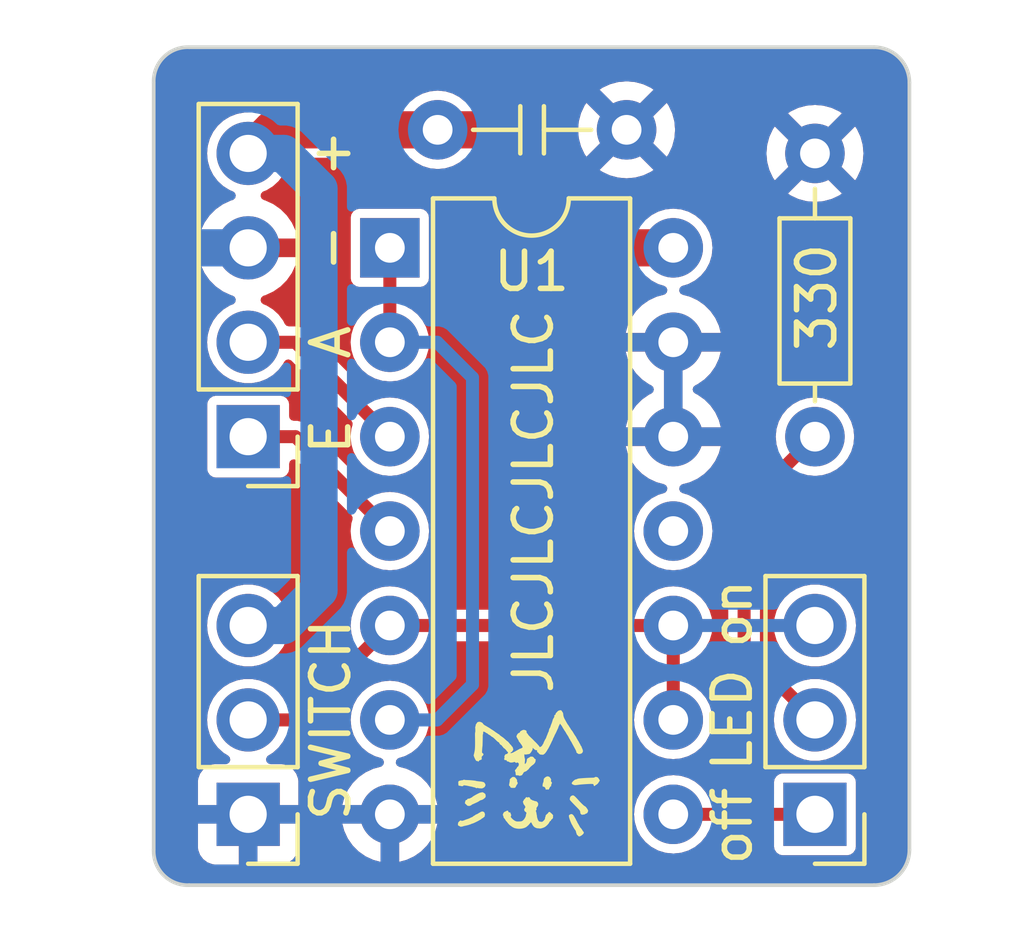
<source format=kicad_pcb>
(kicad_pcb (version 20240108) (generator "pcbnew") (generator_version "8.0")
  (title_block (title "HAL PCG-6500 Switch Mod") (date "2024-03-13") (rev "A") (comment 1 "2024") (comment 2 "creativecommons.org/licenses/by-sa/4.0/") (comment 3 "License: CC BY-SA 4.0") (comment 4 "Author: InsaneDruid"))
  (layers (0 "F.Cu" signal) (31 "B.Cu" signal) (34 "B.Paste" user) (35 "F.Paste" user) (36 "B.SilkS" user "B.Silkscreen") (37 "F.SilkS" user "F.Silkscreen") (38 "B.Mask" user) (39 "F.Mask" user) (44 "Edge.Cuts" user))
  (net 0 "")
  (net 1 "GND")
  (net 2 "/A9")
  (net 3 "VCC")
  (net 4 "/LED_{COMMON}")
  (net 5 "/LED_{OFF}")
  (net 6 "/ENABLE")
  (net 7 "/A9_{switched}")
  (net 9 "Net-(U1-Pad1)")
  (footprint "pcg6500_lib_fp:R_Axial_DIN0207_L6.3mm_D2.5mm_P7.62mm_Horizontal" (layer "F.Cu") (at 106.68 57.4675 -90)
    (property "Reference" "R1" (hide yes))
    (property "Value" "330R")
  )
  (footprint "pcg6500_lib_fp:C_Disc_D4.3mm_W1.9mm_P5.08mm" (layer "F.Cu") (at 96.535 56.8325)
    (property "Reference" "C1" (hide yes))
    (property "Value" "100nF")
  )
  (footprint "Connector_PinHeader_2.54mm:PinHeader_1x04_P2.54mm_Vertical" (layer "F.Cu") (at 91.44 65.0875 180)
    (property "Reference" "J1" (hide yes))
    (property "Value" "6500 Connector")
  )
  (footprint "Connector_PinHeader_2.54mm:PinHeader_1x03_P2.54mm_Vertical" (layer "F.Cu") (at 106.68 75.2475 180)
    (property "Reference" "J3" (hide yes))
    (property "Value" "LED Connector")
  )
  (footprint "Connector_PinHeader_2.54mm:PinHeader_1x03_P2.54mm_Vertical" (layer "F.Cu") (at 91.44 75.2475 180)
    (property "Reference" "J2" (hide yes))
    (property "Value" "Switch Connector")
  )
  (footprint "Package_DIP:DIP-14_W7.62mm" (layer "F.Cu") (at 95.25 60.0075)
    (property "Reference" "U1")
    (property "Value" "74LS00")
  )
  (gr_poly (pts (xy 100.132778 75.240562) (xy 100.136368 75.240898) (xy 100.139943 75.24149) (xy 100.143502 75.242336) (xy 100.147046 75.243438) (xy 100.150577 75.244796) (xy 100.154093 75.246409) (xy 100.157597 75.248278) (xy 100.161089 75.250403) (xy 100.164568 75.252783) (xy 100.168036 75.25542) (xy 100.171494 75.258313) (xy 100.174942 75.261461) (xy 100.17838 75.264867) (xy 100.181809 75.268528) (xy 100.18523 75.272446) (xy 100.192049 75.281052) (xy 100.198841 75.290685) (xy 100.205612 75.301346) (xy 100.212366 75.313035) (xy 100.220742 75.328017) (xy 100.229365 75.343197) (xy 100.237295 75.35679) (xy 100.240704 75.362433) (xy 100.243587 75.36701) (xy 100.244863 75.368923) (xy 100.246108 75.370884) (xy 100.247313 75.372878) (xy 100.248473 75.374889) (xy 100.249581 75.376904) (xy 100.250628 75.378907) (xy 100.251609 75.380883) (xy 100.252516 75.382819) (xy 100.253343 75.384698) (xy 100.254082 75.386508) (xy 100.254727 75.388231) (xy 100.25527 75.389855) (xy 100.255704 75.391364) (xy 100.256023 75.392744) (xy 100.25622 75.393979) (xy 100.256287 75.395056) (xy 100.256354 75.396114) (xy 100.256551 75.397298) (xy 100.256873 75.398594) (xy 100.257312 75.399992) (xy 100.257863 75.40148) (xy 100.258519 75.403046) (xy 100.259275 75.404679) (xy 100.260123 75.406367) (xy 100.261059 75.408098) (xy 100.262075 75.409861) (xy 100.263165 75.411644) (xy 100.264324 75.413436) (xy 100.265544 75.415225) (xy 100.26682 75.416999) (xy 100.268146 75.418746) (xy 100.269516 75.420456) (xy 100.270885 75.422066) (xy 100.272211 75.423715) (xy 100.273488 75.425389) (xy 100.274708 75.427079) (xy 100.275867 75.428771) (xy 100.276957 75.430455) (xy 100.277973 75.432119) (xy 100.278909 75.433751) (xy 100.279757 75.43534) (xy 100.280513 75.436873) (xy 100.281169 75.43834) (xy 100.28172 75.439729) (xy 100.282159 75.441028) (xy 100.28248 75.442225) (xy 100.282678 75.443309) (xy 100.282728 75.443805) (xy 100.282745 75.444268) (xy 100.282849 75.445226) (xy 100.283153 75.446497) (xy 100.283648 75.448059) (xy 100.284324 75.449891) (xy 100.286177 75.454277) (xy 100.288632 75.459482) (xy 100.291608 75.465332) (xy 100.295023 75.471653) (xy 100.298799 75.478271) (xy 100.302853 75.485014) (xy 100.311403 75.499368) (xy 100.320448 75.514912) (xy 100.328898 75.529662) (xy 100.335662 75.541635) (xy 100.361062 75.588202) (xy 100.362369 75.590469) (xy 100.363704 75.5927) (xy 100.36506 75.594884) (xy 100.366428 75.597007) (xy 100.367799 75.599059) (xy 100.369164 75.601029) (xy 100.370515 75.602903) (xy 100.371844 75.604672) (xy 100.373141 75.606322) (xy 100.3744 75.607844) (xy 100.37561 75.609224) (xy 100.376763 75.610451) (xy 100.377852 75.611514) (xy 100.378866 75.612402) (xy 100.379799 75.613101) (xy 100.380232 75.613377) (xy 100.380641 75.613601) (xy 100.381545 75.614038) (xy 100.38266 75.614836) (xy 100.385459 75.617425) (xy 100.388913 75.621184) (xy 100.392895 75.625929) (xy 100.39728 75.631478) (xy 100.401942 75.637647) (xy 100.411597 75.651106) (xy 100.420856 75.664839) (xy 100.428712 75.677374) (xy 100.431801 75.682734) (xy 100.434163 75.687244) (xy 100.435672 75.690719) (xy 100.436068 75.692011) (xy 100.436203 75.692977) (xy 100.436223 75.693241) (xy 100.436283 75.693539) (xy 100.436516 75.694229) (xy 100.436894 75.695037) (xy 100.437411 75.695953) (xy 100.438057 75.696969) (xy 100.438826 75.698074) (xy 100.43971 75.69926) (xy 100.440701 75.700517) (xy 100.441791 75.701836) (xy 100.442973 75.703208) (xy 100.444238 75.704624) (xy 100.44558 75.706073) (xy 100.448459 75.709037) (xy 100.449982 75.710533) (xy 100.45155 75.712026) (xy 100.453988 75.714221) (xy 100.456154 75.71626) (xy 100.458057 75.718175) (xy 100.45971 75.719997) (xy 100.461124 75.721757) (xy 100.461746 75.722624) (xy 100.462311 75.723486) (xy 100.462823 75.724349) (xy 100.463283 75.725215) (xy 100.463692 75.72609) (xy 100.464051 75.726975) (xy 100.464362 75.727877) (xy 100.464626 75.728798) (xy 100.464846 75.729742) (xy 100.465021 75.730713) (xy 100.465155 75.731715) (xy 100.465247 75.732752) (xy 100.465316 75.734946) (xy 100.465239 75.737326) (xy 100.465028 75.739924) (xy 100.464694 75.742769) (xy 100.464249 75.745893) (xy 100.463701 75.748806) (xy 100.463036 75.751606) (xy 100.462238 75.754317) (xy 100.461289 75.756964) (xy 100.460173 75.759571) (xy 100.458873 75.762162) (xy 100.457371 75.76476) (xy 100.45565 75.767391) (xy 100.453694 75.770077) (xy 100.451485 75.772842) (xy 100.449006 75.775712) (xy 100.446241 75.77871) (xy 100.443172 75.781859) (xy 100.439781 75.785185) (xy 100.436053 75.78871) (xy 100.43197 75.79246) (xy 100.425768 75.797908) (xy 100.419484 75.803128) (xy 100.413149 75.808103) (xy 100.406793 75.812816) (xy 100.400447 75.81725) (xy 100.39414 75.821388) (xy 100.387903 75.825213) (xy 100.381765 75.828708) (xy 100.375758 75.831855) (xy 100.369912 75.834638) (xy 100.364256 75.83704) (xy 100.358821 75.839043) (xy 100.353637 75.840631) (xy 100.348735 75.841786) (xy 100.344144 75.842492) (xy 100.339895 75.842731) (xy 100.338015 75.842656) (xy 100.336142 75.842429) (xy 100.334271 75.842047) (xy 100.332396 75.841507) (xy 100.330511 75.840806) (xy 100.328612 75.83994) (xy 100.326693 75.838907) (xy 100.324748 75.837704) (xy 100.322772 75.836326) (xy 100.320759 75.834773) (xy 100.318705 75.833039) (xy 100.316603 75.831122) (xy 100.314449 75.829019) (xy 100.312237 75.826727) (xy 100.309961 75.824243) (xy 100.307616 75.821564) (xy 100.305727 75.819408) (xy 100.303837 75.817312) (xy 100.30196 75.815288) (xy 100.300108 75.813345) (xy 100.298293 75.811496) (xy 100.296528 75.809751) (xy 100.294825 75.80812) (xy 100.293196 75.806615) (xy 100.291654 75.805246) (xy 100.290211 75.804025) (xy 100.28888 75.802962) (xy 100.287673 75.802068) (xy 100.286602 75.801353) (xy 100.28568 75.800829) (xy 100.285279 75.800642) (xy 100.28492 75.800507) (xy 100.284604 75.800425) (xy 100.284333 75.800397) (xy 100.284033 75.800382) (xy 100.283732 75.800336) (xy 100.283428 75.800261) (xy 100.283122 75.800157) (xy 100.282816 75.800024) (xy 100.282508 75.799864) (xy 100.281893 75.799463) (xy 100.281282 75.79896) (xy 100.280677 75.79836) (xy 100.280083 75.797669) (xy 100.279504 75.796892) (xy 100.278943 75.796034) (xy 100.278405 75.795101) (xy 100.277894 75.794098) (xy 100.277412 75.79303) (xy 100.276965 75.791904) (xy 100.276555 75.790725) (xy 100.276188 75.789497) (xy 100.275866 75.788227) (xy 100.275058 75.785256) (xy 100.273865 75.781232) (xy 100.270574 75.770764) (xy 100.26649 75.758312) (xy 100.262108 75.745364) (xy 100.260949 75.742123) (xy 100.259856 75.73896) (xy 100.258832 75.73589) (xy 100.257883 75.732929) (xy 100.25701 75.730091) (xy 100.25622 75.727393) (xy 100.255514 75.72485) (xy 100.254898 75.722477) (xy 100.254374 75.720291) (xy 100.253948 75.718306) (xy 100.253622 75.716538) (xy 100.253401 75.715003) (xy 100.253289 75.713716) (xy 100.253288 75.712692) (xy 100.253332 75.712284) (xy 100.253405 75.711948) (xy 100.253507 75.711685) (xy 100.253641 75.711497) (xy 100.253885 75.711122) (xy 100.254024 75.710597) (xy 100.254063 75.709929) (xy 100.254006 75.709129) (xy 100.253617 75.707158) (xy 100.252889 75.70475) (xy 100.251854 75.701971) (xy 100.250544 75.698884) (xy 100.24899 75.695556) (xy 100.247225 75.69205) (xy 100.24528 75.688434) (xy 100.243187 75.68477) (xy 100.240978 75.681126) (xy 100.238684 75.677565) (xy 100.236337 75.674152) (xy 100.23397 75.670954) (xy 100.231613 75.668035) (xy 100.229299 75.66546) (xy 100.226848 75.662447) (xy 100.223555 75.657922) (xy 100.214995 75.645244) (xy 100.204724 75.629229) (xy 100.193845 75.611683) (xy 100.183462 75.59441) (xy 100.174679 75.579214) (xy 100.1686 75.5679) (xy 100.166919 75.564263) (xy 100.166328 75.562272) (xy 100.166243 75.561841) (xy 100.165993 75.561151) (xy 100.16503 75.559056) (xy 100.16351 75.556105) (xy 100.1615 75.552417) (xy 100.159068 75.548108) (xy 100.156283 75.543297) (xy 100.149924 75.532639) (xy 100.144404 75.523376) (xy 100.138429 75.512238) (xy 100.132104 75.499496) (xy 100.125533 75.485419) (xy 100.112066 75.454346) (xy 100.09886 75.421183) (xy 100.086745 75.388095) (xy 100.076552 75.357245) (xy 100.072436 75.343336) (xy 100.069113 75.330798) (xy 100.066685 75.319902) (xy 100.065258 75.310918) (xy 100.063936 75.297601) (xy 100.06355 75.29213) (xy 100.063414 75.287329) (xy 100.063456 75.285152) (xy 100.063579 75.283108) (xy 100.06379 75.281187) (xy 100.064095 75.279376) (xy 100.064501 75.277665) (xy 100.065013 75.276043) (xy 100.065638 75.274497) (xy 100.066382 75.273017) (xy 100.067252 75.271591) (xy 100.068254 75.270208) (xy 100.069394 75.268857) (xy 100.070679 75.267526) (xy 100.072114 75.266203) (xy 100.073706 75.264879) (xy 100.075462 75.263541) (xy 100.077387 75.262177) (xy 100.081772 75.25933) (xy 100.086911 75.256246) (xy 100.099654 75.249006) (xy 100.103413 75.247049) (xy 100.107152 75.245347) (xy 100.110869 75.2439) (xy 100.114567 75.242706) (xy 100.118246 75.241768) (xy 100.121906 75.241084) (xy 100.125547 75.240655) (xy 100.129171 75.240481)) (stroke (width -0.000001)) (fill solid) (layer "F.SilkS"))
  (gr_poly (pts (xy 99.490818 74.225628) (xy 99.492625 74.225804) (xy 99.494287 74.226127) (xy 99.500769 74.227483) (xy 99.508442 74.229037) (xy 99.523391 74.231948) (xy 99.525563 74.232433) (xy 99.527719 74.233099) (xy 99.52987 74.233954) (xy 99.532023 74.235007) (xy 99.534189 74.236264) (xy 99.536376 74.237733) (xy 99.538595 74.239423) (xy 99.540853 74.24134) (xy 99.543162 74.243493) (xy 99.545529 74.24589) (xy 99.547965 74.248537) (xy 99.550478 74.251444) (xy 99.553078 74.254617) (xy 99.555774 74.258065) (xy 99.558575 74.261794) (xy 99.561491 74.265814) (xy 99.565915 74.271843) (xy 99.569868 74.277461) (xy 99.573364 74.282714) (xy 99.576415 74.287651) (xy 99.579036 74.292317) (xy 99.581239 74.296761) (xy 99.583037 74.30103) (xy 99.583788 74.303113) (xy 99.584444 74.305171) (xy 99.585004 74.307208) (xy 99.585472 74.309231) (xy 99.585849 74.311246) (xy 99.586135 74.313258) (xy 99.586334 74.315274) (xy 99.586447 74.317299) (xy 99.586475 74.31934) (xy 99.58642 74.321401) (xy 99.586067 74.325612) (xy 99.585402 74.329979) (xy 99.584437 74.334548) (xy 99.583187 74.339368) (xy 99.58237 74.342208) (xy 99.581711 74.344796) (xy 99.581219 74.347168) (xy 99.581039 74.348283) (xy 99.580905 74.349356) (xy 99.580817 74.350393) (xy 99.580776 74.351396) (xy 99.580784 74.352371) (xy 99.580843 74.353321) (xy 99.580952 74.354251) (xy 99.581114 74.355165) (xy 99.581329 74.356068) (xy 99.581599 74.356963) (xy 99.581925 74.357855) (xy 99.582308 74.358749) (xy 99.582749 74.359647) (xy 99.583249 74.360556) (xy 99.58381 74.361478) (xy 99.584432 74.362419) (xy 99.585866 74.364371) (xy 99.58756 74.366448) (xy 99.589524 74.368683) (xy 99.591768 74.371111) (xy 99.594299 74.373764) (xy 99.596825 74.376418) (xy 99.599054 74.378849) (xy 99.600997 74.381094) (xy 99.602667 74.38319) (xy 99.604077 74.385174) (xy 99.604688 74.386136) (xy 99.605238 74.387084) (xy 99.60573 74.388023) (xy 99.606164 74.388957) (xy 99.606543 74.389891) (xy 99.606867 74.39083) (xy 99.607139 74.391778) (xy 99.607359 74.39274) (xy 99.60753 74.39372) (xy 99.607653 74.394724) (xy 99.607729 74.395756) (xy 99.60776 74.39682) (xy 99.607694 74.399065) (xy 99.607467 74.401496) (xy 99.60709 74.40415) (xy 99.606578 74.407064) (xy 99.605941 74.410277) (xy 99.605409 74.412308) (xy 99.604808 74.41442) (xy 99.603428 74.418818) (xy 99.601848 74.423327) (xy 99.60012 74.427805) (xy 99.598293 74.43211) (xy 99.597358 74.434153) (xy 99.596416 74.436098) (xy 99.595474 74.437929) (xy 99.594539 74.439628) (xy 99.593616 74.441176) (xy 99.592712 74.442556) (xy 99.591763 74.444168) (xy 99.590901 74.445829) (xy 99.590126 74.447538) (xy 99.589438 74.449294) (xy 99.588836 74.451097) (xy 99.588321 74.452946) (xy 99.587894 74.454839) (xy 99.587552 74.456777) (xy 99.587298 74.458758) (xy 99.587131 74.460782) (xy 99.58705 74.462848) (xy 99.587056 74.464954) (xy 99.587149 74.467101) (xy 99.587329 74.469288) (xy 99.587596 74.471513) (xy 99.587949 74.473777) (xy 99.5884 74.476689) (xy 99.588751 74.479288) (xy 99.588991 74.481598) (xy 99.589065 74.482651) (xy 99.589107 74.483641) (xy 99.589114 74.484569) (xy 99.589086 74.485438) (xy 99.589021 74.486252) (xy 99.588917 74.487013) (xy 99.588772 74.487724) (xy 99.588586 74.488388) (xy 99.588356 74.489008) (xy 99.588082 74.489585) (xy 99.58776 74.490125) (xy 99.587391 74.490628) (xy 99.586972 74.491098) (xy 99.586502 74.491538) (xy 99.58598 74.49195) (xy 99.585403 74.492338) (xy 99.58477 74.492703) (xy 99.58408 74.49305) (xy 99.583331 74.49338) (xy 99.582521 74.493697) (xy 99.580715 74.494302) (xy 99.578648 74.494886) (xy 99.576308 74.495473) (xy 99.574452 74.496038) (xy 99.572652 74.496749) (xy 99.5709 74.497613) (xy 99.569189 74.498639) (xy 99.567512 74.499836) (xy 99.565862 74.501212) (xy 99.564232 74.502775) (xy 99.562615 74.504534) (xy 99.561005 74.506498) (xy 99.559394 74.508676) (xy 99.557775 74.511075) (xy 99.556141 74.513704) (xy 99.554486 74.516572) (xy 99.552802 74.519687) (xy 99.551082 74.523058) (xy 99.54932 74.526693) (xy 99.544985 74.535613) (xy 99.54108 74.543559) (xy 99.537564 74.550586) (xy 99.534396 74.556748) (xy 99.531535 74.562101) (xy 99.530207 74.564492) (xy 99.52894 74.5667) (xy 99.527729 74.568734) (xy 99.52657 74.5706) (xy 99.525456 74.572305) (xy 99.524383 74.573855) (xy 99.523346 74.575259) (xy 99.522339 74.576522) (xy 99.521358 74.577651) (xy 99.520397 74.578654) (xy 99.519451 74.579537) (xy 99.518515 74.580307) (xy 99.517584 74.580971) (xy 99.516652 74.581536) (xy 99.515716 74.582009) (xy 99.514768 74.582397) (xy 99.513805 74.582706) (xy 99.512821 74.582943) (xy 99.511811 74.583116) (xy 99.51077 74.583231) (xy 99.509693 74.583294) (xy 99.508574 74.583314) (xy 99.507355 74.58329) (xy 99.506085 74.583218) (xy 99.504776 74.583101) (xy 99.50344 74.582942) (xy 99.502088 74.582742) (xy 99.500733 74.582505) (xy 99.499385 74.582232) (xy 99.498057 74.581925) (xy 99.49676 74.581588) (xy 99.495505 74.581221) (xy 99.494305 74.580829) (xy 99.493171 74.580412) (xy 99.492114 74.579974) (xy 99.491146 74.579516) (xy 99.490279 74.579041) (xy 99.489524 74.578552) (xy 99.488607 74.577994) (xy 99.487644 74.577511) (xy 99.48664 74.577104) (xy 99.485597 74.576774) (xy 99.48452 74.576521) (xy 99.483413 74.576347) (xy 99.48228 74.576252) (xy 99.481124 74.576236) (xy 99.479949 74.576302) (xy 99.47876 74.576448) (xy 99.47756 74.576677) (xy 99.476353 74.576989) (xy 99.475143 74.577384) (xy 99.473934 74.577864) (xy 99.472729 74.57843) (xy 99.471533 74.579081) (xy 99.470034 74.579828) (xy 99.468518 74.580484) (xy 99.466989 74.58105) (xy 99.465451 74.581527) (xy 99.463909 74.581917) (xy 99.462366 74.582221) (xy 99.460827 74.582441) (xy 99.459296 74.582578) (xy 99.457777 74.582634) (xy 99.456275 74.58261) (xy 99.454794 74.582507) (xy 99.453338 74.582327) (xy 99.451912 74.582072) (xy 99.450519 74.581742) (xy 99.449165 74.58134) (xy 99.447852 74.580867) (xy 99.446587 74.580324) (xy 99.445371 74.579712) (xy 99.444211 74.579034) (xy 99.443111 74.57829) (xy 99.442073 74.577482) (xy 99.441104 74.576612) (xy 99.440207 74.575681) (xy 99.439386 74.57469) (xy 99.438645 74.573641) (xy 99.43799 74.572536) (xy 99.437424 74.571375) (xy 99.436951 74.57016) (xy 99.436575 74.568893) (xy 99.436302 74.567576) (xy 99.436135 74.566208) (xy 99.436078 74.564793) (xy 99.435989 74.562012) (xy 99.435726 74.559226) (xy 99.435295 74.556444) (xy 99.434702 74.55367) (xy 99.433952 74.550912) (xy 99.433051 74.548173) (xy 99.432005 74.545462) (xy 99.43082 74.542783) (xy 99.429501 74.540143) (xy 99.428056 74.537548) (xy 99.426488 74.535004) (xy 99.424805 74.532516) (xy 99.423011 74.530091) (xy 99.421113 74.527735) (xy 99.419117 74.525454) (xy 99.417028 74.523254) (xy 99.414853 74.52114) (xy 99.412596 74.519119) (xy 99.410264 74.517197) (xy 99.407863 74.51538) (xy 99.405398 74.513674) (xy 99.402876 74.512085) (xy 99.400301 74.510618) (xy 99.397681 74.50928) (xy 99.39502 74.508078) (xy 99.392325 74.507016) (xy 99.389601 74.506101) (xy 99.386854 74.505338) (xy 99.38409 74.504735) (xy 99.381314 74.504297) (xy 99.378534 74.50403) (xy 99.375754 74.503939) (xy 99.372261 74.503731) (xy 99.369124 74.503095) (xy 99.367686 74.50261) (xy 99.366334 74.50201) (xy 99.365069 74.501294) (xy 99.363889 74.500458) (xy 99.362793 74.499501) (xy 99.361781 74.498419) (xy 99.360852 74.497211) (xy 99.360006 74.495874) (xy 99.358558 74.492804) (xy 99.357431 74.489189) (xy 99.356621 74.485009) (xy 99.356122 74.480245) (xy 99.355928 74.474879) (xy 99.356034 74.46889) (xy 99.356434 74.462259) (xy 99.357124 74.454967) (xy 99.358098 74.446995) (xy 99.359349 74.438323) (xy 99.360068 74.434085) (xy 99.360829 74.429921) (xy 99.361628 74.425855) (xy 99.362458 74.42191) (xy 99.363313 74.418111) (xy 99.364186 74.414482) (xy 99.365072 74.411047) (xy 99.365964 74.407829) (xy 99.366856 74.404854) (xy 99.367741 74.402144) (xy 99.368615 74.399724) (xy 99.369469 74.397618) (xy 99.370299 74.39585) (xy 99.371098 74.394444) (xy 99.371484 74.393884) (xy 99.37186 74.393424) (xy 99.372225 74.393066) (xy 99.372578 74.392814) (xy 99.373278 74.392209) (xy 99.373987 74.391201) (xy 99.3747 74.389806) (xy 99.375414 74.388043) (xy 99.376125 74.38593) (xy 99.376829 74.383485) (xy 99.378201 74.377667) (xy 99.379498 74.370733) (xy 99.38069 74.362825) (xy 99.381745 74.354087) (xy 99.382633 74.34466) (xy 99.383496 74.335593) (xy 99.384476 74.326792) (xy 99.385544 74.318475) (xy 99.386667 74.310859) (xy 99.387816 74.304161) (xy 99.388389 74.301224) (xy 99.388958 74.298598) (xy 99.389517 74.296309) (xy 99.390063 74.294386) (xy 99.390591 74.292855) (xy 99.391099 74.291743) (xy 99.393759 74.28762) (xy 99.396579 74.283586) (xy 99.399557 74.279643) (xy 99.402691 74.275794) (xy 99.405981 74.272041) (xy 99.409424 74.268387) (xy 99.413019 74.264833) (xy 99.416764 74.261382) (xy 99.420658 74.258037) (xy 99.424699 74.2548) (xy 99.428886 74.251672) (xy 99.433218 74.248658) (xy 99.437692 74.245757) (xy 99.442306 74.242974) (xy 99.447061 74.24031) (xy 99.451953 74.237768) (xy 99.455475 74.236045) (xy 99.458895 74.234447) (xy 99.462209 74.232976) (xy 99.465414 74.231633) (xy 99.468508 74.230421) (xy 99.471487 74.229341) (xy 99.474349 74.228394) (xy 99.477089 74.227582) (xy 99.479705 74.226906) (xy 99.482195 74.226369) (xy 99.484554 74.22597) (xy 99.486779 74.225713) (xy 99.488869 74.225599)) (stroke (width -0.000001)) (fill solid) (layer "F.SilkS"))
  (gr_poly (pts (xy 97.738894 74.654116) (xy 97.744393 74.655091) (xy 97.75008 74.656623) (xy 97.755974 74.65872) (xy 97.762092 74.661388) (xy 97.768449 74.664632) (xy 97.775064 74.668459) (xy 97.781953 74.672875) (xy 97.789134 74.677887) (xy 97.796623 74.6835) (xy 97.804438 74.689721) (xy 97.812595 74.696556) (xy 97.813531 74.697471) (xy 97.814453 74.698622) (xy 97.816245 74.701575) (xy 97.817954 74.705309) (xy 97.819565 74.709719) (xy 97.821062 74.714699) (xy 97.822427 74.720145) (xy 97.823645 74.72595) (xy 97.8247 74.73201) (xy 97.825575 74.738218) (xy 97.826253 74.74447) (xy 97.82672 74.75066) (xy 97.826957 74.756682) (xy 97.82695 74.762432) (xy 97.826681 74.767803) (xy 97.826135 74.772691) (xy 97.825295 74.776989) (xy 97.824398 74.779752) (xy 97.82311 74.782673) (xy 97.821452 74.785735) (xy 97.819446 74.788922) (xy 97.814476 74.795609) (xy 97.80837 74.802604) (xy 97.8013 74.809779) (xy 97.793437 74.817005) (xy 97.784952 74.824154) (xy 97.776017 74.831096) (xy 97.766802 74.837704) (xy 97.75748 74.843848) (xy 97.748222 74.8494) (xy 97.739198 74.854231) (xy 97.730581 74.858212) (xy 97.722541 74.861216) (xy 97.718791 74.86231) (xy 97.71525 74.863112) (xy 97.711938 74.863605) (xy 97.708879 74.863772) (xy 97.706713 74.863919) (xy 97.704206 74.864349) (xy 97.701387 74.865049) (xy 97.698287 74.866005) (xy 97.694936 74.867203) (xy 97.691363 74.868628) (xy 97.6876 74.870267) (xy 97.683677 74.872107) (xy 97.679623 74.874132) (xy 97.67547 74.87633) (xy 97.671246 74.878686) (xy 97.666983 74.881185) (xy 97.662711 74.883815) (xy 97.65846 74.886562) (xy 97.65426 74.88941) (xy 97.650141 74.892347) (xy 97.64093 74.898847) (xy 97.630132 74.905552) (xy 97.616804 74.912914) (xy 97.600003 74.921385) (xy 97.578786 74.93142) (xy 97.552212 74.94347) (xy 97.47922 74.975427) (xy 97.476352 74.976734) (xy 97.473514 74.978069) (xy 97.470724 74.979425) (xy 97.468 74.980793) (xy 97.46536 74.982163) (xy 97.462821 74.983528) (xy 97.460402 74.98488) (xy 97.45812 74.986208) (xy 97.455993 74.987506) (xy 97.454038 74.988764) (xy 97.452275 74.989974) (xy 97.45072 74.991128) (xy 97.449391 74.992216) (xy 97.448306 74.993231) (xy 97.447861 74.993708) (xy 97.447484 74.994164) (xy 97.447176 74.994597) (xy 97.446941 74.995006) (xy 97.446195 74.996125) (xy 97.445162 74.997297) (xy 97.443859 74.998514) (xy 97.442307 74.999768) (xy 97.438528 75.002363) (xy 97.433977 75.005027) (xy 97.428805 75.007703) (xy 97.423166 75.010335) (xy 97.41721 75.012868) (xy 97.41109 75.015246) (xy 97.404958 75.017414) (xy 97.398965 75.019314) (xy 97.393263 75.020893) (xy 97.388005 75.022092) (xy 97.383342 75.022858) (xy 97.379427 75.023134) (xy 97.377797 75.023071) (xy 97.376411 75.022865) (xy 97.375287 75.022508) (xy 97.374445 75.021993) (xy 97.373696 75.021516) (xy 97.372844 75.021078) (xy 97.371898 75.02068) (xy 97.370865 75.020323) (xy 97.369755 75.02001) (xy 97.368576 75.019742) (xy 97.367336 75.019521) (xy 97.366045 75.019347) (xy 97.36471 75.019224) (xy 97.36334 75.019151) (xy 97.361944 75.019131) (xy 97.36053 75.019165) (xy 97.359107 75.019256) (xy 97.357682 75.019403) (xy 97.356266 75.01961) (xy 97.354866 75.019877) (xy 97.3529 75.020363) (xy 97.350946 75.020614) (xy 97.348965 75.020609) (xy 97.34692 75.020323) (xy 97.344773 75.019733) (xy 97.342485 75.018816) (xy 97.34002 75.017549) (xy 97.337337 75.015908) (xy 97.334401 75.01387) (xy 97.331172 75.011412) (xy 97.327614 75.00851) (xy 97.323687 75.005142) (xy 97.319353 75.001284) (xy 97.314576 74.996913) (xy 97.303537 74.986539) (xy 97.265437 74.950027) (xy 97.274962 74.910868) (xy 97.27669 74.903625) (xy 97.278322 74.897146) (xy 97.279884 74.891391) (xy 97.281403 74.88632) (xy 97.282155 74.884027) (xy 97.282907 74.88189) (xy 97.283661 74.879903) (xy 97.284422 74.878061) (xy 97.285192 74.876359) (xy 97.285976 74.874791) (xy 97.286776 74.873354) (xy 97.287596 74.872041) (xy 97.288439 74.870847) (xy 97.289309 74.869767) (xy 97.290209 74.868797) (xy 97.291142 74.86793) (xy 97.292112 74.867163) (xy 97.293122 74.866489) (xy 97.294176 74.865903) (xy 97.295277 74.865401) (xy 97.296428 74.864978) (xy 97.297633 74.864627) (xy 97.298895 74.864345) (xy 97.300218 74.864125) (xy 97.301605 74.863963) (xy 97.303059 74.863854) (xy 97.304584 74.863792) (xy 97.306183 74.863772) (xy 97.306741 74.863749) (xy 97.307322 74.863681) (xy 97.307926 74.863568) (xy 97.308551 74.863411) (xy 97.309858 74.86297) (xy 97.311235 74.862367) (xy 97.31267 74.861608) (xy 97.314154 74.860703) (xy 97.315677 74.859658) (xy 97.317229 74.858481) (xy 97.318799 74.85718) (xy 97.320378 74.855763) (xy 97.321956 74.854237) (xy 97.323521 74.85261) (xy 97.325065 74.850891) (xy 97.326577 74.849086) (xy 97.328048 74.847204) (xy 97.329466 74.845252) (xy 97.331305 74.842602) (xy 97.333063 74.840202) (xy 97.334759 74.83804) (xy 97.336411 74.836107) (xy 97.338039 74.83439) (xy 97.339661 74.83288) (xy 97.340475 74.832199) (xy 97.341295 74.831565) (xy 97.342122 74.830978) (xy 97.34296 74.830435) (xy 97.34381 74.829935) (xy 97.344674 74.829478) (xy 97.345556 74.829061) (xy 97.346457 74.828684) (xy 97.34738 74.828345) (xy 97.348327 74.828042) (xy 97.350302 74.827541) (xy 97.352401 74.82717) (xy 97.354643 74.826919) (xy 97.357046 74.826776) (xy 97.359629 74.826731) (xy 97.363512 74.826579) (xy 97.367777 74.82614) (xy 97.372358 74.825433) (xy 97.37719 74.824482) (xy 97.382209 74.823307) (xy 97.387348 74.821931) (xy 97.392543 74.820375) (xy 97.397729 74.818661) (xy 97.40284 74.81681) (xy 97.407812 74.814845) (xy 97.412579 74.812787) (xy 97.417076 74.810657) (xy 97.421239 74.808478) (xy 97.425001 74.806271) (xy 97.428299 74.804058) (xy 97.431066 74.80186) (xy 97.431902 74.801172) (xy 97.432815 74.800501) (xy 97.433796 74.79985) (xy 97.434836 74.799222) (xy 97.435926 74.798623) (xy 97.437056 74.798055) (xy 97.438218 74.797524) (xy 97.439401 74.797031) (xy 97.440596 74.796582) (xy 97.441794 74.796181) (xy 97.442986 74.79583) (xy 97.444163 74.795535) (xy 97.445315 74.795298) (xy 97.446433 74.795124) (xy 97.447507 74.795017) (xy 97.448529 74.794981) (xy 97.448977 74.79497) (xy 97.449427 74.794938) (xy 97.449879 74.794886) (xy 97.450331 74.794813) (xy 97.450784 74.794721) (xy 97.451235 74.794611) (xy 97.451686 74.794482) (xy 97.452134 74.794336) (xy 97.452578 74.794172) (xy 97.453019 74.793992) (xy 97.453456 74.793797) (xy 97.453886 74.793585) (xy 97.454729 74.79312) (xy 97.45554 74.792599) (xy 97.456314 74.79203) (xy 97.457045 74.791415) (xy 97.457392 74.791092) (xy 97.457726 74.79076) (xy 97.458046 74.790419) (xy 97.458351 74.790069) (xy 97.458641 74.789712) (xy 97.458915 74.789348) (xy 97.459171 74.788977) (xy 97.45941 74.7886) (xy 97.45963 74.788217) (xy 97.45983 74.78783) (xy 97.460011 74.787438) (xy 97.46017 74.787043) (xy 97.461397 74.785059) (xy 97.463644 74.7826) (xy 97.470946 74.776403) (xy 97.481562 74.768732) (xy 97.494979 74.759866) (xy 97.528166 74.739669) (xy 97.5664 74.718053) (xy 97.605577 74.697255) (xy 97.641592 74.679515) (xy 97.65713 74.672491) (xy 97.670338 74.66707) (xy 97.680703 74.663533) (xy 97.687712 74.66216) (xy 97.689334 74.662135) (xy 97.691018 74.662064) (xy 97.69275 74.661947) (xy 97.694517 74.661788) (xy 97.696305 74.661588) (xy 97.698102 74.661351) (xy 97.699894 74.661077) (xy 97.701669 74.660771) (xy 97.703412 74.660433) (xy 97.705111 74.660067) (xy 97.706753 74.659674) (xy 97.708325 74.659258) (xy 97.709812 74.65882) (xy 97.711203 74.658362) (xy 97.712484 74.657887) (xy 97.713641 74.657397) (xy 97.71845 74.655675) (xy 97.723362 74.654479) (xy 97.728396 74.653816) (xy 97.733568 74.653693)) (stroke (width -0.000001)) (fill solid) (layer "F.SilkS"))
  (gr_poly (pts (xy 97.739759 75.170752) (xy 97.742108 75.170937) (xy 97.744492 75.171241) (xy 97.746905 75.17166) (xy 97.749341 75.172187) (xy 97.751791 75.17282) (xy 97.75425 75.173554) (xy 97.75671 75.174385) (xy 97.759165 75.175308) (xy 97.761608 75.176319) (xy 97.764031 75.177413) (xy 97.766429 75.178586) (xy 97.771118 75.181153) (xy 97.77562 75.183984) (xy 97.77988 75.187045) (xy 97.781902 75.18865) (xy 97.783844 75.1903) (xy 97.785697 75.19199) (xy 97.787455 75.193715) (xy 97.789112 75.195472) (xy 97.79066 75.197255) (xy 97.792092 75.199061) (xy 97.793402 75.200884) (xy 97.794583 75.202722) (xy 97.795628 75.204569) (xy 97.79653 75.206421) (xy 97.797281 75.208274) (xy 97.797876 75.210123) (xy 97.798308 75.211964) (xy 97.798996 75.215169) (xy 97.799846 75.218752) (xy 97.800819 75.222596) (xy 97.80188 75.226582) (xy 97.804112 75.234512) (xy 97.806245 75.241598) (xy 97.806803 75.243377) (xy 97.807287 75.24514) (xy 97.807696 75.246885) (xy 97.808031 75.248609) (xy 97.808292 75.250307) (xy 97.808478 75.251978) (xy 97.808589 75.253618) (xy 97.808626 75.255223) (xy 97.808589 75.256792) (xy 97.808478 75.25832) (xy 97.808292 75.259805) (xy 97.808031 75.261243) (xy 97.807696 75.262631) (xy 97.807287 75.263967) (xy 97.806803 75.265247) (xy 97.806245 75.266468) (xy 97.805663 75.267545) (xy 97.805106 75.26878) (xy 97.804578 75.27016) (xy 97.804079 75.271669) (xy 97.803611 75.273293) (xy 97.803176 75.275016) (xy 97.802774 75.276826) (xy 97.802409 75.278705) (xy 97.801791 75.282617) (xy 97.801334 75.286634) (xy 97.801051 75.290639) (xy 97.800978 75.2926) (xy 97.800954 75.294514) (xy 97.800946 75.295593) (xy 97.800923 75.296646) (xy 97.800885 75.297674) (xy 97.800832 75.298675) (xy 97.800764 75.299649) (xy 97.800681 75.300595) (xy 97.800585 75.301513) (xy 97.800474 75.302402) (xy 97.800349 75.303261) (xy 97.800211 75.304091) (xy 97.800059 75.30489) (xy 97.799893 75.305657) (xy 97.799715 75.306393) (xy 97.799523 75.307097) (xy 97.799318 75.307767) (xy 97.799101 75.308405) (xy 97.798872 75.309008) (xy 97.79863 75.309576) (xy 97.798377 75.310109) (xy 97.798111 75.310606) (xy 97.797834 75.311067) (xy 97.797546 75.31149) (xy 97.797246 75.311877) (xy 97.796935 75.312224) (xy 97.796614 75.312534) (xy 97.796281 75.312804) (xy 97.795938 75.313033) (xy 97.795585 75.313223) (xy 97.795222 75.313371) (xy 97.794849 75.313478) (xy 97.794467 75.313542) (xy 97.794074 75.313564) (xy 97.793757 75.313585) (xy 97.793401 75.313649) (xy 97.792578 75.313899) (xy 97.791619 75.314303) (xy 97.790536 75.314854) (xy 97.789341 75.315541) (xy 97.788047 75.316355) (xy 97.786666 75.317286) (xy 97.785211 75.318327) (xy 97.783694 75.319466) (xy 97.782127 75.320695) (xy 97.780523 75.322005) (xy 97.778894 75.323387) (xy 97.777253 75.32483) (xy 97.775611 75.326326) (xy 97.773983 75.327865) (xy 97.772379 75.329439) (xy 97.770819 75.331142) (xy 97.769126 75.33287) (xy 97.767317 75.334611) (xy 97.765408 75.336351) (xy 97.763416 75.338079) (xy 97.761356 75.339782) (xy 97.759245 75.341448) (xy 97.757099 75.343065) (xy 97.754934 75.344619) (xy 97.752767 75.346099) (xy 97.750614 75.347493) (xy 97.748492 75.348787) (xy 97.746415 75.349969) (xy 97.744402 75.351027) (xy 97.742468 75.351949) (xy 97.740629 75.352722) (xy 97.738889 75.353576) (xy 97.737053 75.354543) (xy 97.735136 75.355613) (xy 97.733154 75.356774) (xy 97.729057 75.359327) (xy 97.724886 75.362115) (xy 97.720764 75.365052) (xy 97.716816 75.368052) (xy 97.714946 75.369548) (xy 97.713166 75.371026) (xy 97.711491 75.372477) (xy 97.709937 75.373889) (xy 97.708402 75.375382) (xy 97.706782 75.376878) (xy 97.705092 75.378368) (xy 97.703347 75.379842) (xy 97.701562 75.381292) (xy 97.699752 75.382707) (xy 97.69793 75.384079) (xy 97.696112 75.385398) (xy 97.694313 75.386656) (xy 97.692548 75.387842) (xy 97.69083 75.388947) (xy 97.689175 75.389962) (xy 97.687598 75.390879) (xy 97.686113 75.391686) (xy 97.684735 75.392376) (xy 97.683479 75.392939) (xy 97.680549 75.394341) (xy 97.677005 75.396122) (xy 97.668596 75.400546) (xy 97.659294 75.405664) (xy 97.654634 75.408313) (xy 97.650141 75.410931) (xy 97.630148 75.422362) (xy 97.605584 75.435405) (xy 97.578378 75.449142) (xy 97.550459 75.462657) (xy 97.523756 75.47503) (xy 97.500197 75.485345) (xy 97.48171 75.492683) (xy 97.474972 75.494949) (xy 97.470224 75.496127) (xy 97.467989 75.496566) (xy 97.465659 75.497086) (xy 97.463254 75.49768) (xy 97.46079 75.498343) (xy 97.45576 75.499847) (xy 97.450711 75.501551) (xy 97.445787 75.503403) (xy 97.441129 75.505354) (xy 97.438944 75.506351) (xy 97.43688 75.507355) (xy 97.434953 75.508358) (xy 97.433183 75.509356) (xy 97.431512 75.510353) (xy 97.429686 75.511357) (xy 97.427726 75.51236) (xy 97.42565 75.513358) (xy 97.42123 75.515309) (xy 97.41658 75.517161) (xy 97.411856 75.518864) (xy 97.407212 75.520369) (xy 97.402804 75.521626) (xy 97.398787 75.522585) (xy 97.396898 75.523) (xy 97.395007 75.523447) (xy 97.393128 75.523922) (xy 97.391271 75.52442) (xy 97.387671 75.525468) (xy 97.384301 75.526554) (xy 97.381253 75.527639) (xy 97.379879 75.52817) (xy 97.378621 75.528687) (xy 97.377489 75.529185) (xy 97.376497 75.52966) (xy 97.375655 75.530108) (xy 97.374974 75.530522) (xy 97.373131 75.531413) (xy 97.369528 75.532663) (xy 97.357892 75.536037) (xy 97.341767 75.540243) (xy 97.322852 75.544876) (xy 97.302844 75.549534) (xy 97.283445 75.553814) (xy 97.266353 75.557312) (xy 97.253266 75.559627) (xy 97.25066 75.56019) (xy 97.247296 75.561057) (xy 97.243313 75.562185) (xy 97.238846 75.563529) (xy 97.234032 75.565047) (xy 97.229007 75.566696) (xy 97.223908 75.568431) (xy 97.21887 75.57021) (xy 97.213695 75.572026) (xy 97.208151 75.573698) (xy 97.202327 75.57522) (xy 97.196315 75.576585) (xy 97.190203 75.577785) (xy 97.184082 75.578814) (xy 97.178041 75.579665) (xy 97.172171 75.58033) (xy 97.166562 75.580803) (xy 97.161303 75.581077) (xy 97.156484 75.581145) (xy 97.152195 75.581) (xy 97.148527 75.580634) (xy 97.145568 75.580042) (xy 97.144383 75.579658) (xy 97.14341 75.579215) (xy 97.142659 75.578712) (xy 97.142141 75.578147) (xy 97.141697 75.577591) (xy 97.140973 75.576919) (xy 97.139985 75.576139) (xy 97.138751 75.575262) (xy 97.135611 75.573245) (xy 97.13169 75.570937) (xy 97.127124 75.568406) (xy 97.122049 75.56572) (xy 97.116603 75.562947) (xy 97.11092 75.560156) (xy 97.106151 75.557891) (xy 97.10194 75.555832) (xy 97.098248 75.553936) (xy 97.095037 75.55216) (xy 97.09227 75.550462) (xy 97.09104 75.549628) (xy 97.089908 75.548798) (xy 97.088867 75.547966) (xy 97.087913 75.547127) (xy 97.087042 75.546275) (xy 97.086248 75.545405) (xy 97.085527 75.544512) (xy 97.084874 75.543591) (xy 97.084285 75.542635) (xy 97.083754 75.54164) (xy 97.083277 75.540601) (xy 97.082849 75.539511) (xy 97.082466 75.538367) (xy 97.082122 75.537162) (xy 97.081534 75.534549) (xy 97.081048 75.531629) (xy 97.080626 75.528361) (xy 97.080229 75.524702) (xy 97.080001 75.51969) (xy 97.080094 75.514248) (xy 97.080482 75.508482) (xy 97.081138 75.502493) (xy 97.082036 75.496387) (xy 97.083149 75.490266) (xy 97.084452 75.484236) (xy 97.085917 75.478399) (xy 97.087519 75.47286) (xy 97.089231 75.467723) (xy 97.091026 75.463091) (xy 97.092879 75.459068) (xy 97.093819 75.457318) (xy 97.094763 75.455759) (xy 97.095708 75.454404) (xy 97.096651 75.453266) (xy 97.097589 75.452359) (xy 97.098518 75.451694) (xy 97.099435 75.451286) (xy 97.100337 75.451147) (xy 97.100645 75.451129) (xy 97.100974 75.451074) (xy 97.101691 75.45086) (xy 97.102479 75.450512) (xy 97.10333 75.450039) (xy 97.104237 75.449448) (xy 97.105192 75.448747) (xy 97.106188 75.447944) (xy 97.107216 75.447046) (xy 97.108269 75.446062) (xy 97.109339 75.444998) (xy 97.110418 75.443863) (xy 97.111499 75.442664) (xy 97.112574 75.44141) (xy 97.113634 75.440107) (xy 97.114673 75.438765) (xy 97.115683 75.437389) (xy 97.116666 75.435977) (xy 97.117821 75.434525) (xy 97.119133 75.433044) (xy 97.120586 75.431544) (xy 97.122166 75.430034) (xy 97.123859 75.428525) (xy 97.125649 75.427026) (xy 97.127523 75.425549) (xy 97.129464 75.424103) (xy 97.13146 75.422698) (xy 97.133493 75.421343) (xy 97.135551 75.420051) (xy 97.137619 75.418829) (xy 97.13968 75.417689) (xy 97.141722 75.41664) (xy 97.143729 75.415693) (xy 97.146828 75.414397) (xy 97.149595 75.413286) (xy 97.150863 75.4128) (xy 97.152058 75.41236) (xy 97.153185 75.411965) (xy 97.154246 75.411617) (xy 97.155245 75.411314) (xy 97.156185 75.411057) (xy 97.157071 75.410846) (xy 97.157905 75.41068) (xy 97.15869 75.410559) (xy 97.159432 75.410483) (xy 97.160132 75.410453) (xy 97.160794 75.410468) (xy 97.161423 75.410527) (xy 97.162021 75.410632) (xy 97.162591 75.410781) (xy 97.163138 75.410975) (xy 97.163665 75.411214) (xy 97.164175 75.411497) (xy 97.164673 75.411824) (xy 97.16516 75.412196) (xy 97.165641 75.412612) (xy 97.16612 75.413071) (xy 97.166599 75.413575) (xy 97.167082 75.414123) (xy 97.167574 75.414715) (xy 97.168076 75.41535) (xy 97.169129 75.416751) (xy 97.170208 75.418147) (xy 97.171286 75.419361) (xy 97.172399 75.420397) (xy 97.173585 75.421258) (xy 97.17488 75.421948) (xy 97.176319 75.422472) (xy 97.17794 75.422833) (xy 97.179778 75.423035) (xy 97.181871 75.423083) (xy 97.184254 75.422979) (xy 97.186965 75.422727) (xy 97.190039 75.422333) (xy 97.193513 75.421798) (xy 97.197424 75.421128) (xy 97.206699 75.419397) (xy 97.213431 75.417972) (xy 97.220764 75.416131) (xy 97.228456 75.413956) (xy 97.236267 75.411526) (xy 97.243953 75.408923) (xy 97.251273 75.406226) (xy 97.257986 75.403517) (xy 97.263849 75.400877) (xy 97.270223 75.398067) (xy 97.278029 75.394874) (xy 97.286964 75.391407) (xy 97.296724 75.38778) (xy 97.307004 75.384102) (xy 97.317502 75.380487) (xy 97.327913 75.377046) (xy 97.337933 75.373889) (xy 97.348104 75.370662) (xy 97.358579 75.367026) (xy 97.369066 75.363118) (xy 97.379274 75.359072) (xy 97.388912 75.355027) (xy 97.397687 75.351118) (xy 97.40531 75.347482) (xy 97.411487 75.344256) (xy 97.416993 75.341094) (xy 97.42269 75.338013) (xy 97.428425 75.335093) (xy 97.434043 75.332415) (xy 97.439387 75.33006) (xy 97.441908 75.329028) (xy 97.444304 75.328108) (xy 97.446553 75.327308) (xy 97.448637 75.326639) (xy 97.450537 75.326111) (xy 97.452233 75.325735) (xy 97.453805 75.325352) (xy 97.455533 75.324805) (xy 97.457399 75.324102) (xy 97.459385 75.323254) (xy 97.461473 75.32227) (xy 97.463646 75.321158) (xy 97.465886 75.319929) (xy 97.468174 75.318591) (xy 97.470493 75.317154) (xy 97.472826 75.315627) (xy 97.475154 75.314019) (xy 97.477459 75.31234) (xy 97.479724 75.310599) (xy 97.481931 75.308806) (xy 97.484062 75.306969) (xy 97.486099 75.305098) (xy 97.488118 75.303313) (xy 97.490196 75.30154) (xy 97.492318 75.299788) (xy 97.494467 75.298069) (xy 97.496629 75.296394) (xy 97.498787 75.294772) (xy 97.500927 75.293216) (xy 97.503033 75.291736) (xy 97.505089 75.290342) (xy 97.50708 75.289047) (xy 97.508991 75.287859) (xy 97.510805 75.286792) (xy 97.512508 75.285854) (xy 97.514083 75.285057) (xy 97.515516 75.284413) (xy 97.516791 75.283931) (xy 97.51806 75.283461) (xy 97.519474 75.282853) (xy 97.521019 75.282116) (xy 97.522678 75.28126) (xy 97.526279 75.279233) (xy 97.530153 75.276853) (xy 97.534175 75.2742) (xy 97.538222 75.271355) (xy 97.54217 75.268398) (xy 97.545895 75.26541) (xy 97.547692 75.263842) (xy 97.549501 75.26232) (xy 97.551312 75.26085) (xy 97.553113 75.25944) (xy 97.554893 75.258099) (xy 97.556639 75.256834) (xy 97.55834 75.255652) (xy 97.559984 75.254562) (xy 97.561561 75.253571) (xy 97.563057 75.252687) (xy 97.564462 75.251918) (xy 97.565764 75.251271) (xy 97.566951 75.250755) (xy 97.568012 75.250376) (xy 97.568935 75.250143) (xy 97.569341 75.250084) (xy 97.569708 75.250064) (xy 97.571795 75.249805) (xy 97.57462 75.24906) (xy 97.578092 75.247874) (xy 97.582118 75.246294) (xy 97.586607 75.244367) (xy 97.591465 75.242139) (xy 97.601921 75.236967) (xy 97.612749 75.23115) (xy 97.623211 75.225061) (xy 97.628075 75.22203) (xy 97.63257 75.21907) (xy 97.636605 75.216229) (xy 97.640087 75.213552) (xy 97.641592 75.21238) (xy 97.643123 75.211251) (xy 97.64467 75.210168) (xy 97.646222 75.209136) (xy 97.647767 75.20816) (xy 97.649296 75.207245) (xy 97.650796 75.206395) (xy 97.652258 75.205614) (xy 97.65367 75.204908) (xy 97.655021 75.204281) (xy 97.656302 75.203737) (xy 97.6575 75.203282) (xy 97.658605 75.20292) (xy 97.659606 75.202656) (xy 97.660493 75.202494) (xy 97.661254 75.202439) (xy 97.661978 75.202396) (xy 97.662758 75.202272) (xy 97.663588 75.202069) (xy 97.664462 75.201794) (xy 97.665372 75.201451) (xy 97.666314 75.201044) (xy 97.66728 75.200578) (xy 97.668265 75.200058) (xy 97.669262 75.199488) (xy 97.670266 75.198873) (xy 97.67127 75.198218) (xy 97.672267 75.197528) (xy 97.673252 75.196806) (xy 97.674218 75.196058) (xy 97.67516 75.195288) (xy 97.67607 75.194501) (xy 97.676948 75.193585) (xy 97.677986 75.192626) (xy 97.67917 75.191631) (xy 97.680485 75.190607) (xy 97.681919 75.189562) (xy 97.683456 75.188502) (xy 97.686786 75.186366) (xy 97.690364 75.184254) (xy 97.694078 75.182223) (xy 97.697818 75.180329) (xy 97.70147 75.178627) (xy 97.703333 75.177846) (xy 97.705339 75.177092) (xy 97.707466 75.176367) (xy 97.709697 75.175675) (xy 97.71439 75.174394) (xy 97.719263 75.173269) (xy 97.724161 75.172317) (xy 97.728929 75.171557) (xy 97.733411 75.171008) (xy 97.737454 75.170689)) (stroke (width -0.000001)) (fill solid) (layer "F.SilkS"))
  (gr_poly (pts (xy 97.243724 74.31361) (xy 97.244469 74.313667) (xy 97.24521 74.313773) (xy 97.245946 74.313926) (xy 97.246679 74.314127) (xy 97.247407 74.314375) (xy 97.248132 74.314671) (xy 97.248852 74.315014) (xy 97.249569 74.315404) (xy 97.250282 74.315842) (xy 97.250991 74.316326) (xy 97.251697 74.316857) (xy 97.2524 74.317435) (xy 97.253099 74.31806) (xy 97.253795 74.318731) (xy 97.254813 74.319326) (xy 97.256651 74.319917) (xy 97.262651 74.321079) (xy 97.271515 74.322191) (xy 97.282966 74.323229) (xy 97.296723 74.324167) (xy 97.312508 74.324982) (xy 97.330042 74.325647) (xy 97.349045 74.326139) (xy 97.380522 74.327375) (xy 97.414232 74.32938) (xy 97.448388 74.331981) (xy 97.481205 74.335003) (xy 97.510896 74.338273) (xy 97.535676 74.341617) (xy 97.545666 74.343263) (xy 97.553758 74.344863) (xy 97.55973 74.346394) (xy 97.563358 74.347835) (xy 97.564996 74.348502) (xy 97.568033 74.349299) (xy 97.577745 74.351208) (xy 97.591375 74.353416) (xy 97.607808 74.355773) (xy 97.644618 74.360337) (xy 97.662763 74.362247) (xy 97.679245 74.36371) (xy 97.688236 74.364589) (xy 97.697121 74.36563) (xy 97.705858 74.366824) (xy 97.714402 74.368158) (xy 97.72271 74.369623) (xy 97.73074 74.371207) (xy 97.738447 74.3729) (xy 97.745788 74.37469) (xy 97.75272 74.376567) (xy 97.759199 74.37852) (xy 97.765182 74.380539) (xy 97.770626 74.382611) (xy 97.775486 74.384727) (xy 97.779721 74.386875) (xy 97.783285 74.389046) (xy 97.786137 74.391226) (xy 97.788983 74.393998) (xy 97.791937 74.397303) (xy 97.79496 74.401064) (xy 97.79801 74.405208) (xy 97.801048 74.409659) (xy 97.804033 74.414341) (xy 97.806926 74.41918) (xy 97.809685 74.424101) (xy 97.81227 74.429028) (xy 97.814642 74.433885) (xy 97.816759 74.438599) (xy 97.818581 74.443093) (xy 97.820069 74.447293) (xy 97.821182 74.451123) (xy 97.821879 74.454508) (xy 97.822059 74.45601) (xy 97.82212 74.457372) (xy 97.821966 74.458765) (xy 97.821706 74.46035) (xy 97.821345 74.462111) (xy 97.820888 74.464028) (xy 97.819711 74.468265) (xy 97.818218 74.472917) (xy 97.816451 74.477842) (xy 97.814456 74.482897) (xy 97.812274 74.487939) (xy 97.809949 74.492827) (xy 97.808253 74.496191) (xy 97.806522 74.499353) (xy 97.804736 74.502334) (xy 97.802872 74.505155) (xy 97.800909 74.507835) (xy 97.798824 74.510398) (xy 97.796598 74.512862) (xy 97.794207 74.51525) (xy 97.79163 74.517582) (xy 97.788845 74.519879) (xy 97.78583 74.522162) (xy 97.782565 74.524453) (xy 97.779027 74.526771) (xy 97.775194 74.529138) (xy 97.771045 74.531574) (xy 97.766558 74.534102) (xy 97.756088 74.53971) (xy 97.751612 74.541987) (xy 97.747491 74.543941) (xy 97.743612 74.545591) (xy 97.739862 74.546957) (xy 97.736127 74.548059) (xy 97.732294 74.548918) (xy 97.728251 74.549554) (xy 97.723883 74.549987) (xy 97.719079 74.550237) (xy 97.713724 74.550324) (xy 97.707705 74.550268) (xy 97.70091 74.55009) (xy 97.684537 74.549447) (xy 97.674015 74.548757) (xy 97.66366 74.547893) (xy 97.653739 74.54688) (xy 97.644519 74.545743) (xy 97.636266 74.544507) (xy 97.632586 74.54386) (xy 97.629247 74.543197) (xy 97.626284 74.542521) (xy 97.623729 74.541837) (xy 97.621616 74.541146) (xy 97.619979 74.540452) (xy 97.617855 74.539615) (xy 97.615838 74.53889) (xy 97.613912 74.538279) (xy 97.612058 74.537781) (xy 97.61026 74.537398) (xy 97.6085 74.537131) (xy 97.606763 74.53698) (xy 97.60503 74.536946) (xy 97.603284 74.53703) (xy 97.601509 74.537232) (xy 97.599688 74.537554) (xy 97.597803 74.537996) (xy 97.595838 74.538559) (xy 97.593775 74.539243) (xy 97.591597 74.540051) (xy 97.589287 74.540981) (xy 97.586734 74.542003) (xy 97.584414 74.542883) (xy 97.5823 74.543613) (xy 97.580366 74.544189) (xy 97.579457 74.544417) (xy 97.578583 74.544603) (xy 97.57774 74.544748) (xy 97.576925 74.54485) (xy 97.576134 74.544909) (xy 97.575365 74.544924) (xy 97.574613 74.544893) (xy 97.573875 74.544817) (xy 97.573148 74.544695) (xy 97.572429 74.544525) (xy 97.571713 74.544307) (xy 97.570999 74.54404) (xy 97.570281 74.543724) (xy 97.569558 74.543357) (xy 97.568825 74.542939) (xy 97.568079 74.542469) (xy 97.567317 74.541946) (xy 97.566535 74.54137) (xy 97.564899 74.540055) (xy 97.563143 74.538516) (xy 97.561241 74.536747) (xy 97.559942 74.535651) (xy 97.558437 74.534549) (xy 97.556745 74.533449) (xy 97.554883 74.532357) (xy 97.552869 74.531281) (xy 97.550721 74.530227) (xy 97.548456 74.529203) (xy 97.546094 74.528215) (xy 97.54365 74.52727) (xy 97.541144 74.526376) (xy 97.538593 74.525539) (xy 97.536015 74.524767) (xy 97.533427 74.524066) (xy 97.530848 74.523443) (xy 97.528295 74.522905) (xy 97.525787 74.52246) (xy 97.52051 74.521548) (xy 97.514724 74.520426) (xy 97.508616 74.51913) (xy 97.502371 74.517697) (xy 97.496176 74.516166) (xy 97.490217 74.514572) (xy 97.484679 74.512953) (xy 97.479749 74.511347) (xy 97.474676 74.509869) (xy 97.468728 74.508255) (xy 97.462123 74.506566) (xy 97.455077 74.504865) (xy 97.447808 74.503214) (xy 97.440533 74.501674) (xy 97.433469 74.500307) (xy 97.426833 74.499177) (xy 97.411363 74.496175) (xy 97.391974 74.492231) (xy 97.371097 74.487791) (xy 97.351162 74.483302) (xy 97.341297 74.481278) (xy 97.330582 74.479217) (xy 97.307969 74.475232) (xy 97.296752 74.473431) (xy 97.28605 74.471842) (xy 97.276203 74.470525) (xy 97.267554 74.469543) (xy 97.261096 74.4689) (xy 97.255383 74.468364) (xy 97.250364 74.467944) (xy 97.24599 74.46765) (xy 97.244029 74.467552) (xy 97.242211 74.467488) (xy 97.24053 74.46746) (xy 97.238979 74.467469) (xy 97.237551 74.467515) (xy 97.236242 74.4676) (xy 97.235044 74.467724) (xy 97.233952 74.46789) (xy 97.232958 74.468097) (xy 97.232058 74.468347) (xy 97.231245 74.468641) (xy 97.230512 74.46898) (xy 97.229854 74.469365) (xy 97.229263 74.469798) (xy 97.228735 74.470278) (xy 97.228263 74.470808) (xy 97.22784 74.471389) (xy 97.227461 74.472021) (xy 97.227119 74.472705) (xy 97.226808 74.473443) (xy 97.226521 74.474235) (xy 97.226254 74.475084) (xy 97.225749 74.476952) (xy 97.22559 74.477544) (xy 97.225409 74.478129) (xy 97.225209 74.478706) (xy 97.224989 74.479275) (xy 97.22475 74.479835) (xy 97.224494 74.480384) (xy 97.22393 74.48145) (xy 97.223305 74.482466) (xy 97.222624 74.483426) (xy 97.221893 74.484324) (xy 97.221119 74.485154) (xy 97.220308 74.485909) (xy 97.21989 74.486257) (xy 97.219466 74.486584) (xy 97.219035 74.486889) (xy 97.218598 74.487172) (xy 97.218158 74.487432) (xy 97.217713 74.487667) (xy 97.217265 74.487878) (xy 97.216815 74.488063) (xy 97.216363 74.488222) (xy 97.21591 74.488353) (xy 97.215458 74.488457) (xy 97.215006 74.488532) (xy 97.214556 74.488578) (xy 97.214108 74.488593) (xy 97.204252 74.489652) (xy 97.198258 74.49023) (xy 97.192412 74.49071) (xy 97.19092 74.490772) (xy 97.189236 74.490764) (xy 97.185359 74.490545) (xy 97.180924 74.490077) (xy 97.176074 74.489387) (xy 97.170951 74.488498) (xy 97.165697 74.487436) (xy 97.160456 74.486224) (xy 97.15537 74.484889) (xy 97.150212 74.483355) (xy 97.144762 74.481946) (xy 97.139176 74.480685) (xy 97.133608 74.479597) (xy 97.128214 74.478709) (xy 97.123149 74.478043) (xy 97.118567 74.477626) (xy 97.116506 74.477517) (xy 97.114624 74.477481) (xy 97.111899 74.477453) (xy 97.109462 74.477355) (xy 97.107294 74.477167) (xy 97.105372 74.476869) (xy 97.104498 74.476672) (xy 97.103677 74.476441) (xy 97.102908 74.476172) (xy 97.102188 74.475862) (xy 97.101514 74.47551) (xy 97.100883 74.475113) (xy 97.100293 74.474668) (xy 97.099742 74.474173) (xy 97.099226 74.473626) (xy 97.098743 74.473023) (xy 97.09829 74.472362) (xy 97.097866 74.471641) (xy 97.097466 74.470858) (xy 97.097089 74.470009) (xy 97.096733 74.469092) (xy 97.096393 74.468105) (xy 97.095755 74.465909) (xy 97.095156 74.463402) (xy 97.094573 74.460563) (xy 97.093987 74.457372) (xy 97.093045 74.452747) (xy 97.092209 74.446963) (xy 97.091485 74.440248) (xy 97.090878 74.432832) (xy 97.090395 74.424946) (xy 97.090043 74.416817) (xy 97.089827 74.408676) (xy 97.089754 74.400752) (xy 97.089671 74.394403) (xy 97.089636 74.388806) (xy 97.089672 74.383894) (xy 97.089803 74.379601) (xy 97.089911 74.377666) (xy 97.090052 74.37586) (xy 97.090228 74.374176) (xy 97.090442 74.372604) (xy 97.090697 74.371138) (xy 97.090996 74.369767) (xy 97.091342 74.368485) (xy 97.091738 74.367282) (xy 97.092187 74.36615) (xy 97.092691 74.365082) (xy 97.093253 74.364068) (xy 97.093877 74.3631) (xy 97.094566 74.362171) (xy 97.095321 74.361271) (xy 97.096147 74.360392) (xy 97.097046 74.359526) (xy 97.098021 74.358665) (xy 97.099075 74.3578) (xy 97.10143 74.356027) (xy 97.104136 74.354138) (xy 97.107216 74.352068) (xy 97.109148 74.350798) (xy 97.111164 74.34957) (xy 97.113248 74.348391) (xy 97.115385 74.347264) (xy 97.117559 74.346197) (xy 97.119755 74.345194) (xy 97.121957 74.344261) (xy 97.124149 74.343403) (xy 97.126317 74.342626) (xy 97.128445 74.341935) (xy 97.130516 74.341335) (xy 97.132517 74.340832) (xy 97.13443 74.340431) (xy 97.136242 74.340138) (xy 97.137935 74.339959) (xy 97.139495 74.339897) (xy 97.140982 74.339879) (xy 97.142459 74.339825) (xy 97.143918 74.339737) (xy 97.145349 74.339616) (xy 97.146743 74.339465) (xy 97.14809 74.339283) (xy 97.149382 74.339074) (xy 97.150608 74.338839) (xy 97.15176 74.338579) (xy 97.152828 74.338295) (xy 97.153803 74.33799) (xy 97.154676 74.337665) (xy 97.155437 74.337321) (xy 97.156077 74.33696) (xy 97.156349 74.336774) (xy 97.156587 74.336584) (xy 97.156791 74.33639) (xy 97.156958 74.336193) (xy 97.157507 74.335884) (xy 97.158348 74.335554) (xy 97.160836 74.334846) (xy 97.164278 74.3341) (xy 97.168533 74.333349) (xy 97.173458 74.332623) (xy 97.17891 74.331952) (xy 97.184746 74.331368) (xy 97.190824 74.330902) (xy 97.194002 74.330574) (xy 97.197172 74.330187) (xy 97.200315 74.329747) (xy 97.203409 74.329256) (xy 97.206435 74.328719) (xy 97.209372 74.328139) (xy 97.212201 74.32752) (xy 97.214902 74.326867) (xy 97.217453 74.326182) (xy 97.219836 74.32547) (xy 97.222029 74.324735) (xy 97.224013 74.323981) (xy 97.225768 74.323211) (xy 97.227273 74.32243) (xy 97.228508 74.32164) (xy 97.229018 74.321244) (xy 97.229454 74.320847) (xy 97.230294 74.320029) (xy 97.231128 74.31926) (xy 97.231956 74.31854) (xy 97.232778 74.31787) (xy 97.233595 74.317249) (xy 97.234406 74.316677) (xy 97.235211 74.316154) (xy 97.23601 74.31568) (xy 97.236804 74.315255) (xy 97.237593 74.314878) (xy 97.238377 74.31455) (xy 97.239155 74.314271) (xy 97.239929 74.31404) (xy 97.240697 74.313858) (xy 97.241461 74.313724) (xy 97.24222 74.313638) (xy 97.242974 74.3136)) (stroke (width -0.000001)) (fill solid) (layer "F.SilkS"))
  (gr_poly (pts (xy 100.176866 74.73713) (xy 100.182338 74.738248) (xy 100.18811 74.740191) (xy 100.194258 74.743023) (xy 100.20086 74.74681) (xy 100.20799 74.751618) (xy 100.215725 74.757511) (xy 100.22414 74.764554) (xy 100.233312 74.772812) (xy 100.243316 74.782351) (xy 100.254229 74.793235) (xy 100.266126 74.805531) (xy 100.293178 74.834614) (xy 100.325079 74.870122) (xy 100.348094 74.895275) (xy 100.372381 74.920831) (xy 100.396879 74.945755) (xy 100.420527 74.96901) (xy 100.442265 74.989562) (xy 100.452087 74.998501) (xy 100.461033 75.006375) (xy 100.468972 75.013055) (xy 100.47577 75.018412) (xy 100.481296 75.022317) (xy 100.485416 75.024639) (xy 100.489816 75.026633) (xy 100.494102 75.028857) (xy 100.498294 75.031331) (xy 100.502415 75.034073) (xy 100.506487 75.037104) (xy 100.510531 75.040443) (xy 100.514568 75.044109) (xy 100.518621 75.048121) (xy 100.522711 75.052499) (xy 100.52686 75.057262) (xy 100.53109 75.06243) (xy 100.535422 75.068022) (xy 100.539878 75.074058) (xy 100.54448 75.080556) (xy 100.549249 75.087536) (xy 100.554208 75.095018) (xy 100.559614 75.103444) (xy 100.564342 75.110931) (xy 100.568423 75.117583) (xy 100.571885 75.123502) (xy 100.574758 75.128792) (xy 100.575983 75.131233) (xy 100.577071 75.133555) (xy 100.578027 75.135772) (xy 100.578854 75.137895) (xy 100.579556 75.139939) (xy 100.580137 75.141916) (xy 100.580599 75.143838) (xy 100.580948 75.145719) (xy 100.581186 75.147571) (xy 100.581317 75.149408) (xy 100.581345 75.151242) (xy 100.581274 75.153086) (xy 100.581107 75.154953) (xy 100.580848 75.156856) (xy 100.5805 75.158808) (xy 100.580068 75.160822) (xy 100.578965 75.165086) (xy 100.577567 75.169752) (xy 100.575903 75.174922) (xy 100.573962 75.180423) (xy 100.571909 75.185614) (xy 100.569742 75.190497) (xy 100.567461 75.195072) (xy 100.565066 75.19934) (xy 100.562555 75.203302) (xy 100.559928 75.206959) (xy 100.558571 75.208672) (xy 100.557184 75.21031) (xy 100.555768 75.211872) (xy 100.554322 75.213358) (xy 100.552847 75.214769) (xy 100.551342 75.216103) (xy 100.549807 75.217362) (xy 100.548242 75.218546) (xy 100.546647 75.219654) (xy 100.545022 75.220687) (xy 100.543366 75.221645) (xy 100.541681 75.222527) (xy 100.539965 75.223335) (xy 100.538218 75.224068) (xy 100.536441 75.224726) (xy 100.534633 75.225309) (xy 100.532794 75.225817) (xy 100.530924 75.226251) (xy 100.529371 75.226697) (xy 100.527698 75.227235) (xy 100.525922 75.227861) (xy 100.524062 75.228567) (xy 100.520153 75.230196) (xy 100.518139 75.231106) (xy 100.516107 75.232072) (xy 100.514076 75.233088) (xy 100.512062 75.234148) (xy 100.510082 75.235244) (xy 100.508153 75.236372) (xy 100.506293 75.237524) (xy 100.504517 75.238695) (xy 100.502844 75.239879) (xy 100.501291 75.241068) (xy 100.499631 75.242339) (xy 100.497835 75.243567) (xy 100.495914 75.244749) (xy 100.493882 75.24588) (xy 100.491751 75.246955) (xy 100.489533 75.24797) (xy 100.487241 75.24892) (xy 100.484887 75.249799) (xy 100.482483 75.250605) (xy 100.480042 75.251331) (xy 100.477576 75.251974) (xy 100.475097 75.252528) (xy 100.472619 75.252989) (xy 100.470153 75.253352) (xy 100.467712 75.253614) (xy 100.465308 75.253768) (xy 100.460719 75.254038) (xy 100.455783 75.254438) (xy 100.450648 75.254949) (xy 100.445464 75.255554) (xy 100.440379 75.256233) (xy 100.435542 75.256968) (xy 100.431102 75.25774) (xy 100.427207 75.258531) (xy 100.424716 75.258969) (xy 100.422384 75.259283) (xy 100.420184 75.259461) (xy 100.418088 75.25949) (xy 100.416069 75.259357) (xy 100.415081 75.259227) (xy 100.414101 75.259051) (xy 100.413128 75.258829) (xy 100.412157 75.258559) (xy 100.411185 75.25824) (xy 100.410208 75.257869) (xy 100.409224 75.257446) (xy 100.408229 75.256968) (xy 100.406191 75.255843) (xy 100.404068 75.254483) (xy 100.401832 75.252875) (xy 100.399457 75.251007) (xy 100.396916 75.248865) (xy 100.39418 75.246438) (xy 100.391224 75.243714) (xy 100.388126 75.240859) (xy 100.385364 75.238208) (xy 100.382915 75.235709) (xy 100.380757 75.233304) (xy 100.378864 75.23094) (xy 100.377216 75.228561) (xy 100.375787 75.226113) (xy 100.374555 75.22354) (xy 100.373497 75.220786) (xy 100.37259 75.217798) (xy 100.371809 75.21452) (xy 100.371132 75.210898) (xy 100.370536 75.206875) (xy 100.369998 75.202397) (xy 100.368999 75.191856) (xy 100.36744 75.177128) (xy 100.366284 75.170594) (xy 100.364659 75.164323) (xy 100.362397 75.158094) (xy 100.359335 75.151691) (xy 100.355307 75.144893) (xy 100.350148 75.137484) (xy 100.343693 75.129243) (xy 100.335777 75.119953) (xy 100.326234 75.109395) (xy 100.3149 75.09735) (xy 100.286198 75.067925) (xy 100.248349 75.029931) (xy 100.210654 74.991483) (xy 100.1742 74.953731) (xy 100.143202 74.921137) (xy 100.121879 74.898168) (xy 100.110005 74.88447) (xy 100.10521 74.878809) (xy 100.101109 74.87381) (xy 100.097653 74.869375) (xy 100.096151 74.867339) (xy 100.094792 74.865407) (xy 100.093569 74.863568) (xy 100.092477 74.861808) (xy 100.091508 74.860117) (xy 100.090658 74.858481) (xy 100.089919 74.856888) (xy 100.089285 74.855327) (xy 100.088751 74.853784) (xy 100.088309 74.852248) (xy 100.087955 74.850707) (xy 100.087681 74.849149) (xy 100.087481 74.84756) (xy 100.08735 74.84593) (xy 100.087281 74.844245) (xy 100.087268 74.842493) (xy 100.087383 74.838742) (xy 100.087648 74.834579) (xy 100.088012 74.829906) (xy 100.088837 74.822258) (xy 100.089926 74.814989) (xy 100.091281 74.80809) (xy 100.09206 74.804777) (xy 100.092907 74.801554) (xy 100.093821 74.79842) (xy 100.094805 74.795375) (xy 100.095857 74.792417) (xy 100.096979 74.789545) (xy 100.09817 74.78676) (xy 100.099432 74.784058) (xy 100.100764 74.781441) (xy 100.102167 74.778907) (xy 100.103641 74.776455) (xy 100.105187 74.774085) (xy 100.106806 74.771794) (xy 100.108496 74.769584) (xy 100.11026 74.767452) (xy 100.112097 74.765398) (xy 100.114007 74.76342) (xy 100.115991 74.761519) (xy 100.11805 74.759693) (xy 100.120184 74.757941) (xy 100.122393 74.756263) (xy 100.124677 74.754658) (xy 100.127038 74.753124) (xy 100.129474 74.75166) (xy 100.131988 74.750267) (xy 100.134578 74.748943) (xy 100.137093 74.747766) (xy 100.139664 74.746619) (xy 100.144905 74.744437) (xy 100.150159 74.742441) (xy 100.155282 74.740675) (xy 100.160132 74.739181) (xy 100.162411 74.738551) (xy 100.164567 74.738004) (xy 100.166584 74.737548) (xy 100.168444 74.737187) (xy 100.170128 74.736926) (xy 100.17162 74.736772)) (stroke (width -0.000001)) (fill solid) (layer "F.SilkS"))
  (gr_poly (pts (xy 98.991468 74.784552) (xy 98.992518 74.78491) (xy 98.993662 74.785458) (xy 98.994892 74.786187) (xy 98.997573 74.788141) (xy 99.000492 74.790681) (xy 99.003578 74.793717) (xy 99.006761 74.797159) (xy 99.009973 74.800918) (xy 99.013142 74.804903) (xy 99.0162 74.809024) (xy 99.019077 74.813191) (xy 99.021702 74.817316) (xy 99.024007 74.821307) (xy 99.02592 74.825074) (xy 99.027374 74.828529) (xy 99.027906 74.830111) (xy 99.028297 74.831581) (xy 99.028538 74.832927) (xy 99.02862 74.834139) (xy 99.028642 74.83454) (xy 99.028705 74.83495) (xy 99.02881 74.835368) (xy 99.028955 74.835793) (xy 99.029139 74.836223) (xy 99.02936 74.83666) (xy 99.02991 74.837545) (xy 99.030597 74.838444) (xy 99.031411 74.839348) (xy 99.032342 74.840252) (xy 99.033383 74.84115) (xy 99.034522 74.842036) (xy 99.035752 74.842903) (xy 99.037062 74.843746) (xy 99.038443 74.844557) (xy 99.039886 74.845331) (xy 99.041382 74.846062) (xy 99.042922 74.846743) (xy 99.044495 74.847369) (xy 99.04807 74.848724) (xy 99.051961 74.850378) (xy 99.056039 74.85228) (xy 99.060172 74.85438) (xy 99.062218 74.855489) (xy 99.06423 74.856629) (xy 99.066191 74.857793) (xy 99.068084 74.858977) (xy 99.069894 74.860173) (xy 99.071604 74.861375) (xy 99.073197 74.862577) (xy 99.074658 74.863772) (xy 99.076094 74.864851) (xy 99.077618 74.865898) (xy 99.079216 74.866911) (xy 99.080875 74.867882) (xy 99.082585 74.868806) (xy 99.084332 74.869679) (xy 99.086103 74.870494) (xy 99.087887 74.871247) (xy 99.089671 74.871931) (xy 99.091442 74.872542) (xy 99.093189 74.873073) (xy 99.094898 74.873521) (xy 99.096558 74.873878) (xy 99.098156 74.87414) (xy 99.099679 74.874301) (xy 99.101116 74.874356) (xy 99.102453 74.874398) (xy 99.103878 74.874523) (xy 99.105376 74.874725) (xy 99.106937 74.875001) (xy 99.108547 74.875344) (xy 99.110194 74.875751) (xy 99.111867 74.876217) (xy 99.113551 74.876737) (xy 99.115236 74.877307) (xy 99.116908 74.877921) (xy 99.118556 74.878576) (xy 99.120166 74.879267) (xy 99.121727 74.879989) (xy 99.123225 74.880737) (xy 99.124649 74.881507) (xy 99.125987 74.882293) (xy 99.127409 74.883186) (xy 99.129083 74.884074) (xy 99.130987 74.884955) (xy 99.133098 74.885824) (xy 99.135395 74.886677) (xy 99.137856 74.887512) (xy 99.143185 74.889106) (xy 99.148911 74.890577) (xy 99.154859 74.891893) (xy 99.160858 74.893022) (xy 99.166733 74.893935) (xy 99.17093 74.894446) (xy 99.17481 74.894997) (xy 99.178403 74.895604) (xy 99.181739 74.896283) (xy 99.18485 74.897048) (xy 99.187764 74.897916) (xy 99.190512 74.898901) (xy 99.193125 74.90002) (xy 99.195632 74.901288) (xy 99.198064 74.90272) (xy 99.200451 74.904332) (xy 99.202823 74.906139) (xy 99.205211 74.908157) (xy 99.207645 74.910401) (xy 99.210154 74.912887) (xy 99.21277 74.915631) (xy 99.214654 74.917569) (xy 99.216527 74.9196) (xy 99.21838 74.921708) (xy 99.220203 74.923874) (xy 99.221986 74.92608) (xy 99.223718 74.928309) (xy 99.22539 74.930542) (xy 99.226992 74.932763) (xy 99.228512 74.934952) (xy 99.229942 74.937092) (xy 99.231272 74.939166) (xy 99.23249 74.941155) (xy 99.233587 74.943042) (xy 99.234554 74.944808) (xy 99.235379 74.946437) (xy 99.236054 74.94791) (xy 99.23719 74.951709) (xy 99.238029 74.956099) (xy 99.23858 74.960989) (xy 99.238856 74.96629) (xy 99.238869 74.97191) (xy 99.23863 74.977759) (xy 99.238151 74.983746) (xy 99.237442 74.98978) (xy 99.236517 74.995771) (xy 99.235387 75.001628) (xy 99.234062 75.007259) (xy 99.232556 75.012576) (xy 99.230879 75.017486) (xy 99.229043 75.021899) (xy 99.22706 75.025725) (xy 99.226017 75.027389) (xy 99.224941 75.028872) (xy 99.219294 75.036081) (xy 99.214244 75.042661) (xy 99.209768 75.048665) (xy 99.205841 75.054148) (xy 99.202442 75.059163) (xy 99.199547 75.063763) (xy 99.198281 75.065925) (xy 99.197133 75.068002) (xy 99.196098 75.070003) (xy 99.195175 75.071933) (xy 99.194361 75.0738) (xy 99.193652 75.07561) (xy 99.193046 75.07737) (xy 99.19254 75.079087) (xy 99.192131 75.080766) (xy 99.191815 75.082415) (xy 99.191591 75.084041) (xy 99.191455 75.085651) (xy 99.191404 75.08725) (xy 99.191435 75.088845) (xy 99.191546 75.090444) (xy 99.191734 75.092053) (xy 99.191995 75.093679) (xy 99.192327 75.095328) (xy 99.193191 75.098723) (xy 99.193922 75.101493) (xy 99.194521 75.10407) (xy 99.194983 75.106483) (xy 99.195299 75.10876) (xy 99.195464 75.110932) (xy 99.19547 75.113029) (xy 99.19531 75.115078) (xy 99.194977 75.117111) (xy 99.194464 75.119156) (xy 99.193765 75.121243) (xy 99.192871 75.123401) (xy 99.191777 75.12566) (xy 99.190475 75.12805) (xy 99.188959 75.130598) (xy 99.187221 75.133337) (xy 99.185254 75.136293) (xy 99.18302 75.139493) (xy 99.181075 75.142372) (xy 99.179411 75.144969) (xy 99.178019 75.147323) (xy 99.177422 75.148421) (xy 99.17689 75.149472) (xy 99.176422 75.150482) (xy 99.176017 75.151455) (xy 99.175673 75.152397) (xy 99.17539 75.153311) (xy 99.175166 75.154204) (xy 99.175001 75.155079) (xy 99.174893 75.155942) (xy 99.174841 75.156797) (xy 99.174845 75.157649) (xy 99.174903 75.158504) (xy 99.175014 75.159366) (xy 99.175176 75.160239) (xy 99.17539 75.161129) (xy 99.175654 75.162041) (xy 99.175967 75.162979) (xy 99.176327 75.163948) (xy 99.177187 75.165999) (xy 99.178225 75.168233) (xy 99.179433 75.170689) (xy 99.18025 75.172458) (xy 99.181109 75.174571) (xy 99.182922 75.179718) (xy 99.184809 75.185907) (xy 99.186709 75.192914) (xy 99.188559 75.200516) (xy 99.190297 75.208491) (xy 99.191862 75.216615) (xy 99.193191 75.224664) (xy 99.194449 75.232759) (xy 99.195812 75.24101) (xy 99.197237 75.249174) (xy 99.198681 75.257009) (xy 99.2001 75.264274) (xy 99.201451 75.270726) (xy 99.20269 75.276124) (xy 99.203775 75.280226) (xy 99.204339 75.282023) (xy 99.204842 75.283831) (xy 99.205285 75.28564) (xy 99.205668 75.287436) (xy 99.205992 75.289208) (xy 99.206258 75.290942) (xy 99.206467 75.292627) (xy 99.206619 75.294249) (xy 99.206715 75.295798) (xy 99.206756 75.297259) (xy 99.206743 75.298621) (xy 99.206676 75.299872) (xy 99.206557 75.300998) (xy 99.206386 75.301988) (xy 99.206164 75.30283) (xy 99.205891 75.30351) (xy 99.205592 75.30428) (xy 99.205484 75.305576) (xy 99.205559 75.307367) (xy 99.205808 75.30962) (xy 99.206803 75.315388) (xy 99.208405 75.322626) (xy 99.210552 75.331079) (xy 99.213184 75.340494) (xy 99.216237 75.350615) (xy 99.21965 75.361189) (xy 99.2232 75.37186) (xy 99.22672 75.381664) (xy 99.230229 75.39063) (xy 99.233747 75.398785) (xy 99.235515 75.402566) (xy 99.237292 75.406155) (xy 99.239082 75.409554) (xy 99.240885 75.412767) (xy 99.242706 75.415798) (xy 99.244545 75.41865) (xy 99.246406 75.421326) (xy 99.248291 75.423829) (xy 99.250202 75.426164) (xy 99.252142 75.428333) (xy 99.254113 75.430339) (xy 99.256117 75.432187) (xy 99.258158 75.43388) (xy 99.260238 75.43542) (xy 99.262358 75.436812) (xy 99.264521 75.438059) (xy 99.26673 75.439164) (xy 99.268988 75.44013) (xy 99.271296 75.440961) (xy 99.273656 75.441661) (xy 99.276073 75.442232) (xy 99.278547 75.442678) (xy 99.281081 75.443003) (xy 99.283679 75.44321) (xy 99.287548 75.44348) (xy 99.291914 75.44388) (xy 99.296627 75.444391) (xy 99.301538 75.444996) (xy 99.306499 75.445675) (xy 99.311361 75.44641) (xy 99.315974 75.447182) (xy 99.320191 75.447973) (xy 99.324416 75.44875) (xy 99.328392 75.44928) (xy 99.332168 75.449539) (xy 99.335793 75.449502) (xy 99.337564 75.449366) (xy 99.339316 75.449146) (xy 99.341054 75.448841) (xy 99.342785 75.448447) (xy 99.344515 75.447961) (xy 99.346249 75.44738) (xy 99.347995 75.446701) (xy 99.349758 75.445922) (xy 99.35336 75.444048) (xy 99.357103 75.441735) (xy 99.361038 75.438958) (xy 99.365212 75.435694) (xy 99.369674 75.431918) (xy 99.374473 75.427607) (xy 99.379658 75.422735) (xy 99.385279 75.417281) (xy 99.39002 75.412542) (xy 99.39451 75.407673) (xy 99.398733 75.402705) (xy 99.402675 75.397669) (xy 99.406319 75.392595) (xy 99.409649 75.387515) (xy 99.412651 75.38246) (xy 99.415309 75.377461) (xy 99.417607 75.372549) (xy 99.41953 75.367754) (xy 99.421062 75.363108) (xy 99.422188 75.358642) (xy 99.422892 75.354387) (xy 99.423081 75.352349) (xy 99.423159 75.350374) (xy 99.423124 75.348468) (xy 99.422974 75.346634) (xy 99.422707 75.344876) (xy 99.42232 75.343197) (xy 99.422066 75.341815) (xy 99.421897 75.340448) (xy 99.421811 75.3391) (xy 99.421808 75.337773) (xy 99.421885 75.336472) (xy 99.422041 75.335198) (xy 99.422275 75.333955) (xy 99.422585 75.332746) (xy 99.422969 75.331575) (xy 99.423426 75.330444) (xy 99.423954 75.329356) (xy 99.424553 75.328315) (xy 99.425219 75.327323) (xy 99.425952 75.326384) (xy 99.42675 75.325501) (xy 99.427612 75.324676) (xy 99.428492 75.323804) (xy 99.429343 75.322779) (xy 99.430162 75.321612) (xy 99.430944 75.320311) (xy 99.431686 75.318886) (xy 99.432384 75.317347) (xy 99.433033 75.315702) (xy 99.433631 75.313961) (xy 99.434173 75.312133) (xy 99.434655 75.310228) (xy 99.435074 75.308254) (xy 99.435425 75.306222) (xy 99.435705 75.30414) (xy 99.43591 75.302018) (xy 99.436036 75.299864) (xy 99.436078 75.297689) (xy 99.43613 75.294796) (xy 99.436292 75.292052) (xy 99.436577 75.289436) (xy 99.436996 75.286924) (xy 99.437561 75.284492) (xy 99.438283 75.282118) (xy 99.439174 75.279778) (xy 99.440246 75.277449) (xy 99.44151 75.275107) (xy 99.442977 75.272729) (xy 99.44466 75.270293) (xy 99.446571 75.267775) (xy 99.44872 75.265151) (xy 99.451119 75.262398) (xy 99.453781 75.259494) (xy 99.456716 75.256414) (xy 99.461233 75.25197) (xy 99.46596 75.247451) (xy 99.470762 75.242982) (xy 99.475501 75.238687) (xy 99.480043 75.234689) (xy 99.484249 75.231113) (xy 99.487984 75.228083) (xy 99.491112 75.225723) (xy 99.492593 75.224776) (xy 99.494053 75.223728) (xy 99.495486 75.22259) (xy 99.496883 75.221373) (xy 99.498237 75.220088) (xy 99.499539 75.218746) (xy 99.500783 75.217357) (xy 99.50196 75.215933) (xy 99.503062 75.214483) (xy 99.504083 75.21302) (xy 99.505013 75.211554) (xy 99.505846 75.210095) (xy 99.506573 75.208655) (xy 99.507187 75.207245) (xy 99.507681 75.205875) (xy 99.508045 75.204556) (xy 99.508521 75.202987) (xy 99.50915 75.201459) (xy 99.509923 75.199973) (xy 99.510832 75.198533) (xy 99.511867 75.197142) (xy 99.513022 75.195802) (xy 99.514286 75.194515) (xy 99.515652 75.193286) (xy 99.517111 75.192116) (xy 99.518654 75.191009) (xy 99.520274 75.189967) (xy 99.521961 75.188994) (xy 99.525503 75.187262) (xy 99.529212 75.185836) (xy 99.53302 75.184739) (xy 99.53686 75.183994) (xy 99.53877 75.183759) (xy 99.540662 75.183621) (xy 99.542528 75.183582) (xy 99.544359 75.183645) (xy 99.546147 75.183813) (xy 99.547882 75.184088) (xy 99.549558 75.184473) (xy 99.551164 75.184971) (xy 99.552693 75.185586) (xy 99.554135 75.186318) (xy 99.555483 75.187173) (xy 99.556728 75.188152) (xy 99.571178 75.201234) (xy 99.584018 75.212964) (xy 99.595326 75.223442) (xy 99.60518 75.232767) (xy 99.613658 75.241037) (xy 99.617405 75.244808) (xy 99.620836 75.248352) (xy 99.623962 75.251683) (xy 99.626793 75.254812) (xy 99.629337 75.257752) (xy 99.631606 75.260515) (xy 99.633607 75.263114) (xy 99.635352 75.265561) (xy 99.636849 75.267868) (xy 99.638109 75.270048) (xy 99.63914 75.272114) (xy 99.639954 75.274077) (xy 99.640559 75.27595) (xy 99.640965 75.277746) (xy 99.641182 75.279477) (xy 99.64122 75.281155) (xy 99.641088 75.282792) (xy 99.640796 75.284402) (xy 99.640353 75.285996) (xy 99.63977 75.287587) (xy 99.639056 75.289188) (xy 99.63822 75.29081) (xy 99.637662 75.291838) (xy 99.637176 75.292934) (xy 99.636762 75.29409) (xy 99.636418 75.295299) (xy 99.636142 75.296556) (xy 99.635932 75.297851) (xy 99.635788 75.299179) (xy 99.635707 75.300533) (xy 99.635688 75.301906) (xy 99.63573 75.30329) (xy 99.63583 75.304678) (xy 99.635988 75.306065) (xy 99.636202 75.307442) (xy 99.636469 75.308802) (xy 99.63679 75.31014) (xy 99.637162 75.311447) (xy 99.637873 75.313535) (xy 99.638421 75.315726) (xy 99.63881 75.31801) (xy 99.639046 75.320377) (xy 99.639133 75.322819) (xy 99.639075 75.325325) (xy 99.638876 75.327888) (xy 99.638543 75.330497) (xy 99.638078 75.333144) (xy 99.637487 75.335818) (xy 99.636774 75.338511) (xy 99.635943 75.341213) (xy 99.635 75.343915) (xy 99.633949 75.346608) (xy 99.632794 75.349282) (xy 99.631539 75.351929) (xy 99.630191 75.354538) (xy 99.628752 75.3571) (xy 99.627228 75.359607) (xy 99.625622 75.362049) (xy 99.623941 75.364416) (xy 99.622188 75.3667) (xy 99.620367 75.36889) (xy 99.618484 75.370979) (xy 99.616542 75.372955) (xy 99.614547 75.374811) (xy 99.612504 75.376536) (xy 99.610415 75.378122) (xy 99.608287 75.379559) (xy 99.606123 75.380838) (xy 99.603928 75.38195) (xy 99.601708 75.382885) (xy 99.600244 75.383442) (xy 99.598833 75.38412) (xy 99.597476 75.384914) (xy 99.596176 75.38582) (xy 99.594935 75.386835) (xy 99.593755 75.387954) (xy 99.592638 75.389174) (xy 99.591587 75.390491) (xy 99.590605 75.391902) (xy 99.589693 75.393401) (xy 99.588854 75.394985) (xy 99.58809 75.396651) (xy 99.587403 75.398395) (xy 99.586797 75.400212) (xy 99.586272 75.402099) (xy 99.585833 75.404051) (xy 99.585673 75.404893) (xy 99.585493 75.40573) (xy 99.585292 75.406562) (xy 99.585072 75.407388) (xy 99.584577 75.409014) (xy 99.584014 75.4106) (xy 99.583388 75.412136) (xy 99.582707 75.413614) (xy 99.581976 75.415023) (xy 99.581202 75.416355) (xy 99.580391 75.4176) (xy 99.579973 75.418187) (xy 99.579549 75.418748) (xy 99.579118 75.419284) (xy 99.578682 75.419792) (xy 99.578241 75.420271) (xy 99.577796 75.42072) (xy 99.577348 75.421139) (xy 99.576898 75.421525) (xy 99.576446 75.421878) (xy 99.575994 75.422196) (xy 99.575541 75.422479) (xy 99.575089 75.422725) (xy 99.574639 75.422933) (xy 99.574191 75.423102) (xy 99.571257 75.424293) (xy 99.568404 75.425688) (xy 99.565628 75.427293) (xy 99.562922 75.429112) (xy 99.56028 75.431152) (xy 99.557699 75.433417) (xy 99.555172 75.435913) (xy 99.552694 75.438646) (xy 99.550259 75.44162) (xy 99.547862 75.444842) (xy 99.545497 75.448316) (xy 99.54316 75.452049) (xy 99.540845 75.456045) (xy 99.538546 75.46031) (xy 99.536257 75.464849) (xy 99.533974 75.469668) (xy 99.53052 75.476471) (xy 99.525986 75.483906) (xy 99.520483 75.491862) (xy 99.514122 75.500228) (xy 99.507014 75.508891) (xy 99.49927 75.51774) (xy 99.490999 75.526663) (xy 99.482315 75.535549) (xy 99.473326 75.544287) (xy 99.464144 75.552764) (xy 99.45488 75.560869) (xy 99.445645 75.56849) (xy 99.436549 75.575516) (xy 99.427704 75.581835) (xy 99.41922 75.587335) (xy 99.411208 75.591906) (xy 99.404187 75.595607) (xy 99.396019 75.599488) (xy 99.386995 75.603431) (xy 99.377407 75.607318) (xy 99.367546 75.611031) (xy 99.357704 75.614453) (xy 99.348172 75.617466) (xy 99.339241 75.619952) (xy 99.327329 75.623307) (xy 99.322021 75.624683) (xy 99.317066 75.625863) (xy 99.312402 75.626855) (xy 99.307968 75.627663) (xy 99.303706 75.628292) (xy 99.299553 75.628749) (xy 99.295451 75.629038) (xy 99.291337 75.629165) (xy 99.287152 75.629136) (xy 99.282835 75.628956) (xy 99.278326 75.62863) (xy 99.273564 75.628163) (xy 99.263041 75.626831) (xy 99.255624 75.625891) (xy 99.248555 75.62507) (xy 99.241982 75.624384) (xy 99.236053 75.623854) (xy 99.230919 75.623498) (xy 99.226727 75.623333) (xy 99.225031 75.623329) (xy 99.223626 75.62338) (xy 99.222532 75.623488) (xy 99.221766 75.623656) (xy 99.221081 75.623787) (xy 99.220034 75.623786) (xy 99.218645 75.623658) (xy 99.216937 75.623408) (xy 99.21265 75.622558) (xy 99.207346 75.621274) (xy 99.201199 75.619594) (xy 99.194382 75.617554) (xy 99.187068 75.615191) (xy 99.179433 75.612543) (xy 99.171344 75.609403) (xy 99.163541 75.605926) (xy 99.156011 75.6021) (xy 99.148741 75.597908) (xy 99.141719 75.593339) (xy 99.134933 75.588377) (xy 99.12837 75.583009) (xy 99.122018 75.577221) (xy 99.115865 75.570999) (xy 99.109897 75.564329) (xy 99.104103 75.557197) (xy 99.09847 75.549589) (xy 99.092986 75.541491) (xy 99.087639 75.532889) (xy 99.082415 75.52377) (xy 99.077304 75.514118) (xy 99.073826 75.50713) (xy 99.070218 75.500178) (xy 99.066597 75.49345) (xy 99.063082 75.487131) (xy 99.05979 75.481407) (xy 99.05684 75.476465) (xy 99.054348 75.47249) (xy 99.052433 75.469668) (xy 99.049356 75.465822) (xy 99.048048 75.4644) (xy 99.046769 75.463409) (xy 99.046111 75.463099) (xy 99.045425 75.462924) (xy 99.044699 75.462894) (xy 99.043922 75.463017) (xy 99.043081 75.463304) (xy 99.042166 75.463764) (xy 99.040063 75.465236) (xy 99.037521 75.467509) (xy 99.034444 75.470655) (xy 99.03074 75.474749) (xy 99.026313 75.479863) (xy 98.999516 75.512002) (xy 98.993167 75.519463) (xy 98.986924 75.526645) (xy 98.98094 75.533368) (xy 98.975373 75.539452) (xy 98.970376 75.544718) (xy 98.968139 75.546988) (xy 98.966104 75.548985) (xy 98.964289 75.550689) (xy 98.962713 75.552075) (xy 98.961396 75.553121) (xy 98.960358 75.553806) (xy 98.959453 75.554326) (xy 98.958529 75.55489) (xy 98.957592 75.555493) (xy 98.956645 75.556129) (xy 98.955696 75.556793) (xy 98.954749 75.55748) (xy 98.952883 75.558899) (xy 98.951092 75.560343) (xy 98.949419 75.561768) (xy 98.947907 75.563131) (xy 98.946599 75.564389) (xy 98.938925 75.572162) (xy 98.930223 75.579592) (xy 98.920546 75.58666) (xy 98.909946 75.593344) (xy 98.898475 75.599626) (xy 98.886184 75.605484) (xy 98.873126 75.610899) (xy 98.859353 75.61585) (xy 98.844916 75.620318) (xy 98.829867 75.624282) (xy 98.814259 75.627722) (xy 98.798143 75.630618) (xy 98.781572 75.632949) (xy 98.764596 75.634696) (xy 98.747268 75.635838) (xy 98.729641 75.636356) (xy 98.719679 75.636348) (xy 98.709131 75.635948) (xy 98.698128 75.635183) (xy 98.686803 75.634082) (xy 98.67529 75.632674) (xy 98.66372 75.630989) (xy 98.652225 75.629053) (xy 98.640939 75.626897) (xy 98.629995 75.624548) (xy 98.619524 75.622036) (xy 98.609659 75.619389) (xy 98.600533 75.616636) (xy 98.592278 75.613805) (xy 98.585027 75.610926) (xy 98.578912 75.608026) (xy 98.574066 75.605135) (xy 98.572468 75.603964) (xy 98.570856 75.602834) (xy 98.569241 75.601751) (xy 98.567633 75.60072) (xy 98.566045 75.599744) (xy 98.564485 75.598828) (xy 98.562966 75.597978) (xy 98.561498 75.597197) (xy 98.560092 75.596491) (xy 98.558759 75.595864) (xy 98.55751 75.595321) (xy 98.556356 75.594866) (xy 98.555306 75.594504) (xy 98.554373 75.59424) (xy 98.553567 75.594078) (xy 98.552899 75.594022) (xy 98.552251 75.5939) (xy 98.551313 75.593542) (xy 98.550103 75.592959) (xy 98.548641 75.592162) (xy 98.545039 75.589976) (xy 98.540662 75.587077) (xy 98.535665 75.583558) (xy 98.530203 75.579512) (xy 98.524431 75.575031) (xy 98.518503 75.57021) (xy 98.512424 75.565388) (xy 98.506581 75.560908) (xy 98.501109 75.556862) (xy 98.496146 75.553343) (xy 98.493898 75.55181) (xy 98.491828 75.550444) (xy 98.489954 75.549256) (xy 98.488291 75.548258) (xy 98.486859 75.547461) (xy 98.485673 75.546878) (xy 98.48475 75.54652) (xy 98.484393 75.546428) (xy 98.484108 75.546397) (xy 98.483421 75.546228) (xy 98.482462 75.545733) (xy 98.479797 75.543835) (xy 98.476247 75.540848) (xy 98.471945 75.536914) (xy 98.461625 75.52678) (xy 98.44991 75.514581) (xy 98.437873 75.501465) (xy 98.426586 75.488578) (xy 98.417122 75.477067) (xy 98.413409 75.472187) (xy 98.410554 75.468081) (xy 98.409564 75.466509) (xy 98.408393 75.464781) (xy 98.405568 75.460929) (xy 98.40221 75.456667) (xy 98.398449 75.45214) (xy 98.394415 75.447488) (xy 98.390239 75.442854) (xy 98.38605 75.438382) (xy 98.381979 75.434214) (xy 98.379922 75.432127) (xy 98.377924 75.430041) (xy 98.375996 75.42797) (xy 98.374149 75.425929) (xy 98.372391 75.423932) (xy 98.370733 75.421992) (xy 98.369185 75.420123) (xy 98.367757 75.418339) (xy 98.36646 75.416655) (xy 98.365303 75.415083) (xy 98.364296 75.413639) (xy 98.363449 75.412336) (xy 98.362774 75.411188) (xy 98.362278 75.410209) (xy 98.362102 75.409788) (xy 98.361974 75.409413) (xy 98.361896 75.409088) (xy 98.36187 75.408814) (xy 98.36175 75.407887) (xy 98.361399 75.406706) (xy 98.360062 75.403655) (xy 98.357974 75.39981) (xy 98.355247 75.39532) (xy 98.351997 75.390335) (xy 98.348336 75.385002) (xy 98.344379 75.37947) (xy 98.34024 75.373889) (xy 98.336033 75.368407) (xy 98.331872 75.363173) (xy 98.32787 75.358336) (xy 98.324142 75.354045) (xy 98.320802 75.350449) (xy 98.317963 75.347695) (xy 98.315739 75.345934) (xy 98.314894 75.345472) (xy 98.314245 75.345314) (xy 98.313951 75.345296) (xy 98.313663 75.345241) (xy 98.313381 75.34515) (xy 98.313106 75.345025) (xy 98.312838 75.344865) (xy 98.312578 75.344672) (xy 98.312079 75.344189) (xy 98.311611 75.343583) (xy 98.311176 75.342858) (xy 98.310774 75.342022) (xy 98.310409 75.341081) (xy 98.31008 75.34004) (xy 98.309791 75.338906) (xy 98.309541 75.337685) (xy 98.309334 75.336384) (xy 98.30917 75.335009) (xy 98.309051 75.333565) (xy 98.308978 75.332059) (xy 98.308954 75.330497) (xy 98.308886 75.328864) (xy 98.308689 75.326956) (xy 98.308368 75.324798) (xy 98.307928 75.322411) (xy 98.306721 75.317047) (xy 98.305117 75.31105) (xy 98.303166 75.304607) (xy 98.300917 75.297904) (xy 98.29842 75.291126) (xy 98.295724 75.28446) (xy 98.293671 75.279561) (xy 98.291872 75.275158) (xy 98.290324 75.271214) (xy 98.289019 75.267692) (xy 98.288456 75.266077) (xy 98.287953 75.264554) (xy 98.287508 75.263118) (xy 98.28712 75.261764) (xy 98.28679 75.260487) (xy 98.286516 75.259283) (xy 98.286297 75.258148) (xy 98.286133 75.257076) (xy 98.286024 75.256062) (xy 98.285968 75.255104) (xy 98.285965 75.254194) (xy 98.286014 75.25333) (xy 98.286115 75.252506) (xy 98.286267 75.251718) (xy 98.286469 75.25096) (xy 98.28672 75.250229) (xy 98.287021 75.24952) (xy 98.287369 75.248828) (xy 98.287765 75.248148) (xy 98.288208 75.247476) (xy 98.288696 75.246807) (xy 98.289231 75.246137) (xy 98.28981 75.24546) (xy 98.290433 75.244772) (xy 98.291219 75.243826) (xy 98.291989 75.242779) (xy 98.292737 75.241643) (xy 98.293459 75.240432) (xy 98.29415 75.239154) (xy 98.294805 75.237824) (xy 98.295419 75.236452) (xy 98.295989 75.235049) (xy 98.296509 75.233628) (xy 98.296975 75.232199) (xy 98.297382 75.230776) (xy 98.297725 75.229369) (xy 98.298 75.227989) (xy 98.298203 75.226649) (xy 98.298328 75.225361) (xy 98.29837 75.224135) (xy 98.298466 75.222743) (xy 98.298749 75.22125) (xy 98.29921 75.219667) (xy 98.299841 75.218) (xy 98.300632 75.216259) (xy 98.301576 75.214452) (xy 98.303885 75.210674) (xy 98.3067 75.206735) (xy 98.309951 75.202704) (xy 98.313569 75.198647) (xy 98.317486 75.194634) (xy 98.321633 75.190732) (xy 98.32594 75.187011) (xy 98.330338 75.183537) (xy 98.334759 75.180379) (xy 98.339133 75.177606) (xy 98.343392 75.175286) (xy 98.347466 75.173487) (xy 98.349412 75.172804) (xy 98.351287 75.172277) (xy 98.352723 75.17193) (xy 98.354247 75.171492) (xy 98.355845 75.170969) (xy 98.357505 75.170367) (xy 98.359214 75.169693) (xy 98.360961 75.168956) (xy 98.362732 75.168161) (xy 98.364516 75.167316) (xy 98.368071 75.165502) (xy 98.371528 75.16357) (xy 98.373187 75.162578) (xy 98.374785 75.161577) (xy 98.376309 75.160574) (xy 98.377745 75.159577) (xy 98.379212 75.158591) (xy 98.380824 75.157623) (xy 98.382565 75.156677) (xy 98.384418 75.155757) (xy 98.386367 75.154868) (xy 98.388396 75.154014) (xy 98.390488 75.153201) (xy 98.392628 75.152433) (xy 98.394799 75.151714) (xy 98.396984 75.15105) (xy 98.399168 75.150445) (xy 98.401334 75.149903) (xy 98.403466 75.149429) (xy 98.405548 75.149028) (xy 98.407563 75.148705) (xy 98.409495 75.148464) (xy 98.412775 75.148211) (xy 98.415695 75.14808) (xy 98.418291 75.148115) (xy 98.420599 75.148365) (xy 98.421657 75.148584) (xy 98.422657 75.148875) (xy 98.423602 75.149242) (xy 98.424499 75.149692) (xy 98.425351 75.15023) (xy 98.426163 75.150862) (xy 98.42694 75.151595) (xy 98.427685 75.152433) (xy 98.428405 75.153382) (xy 98.429102 75.15445) (xy 98.43045 75.15696) (xy 98.431765 75.160009) (xy 98.433085 75.163644) (xy 98.434444 75.167912) (xy 98.43588 75.172859) (xy 98.439129 75.184976) (xy 98.439245 75.185322) (xy 98.439394 75.185664) (xy 98.439575 75.186002) (xy 98.439788 75.186335) (xy 98.440303 75.186987) (xy 98.440931 75.187614) (xy 98.441665 75.188213) (xy 98.442496 75.188781) (xy 98.443417 75.189313) (xy 98.44442 75.189805) (xy 98.445498 75.190254) (xy 98.446642 75.190656) (xy 98.447846 75.191006) (xy 98.4491 75.191302) (xy 98.450398 75.191538) (xy 98.451731 75.191712) (xy 98.453093 75.191819) (xy 98.454474 75.191856) (xy 98.455935 75.191899) (xy 98.457528 75.192024) (xy 98.459238 75.192229) (xy 98.461048 75.192509) (xy 98.462941 75.19286) (xy 98.464902 75.193279) (xy 98.466914 75.193761) (xy 98.46896 75.194303) (xy 98.471026 75.194901) (xy 98.473093 75.19555) (xy 98.475147 75.196248) (xy 98.477171 75.19699) (xy 98.479148 75.197772) (xy 98.481062 75.198591) (xy 98.482897 75.199442) (xy 98.484637 75.200322) (xy 98.486902 75.201578) (xy 98.488939 75.202774) (xy 98.490755 75.203927) (xy 98.492359 75.205052) (xy 98.493084 75.205609) (xy 98.493759 75.206164) (xy 98.494385 75.206721) (xy 98.494962 75.20728) (xy 98.495492 75.207844) (xy 98.495975 75.208414) (xy 98.496414 75.208993) (xy 98.496808 75.209583) (xy 98.497158 75.210185) (xy 98.497466 75.210801) (xy 98.497733 75.211433) (xy 98.497959 75.212084) (xy 98.498146 75.212755) (xy 98.498294 75.213448) (xy 98.498404 75.214165) (xy 98.498478 75.214907) (xy 98.498516 75.215678) (xy 98.498519 75.216479) (xy 98.498489 75.217311) (xy 98.498426 75.218178) (xy 98.498206 75.220019) (xy 98.497866 75.222018) (xy 98.497618 75.223692) (xy 98.497469 75.225342) (xy 98.49742 75.226967) (xy 98.497469 75.228567) (xy 98.497618 75.230142) (xy 98.497866 75.231692) (xy 98.498213 75.233218) (xy 98.49866 75.234718) (xy 98.499205 75.236194) (xy 98.49985 75.237645) (xy 98.500594 75.239071) (xy 98.501438 75.240473) (xy 98.50238 75.24185) (xy 98.503422 75.243201) (xy 98.504563 75.244528) (xy 98.505804 75.24583) (xy 98.507212 75.247303) (xy 98.508464 75.248753) (xy 98.509564 75.250198) (xy 98.510516 75.251651) (xy 98.511326 75.25313) (xy 98.511999 75.254649) (xy 98.512537 75.256223) (xy 98.512947 75.257869) (xy 98.513233 75.259602) (xy 98.5134 75.261437) (xy 98.513452 75.26339) (xy 98.513394 75.265476) (xy 98.51323 75.267711) (xy 98.512966 75.27011) (xy 98.512605 75.27269) (xy 98.512153 75.275464) (xy 98.511832 75.277453) (xy 98.511465 75.279441) (xy 98.511058 75.281417) (xy 98.510616 75.283368) (xy 98.510142 75.285283) (xy 98.509642 75.287147) (xy 98.50912 75.28895) (xy 98.508582 75.290678) (xy 98.508031 75.292319) (xy 98.507472 75.293861) (xy 98.50691 75.295291) (xy 98.506349 75.296598) (xy 98.505795 75.297768) (xy 98.505252 75.298789) (xy 98.504724 75.299649) (xy 98.504216 75.300335) (xy 98.502686 75.302126) (xy 98.501477 75.303945) (xy 98.500996 75.304874) (xy 98.5006 75.305822) (xy 98.500289 75.30679) (xy 98.500065 75.307784) (xy 98.49993 75.308807) (xy 98.499884 75.309862) (xy 98.49993 75.310953) (xy 98.500067 75.312083) (xy 98.500299 75.313256) (xy 98.500626 75.314476) (xy 98.50157 75.31707) (xy 98.502911 75.319893) (xy 98.50466 75.322974) (xy 98.506828 75.326342) (xy 98.509425 75.330026) (xy 98.512462 75.334054) (xy 98.515951 75.338454) (xy 98.519901 75.343257) (xy 98.524324 75.348489) (xy 98.530467 75.355357) (xy 98.536777 75.362062) (xy 98.543238 75.368589) (xy 98.549832 75.374923) (xy 98.55654 75.381048) (xy 98.563345 75.386952) (xy 98.570229 75.392618) (xy 98.577175 75.398032) (xy 98.584164 75.40318) (xy 98.591178 75.408046) (xy 98.5982 75.412616) (xy 98.605213 75.416876) (xy 98.612197 75.420809) (xy 98.619135 75.424403) (xy 98.62601 75.427641) (xy 98.632804 75.43051) (xy 98.641469 75.433696) (xy 98.645575 75.435013) (xy 98.649638 75.436157) (xy 98.653738 75.437137) (xy 98.657956 75.437961) (xy 98.662372 75.438637) (xy 98.667067 75.439175) (xy 98.672122 75.439583) (xy 98.677617 75.439868) (xy 98.690251 75.440109) (xy 98.705613 75.439966) (xy 98.724349 75.439506) (xy 98.736406 75.439084) (xy 98.747253 75.438586) (xy 98.757011 75.437973) (xy 98.765798 75.437207) (xy 98.773732 75.436249) (xy 98.780932 75.43506) (xy 98.784294 75.434366) (xy 98.787516 75.433601) (xy 98.790615 75.432758) (xy 98.793604 75.431833) (xy 98.796499 75.430821) (xy 98.799313 75.429718) (xy 98.802063 75.428518) (xy 98.804763 75.427217) (xy 98.807428 75.42581) (xy 98.810072 75.424291) (xy 98.81271 75.422657) (xy 98.815358 75.420902) (xy 98.82074 75.417011) (xy 98.826337 75.412578) (xy 98.832267 75.407566) (xy 98.838649 75.401935) (xy 98.844387 75.396393) (xy 98.850243 75.389969) (xy 98.85615 75.382788) (xy 98.86204 75.374972) (xy 98.867847 75.366644) (xy 98.873503 75.357928) (xy 98.87894 75.348947) (xy 98.884092 75.339824) (xy 98.888889 75.330682) (xy 98.893266 75.321645) (xy 98.897155 75.312836) (xy 98.900487 75.304378) (xy 98.903197 75.296395) (xy 98.905216 75.289009) (xy 98.906477 75.282343) (xy 98.906802 75.27932) (xy 98.906912 75.276522) (xy 98.906954 75.274932) (xy 98.907079 75.273151) (xy 98.907557 75.269097) (xy 98.908307 75.264523) (xy 98.909293 75.259589) (xy 98.910478 75.254456) (xy 98.911823 75.249287) (xy 98.913293 75.244241) (xy 98.914849 75.239481) (xy 98.916703 75.234196) (xy 98.918294 75.229428) (xy 98.91962 75.225132) (xy 98.920183 75.223148) (xy 98.920678 75.221266) (xy 98.921107 75.219481) (xy 98.921467 75.217788) (xy 98.92176 75.216181) (xy 98.921984 75.214654) (xy 98.922139 75.213204) (xy 98.922226 75.211823) (xy 98.922244 75.210508) (xy 98.922192 75.209252) (xy 98.92207 75.20805) (xy 98.921878 75.206898) (xy 98.921616 75.205789) (xy 98.921283 75.204718) (xy 98.920879 75.20368) (xy 98.920404 75.20267) (xy 98.919858 75.201682) (xy 98.91924 75.200711) (xy 98.918549 75.199752) (xy 98.917787 75.198798) (xy 98.916951 75.197846) (xy 98.916043 75.19689) (xy 98.915061 75.195924) (xy 98.914006 75.194942) (xy 98.911674 75.192914) (xy 98.89693 75.18107) (xy 98.890906 75.17611) (xy 98.885696 75.171681) (xy 98.881236 75.167698) (xy 98.877462 75.164079) (xy 98.875814 75.162378) (xy 98.874313 75.160738) (xy 98.872951 75.159146) (xy 98.871722 75.157592) (xy 98.870617 75.156066) (xy 98.869628 75.154558) (xy 98.868747 75.153057) (xy 98.867966 75.151552) (xy 98.867278 75.150033) (xy 98.866674 75.14849) (xy 98.866146 75.146912) (xy 98.865686 75.145289) (xy 98.865288 75.14361) (xy 98.864941 75.141864) (xy 98.864374 75.138133) (xy 98.863921 75.134011) (xy 98.86352 75.129414) (xy 98.863174 75.125613) (xy 98.862937 75.122125) (xy 98.862818 75.118917) (xy 98.862826 75.115953) (xy 98.86297 75.1132) (xy 98.86326 75.110624) (xy 98.863462 75.109392) (xy 98.863705 75.108191) (xy 98.863988 75.107017) (xy 98.864314 75.105866) (xy 98.864683 75.104734) (xy 98.865097 75.103616) (xy 98.865556 75.102508) (xy 98.866063 75.101405) (xy 98.867221 75.099201) (xy 98.86858 75.096969) (xy 98.870151 75.094676) (xy 98.871941 75.092285) (xy 98.873961 75.089765) (xy 98.87622 75.087081) (xy 98.880281 75.081978) (xy 98.883729 75.076966) (xy 98.885221 75.074483) (xy 98.886558 75.072011) (xy 98.887739 75.069544) (xy 98.888763 75.06708) (xy 98.88963 75.064613) (xy 98.890339 75.06214) (xy 98.890889 75.059656) (xy 98.89128 75.057157) (xy 98.89151 75.054639) (xy 98.89158 75.052098) (xy 98.891489 75.04953) (xy 98.891235 75.04693) (xy 98.890819 75.044295) (xy 98.890239 75.04162) (xy 98.889495 75.0389) (xy 98.888586 75.036133) (xy 98.887512 75.033313) (xy 98.886272 75.030437) (xy 98.88329 75.024499) (xy 98.879635 75.018284) (xy 98.875301 75.01176) (xy 98.870285 75.004894) (xy 98.864579 74.997652) (xy 98.861229 74.99339) (xy 98.858124 74.989331) (xy 98.855259 74.985465) (xy 98.852631 74.981785) (xy 98.850235 74.978281) (xy 98.848068 74.974946) (xy 98.846126 74.97177) (xy 98.844404 74.968746) (xy 98.8429 74.965864) (xy 98.841608 74.963116) (xy 98.840526 74.960494) (xy 98.83965 74.957989) (xy 98.838975 74.955592) (xy 98.838497 74.953296) (xy 98.838214 74.95109) (xy 98.83812 74.948968) (xy 98.838096 74.947376) (xy 98.838023 74.945784) (xy 98.837904 74.944202) (xy 98.83774 74.942643) (xy 98.837532 74.941118) (xy 98.837283 74.939639) (xy 98.836993 74.938217) (xy 98.836665 74.936864) (xy 98.836299 74.935591) (xy 98.835898 74.934411) (xy 98.835463 74.933335) (xy 98.834995 74.932374) (xy 98.834749 74.93194) (xy 98.834496 74.93154) (xy 98.834235 74.931175) (xy 98.833967 74.930845) (xy 98.833693 74.930553) (xy 98.833411 74.930301) (xy 98.833123 74.930088) (xy 98.832829 74.929918) (xy 98.832112 74.929403) (xy 98.831451 74.928758) (xy 98.830845 74.92799) (xy 98.830293 74.927109) (xy 98.829795 74.926123) (xy 98.829351 74.925042) (xy 98.828959 74.923873) (xy 98.82862 74.922626) (xy 98.828097 74.91993) (xy 98.827778 74.917026) (xy 98.827658 74.913982) (xy 98.827735 74.910868) (xy 98.828004 74.907754) (xy 98.828462 74.90471) (xy 98.829104 74.901806) (xy 98.829926 74.899111) (xy 98.830404 74.897863) (xy 98.830926 74.896695) (xy 98.83149 74.895613) (xy 98.832098 74.894627) (xy 98.832748 74.893746) (xy 98.833439 74.892979) (xy 98.834172 74.892333) (xy 98.834945 74.891818) (xy 98.835769 74.891225) (xy 98.836645 74.890445) (xy 98.837567 74.889489) (xy 98.838525 74.88837) (xy 98.839511 74.8871) (xy 98.840517 74.885688) (xy 98.841533 74.884149) (xy 98.842552 74.882492) (xy 98.843564 74.880729) (xy 98.844562 74.878873) (xy 98.845537 74.876935) (xy 98.846479 74.874926) (xy 98.847382 74.872859) (xy 98.848235 74.870744) (xy 98.849032 74.868593) (xy 98.849762 74.866418) (xy 98.850598 74.864063) (xy 98.851515 74.861763) (xy 98.852506 74.859526) (xy 98.853565 74.857356) (xy 98.854687 74.855261) (xy 98.855864 74.853247) (xy 98.857091 74.851319) (xy 98.858361 74.849485) (xy 98.859668 74.84775) (xy 98.861007 74.84612) (xy 98.86237 74.844601) (xy 98.863752 74.843201) (xy 98.865146 74.841925) (xy 98.866546 74.840778) (xy 98.867947 74.839769) (xy 98.869341 74.838901) (xy 98.870759 74.838209) (xy 98.872229 74.837333) (xy 98.873738 74.836285) (xy 98.875278 74.835082) (xy 98.876835 74.833735) (xy 98.878401 74.83226) (xy 98.879963 74.83067) (xy 98.881512 74.82898) (xy 98.883036 74.827202) (xy 98.884524 74.825352) (xy 98.885965 74.823443) (xy 98.887349 74.821489) (xy 98.888665 74.819504) (xy 98.889902 74.817501) (xy 98.891049 74.815496) (xy 98.892095 74.813502) (xy 98.893228 74.811519) (xy 98.894438 74.809548) (xy 98.895715 74.807601) (xy 98.897048 74.805688) (xy 98.898428 74.803822) (xy 98.899844 74.802014) (xy 98.901286 74.800276) (xy 98.902745 74.798619) (xy 98.90421 74.797055) (xy 98.905671 74.795596) (xy 98.907118 74.794253) (xy 98.908541 74.793038) (xy 98.90993 74.791962) (xy 98.911274 74.791038) (xy 98.912565 74.790276) (xy 98.913187 74.78996) (xy 98.913791 74.789689) (xy 98.916612 74.788573) (xy 98.919145 74.787608) (xy 98.921423 74.786794) (xy 98.923481 74.786134) (xy 98.925354 74.785629) (xy 98.926231 74.785435) (xy 98.927074 74.78528) (xy 98.927888 74.785165) (xy 98.928676 74.78509) (xy 98.929444 74.785054) (xy 98.930195 74.785059) (xy 98.930934 74.785104) (xy 98.931664 74.785189) (xy 98.932391 74.785315) (xy 98.933118 74.785483) (xy 98.93385 74.785691) (xy 98.93459 74.78594) (xy 98.935344 74.786231) (xy 98.936115 74.786564) (xy 98.937727 74.787354) (xy 98.93946 74.788314) (xy 98.941347 74.789445) (xy 98.943424 74.790747) (xy 98.944884 74.791584) (xy 98.946293 74.79231) (xy 98.947666 74.792924) (xy 98.949014 74.793426) (xy 98.950349 74.793817) (xy 98.951684 74.794096) (xy 98.953032 74.794263) (xy 98.954404 74.794319) (xy 98.955814 74.794263) (xy 98.957274 74.794096) (xy 98.958795 74.793817) (xy 98.960391 74.793426) (xy 98.962073 74.792924) (xy 98.963855 74.79231) (xy 98.965749 74.791584) (xy 98.967766 74.790747) (xy 98.96919 74.790066) (xy 98.970675 74.789411) (xy 98.972209 74.788786) (xy 98.973777 74.788192) (xy 98.975367 74.787633) (xy 98.976965 74.78711) (xy 98.978559 74.786626) (xy 98.980135 74.786183) (xy 98.98168 74.785784) (xy 98.983181 74.78543) (xy 98.984624 74.785124) (xy 98.985997 74.784869) (xy 98.987287 74.784666) (xy 98.988479 74.784518) (xy 98.989561 74.784428) (xy 98.99052 74.784397)) (stroke (width -0.000001)) (fill solid) (layer "F.SilkS"))
  (gr_poly (pts (xy 99.840163 72.446539) (xy 99.842022 72.446639) (xy 99.843811 72.446839) (xy 99.845576 72.447141) (xy 99.847365 72.447548) (xy 99.849225 72.44806) (xy 99.851204 72.448678) (xy 99.853349 72.449406) (xy 99.855708 72.450243) (xy 99.857027 72.45083) (xy 99.858398 72.451592) (xy 99.859811 72.452516) (xy 99.861256 72.453592) (xy 99.862722 72.454807) (xy 99.8642 72.45615) (xy 99.86568 72.457609) (xy 99.867151 72.459173) (xy 99.868603 72.46083) (xy 99.870027 72.462568) (xy 99.871412 72.464376) (xy 99.872748 72.466242) (xy 99.874026 72.468155) (xy 99.875234 72.470102) (xy 99.876363 72.472073) (xy 99.877404 72.474056) (xy 99.878314 72.475939) (xy 99.879254 72.477809) (xy 99.880215 72.479655) (xy 99.88119 72.481464) (xy 99.882172 72.483223) (xy 99.883152 72.48492) (xy 99.884123 72.486543) (xy 99.885076 72.488079) (xy 99.886005 72.489515) (xy 99.886902 72.49084) (xy 99.887758 72.492041) (xy 99.888566 72.493106) (xy 99.889318 72.494022) (xy 99.890006 72.494776) (xy 99.890623 72.495357) (xy 99.890903 72.495578) (xy 99.891162 72.495752) (xy 99.892107 72.496428) (xy 99.893056 72.497262) (xy 99.894958 72.499374) (xy 99.896849 72.502034) (xy 99.898711 72.505186) (xy 99.900526 72.508775) (xy 99.902277 72.512746) (xy 99.903946 72.517044) (xy 99.905515 72.521615) (xy 99.906967 72.526402) (xy 99.908282 72.531352) (xy 99.909444 72.536408) (xy 99.910435 72.541516) (xy 99.911237 72.546622) (xy 99.911831 72.551669) (xy 99.912201 72.556603) (xy 99.912328 72.561368) (xy 99.912505 72.56707) (xy 99.913025 72.573227) (xy 99.91387 72.579783) (xy 99.915024 72.586686) (xy 99.916469 72.593879) (xy 99.918189 72.60131) (xy 99.920165 72.608924) (xy 99.922383 72.616666) (xy 99.924823 72.624483) (xy 99.92747 72.63232) (xy 99.930305 72.640123) (xy 99.933313 72.647837) (xy 99.936476 72.655409) (xy 99.939777 72.662784) (xy 99.943199 72.669908) (xy 99.946724 72.676727) (xy 99.966515 72.713344) (xy 99.983609 72.744534) (xy 99.998284 72.770777) (xy 100.01082 72.792548) (xy 100.021495 72.810326) (xy 100.026222 72.817866) (xy 100.030589 72.824587) (xy 100.03463 72.830549) (xy 100.038381 72.83581) (xy 100.041876 72.840432) (xy 100.045149 72.844472) (xy 100.046673 72.846255) (xy 100.048259 72.848216) (xy 100.051574 72.852592) (xy 100.055 72.857439) (xy 100.058445 72.862596) (xy 100.061815 72.867902) (xy 100.065018 72.873196) (xy 100.06796 72.878316) (xy 100.070549 72.883102) (xy 100.071658 72.885375) (xy 100.072795 72.887622) (xy 100.073953 72.889829) (xy 100.075122 72.891982) (xy 100.076294 72.894066) (xy 100.077461 72.896068) (xy 100.078613 72.897974) (xy 100.079744 72.89977) (xy 100.080843 72.901442) (xy 100.081903 72.902976) (xy 100.082914 72.904359) (xy 100.083869 72.905575) (xy 100.084759 72.906611) (xy 100.085576 72.907454) (xy 100.085954 72.907798) (xy 100.08631 72.908089) (xy 100.086643 72.908324) (xy 100.086953 72.908502) (xy 100.087609 72.909032) (xy 100.08838 72.90982) (xy 100.089256 72.91085) (xy 100.090228 72.912107) (xy 100.092423 72.915236) (xy 100.094891 72.919085) (xy 100.097558 72.923529) (xy 100.100348 72.928445) (xy 100.103188 72.933707) (xy 100.106004 72.939193) (xy 100.10747 72.942129) (xy 100.109081 72.945165) (xy 100.110819 72.948279) (xy 100.112668 72.951447) (xy 100.116626 72.957853) (xy 100.12082 72.964196) (xy 100.125113 72.970292) (xy 100.129369 72.975954) (xy 100.131441 72.978564) (xy 100.133452 72.980995) (xy 100.135385 72.983225) (xy 100.137224 72.985231) (xy 100.139175 72.98726) (xy 100.141245 72.989561) (xy 100.145674 72.994872) (xy 100.150377 73.000951) (xy 100.155216 73.007588) (xy 100.160055 73.014573) (xy 100.164757 73.021694) (xy 100.169187 73.02874) (xy 100.173207 73.035502) (xy 100.183563 73.053467) (xy 100.193547 73.070385) (xy 100.203085 73.08615) (xy 100.212101 73.100655) (xy 100.220522 73.113797) (xy 100.228274 73.125468) (xy 100.235281 73.135565) (xy 100.24147 73.143981) (xy 100.24465 73.148438) (xy 100.248159 73.153746) (xy 100.251879 73.15971) (xy 100.255691 73.16614) (xy 100.259479 73.172842) (xy 100.263125 73.179625) (xy 100.266509 73.186297) (xy 100.269516 73.192664) (xy 100.270928 73.195737) (xy 100.272379 73.19879) (xy 100.273858 73.201804) (xy 100.275353 73.204761) (xy 100.276855 73.207639) (xy 100.278353 73.210421) (xy 100.279834 73.213087) (xy 100.28129 73.215617) (xy 100.282708 73.217992) (xy 100.284078 73.220192) (xy 100.28539 73.222199) (xy 100.286631 73.223992) (xy 100.287792 73.225553) (xy 100.288861 73.226863) (xy 100.289829 73.2279) (xy 100.290682 73.228647) (xy 100.291469 73.229378) (xy 100.292239 73.230176) (xy 100.292987 73.231035) (xy 100.293709 73.231947) (xy 100.294399 73.232905) (xy 100.295054 73.233903) (xy 100.295669 73.234934) (xy 100.296239 73.23599) (xy 100.296759 73.237064) (xy 100.297225 73.238151) (xy 100.297632 73.239242) (xy 100.297975 73.24033) (xy 100.29825 73.24141) (xy 100.298453 73.242473) (xy 100.298577 73.243513) (xy 100.29862 73.244523) (xy 100.298675 73.245457) (xy 100.298835 73.246468) (xy 100.299094 73.247543) (xy 100.299447 73.248673) (xy 100.299886 73.249846) (xy 100.300406 73.251052) (xy 100.301 73.25228) (xy 100.301663 73.253518) (xy 100.302387 73.254757) (xy 100.303168 73.255984) (xy 100.303998 73.25719) (xy 100.304871 73.258363) (xy 100.305781 73.259493) (xy 100.306723 73.260569) (xy 100.307689 73.261579) (xy 100.308674 73.262514) (xy 100.309826 73.263646) (xy 100.311089 73.265043) (xy 100.312451 73.266687) (xy 100.3139 73.268558) (xy 100.317009 73.272904) (xy 100.320316 73.277926) (xy 100.323723 73.283469) (xy 100.327129 73.289378) (xy 100.330436 73.295497) (xy 100.333545 73.301672) (xy 100.336701 73.308214) (xy 100.340135 73.315009) (xy 100.343731 73.321867) (xy 100.34737 73.328594) (xy 100.350934 73.334999) (xy 100.354307 73.340889) (xy 100.357369 73.346072) (xy 100.360004 73.350356) (xy 100.361292 73.352294) (xy 100.362573 73.354327) (xy 100.363838 73.356437) (xy 100.36508 73.358607) (xy 100.366291 73.360821) (xy 100.367463 73.363062) (xy 100.369661 73.367554) (xy 100.37067 73.369771) (xy 100.37161 73.371946) (xy 100.372472 73.374063) (xy 100.373249 73.376103) (xy 100.373933 73.378051) (xy 100.374516 73.379888) (xy 100.374991 73.381598) (xy 100.375349 73.383164) (xy 100.375807 73.384601) (xy 100.37638 73.386123) (xy 100.37706 73.387719) (xy 100.377838 73.389374) (xy 100.378706 73.391075) (xy 100.379656 73.39281) (xy 100.380678 73.394565) (xy 100.381765 73.396327) (xy 100.382908 73.398083) (xy 100.384098 73.399819) (xy 100.385327 73.401523) (xy 100.386586 73.403182) (xy 100.387866 73.404781) (xy 100.38916 73.406308) (xy 100.390459 73.40775) (xy 100.391754 73.409093) (xy 100.39303 73.410325) (xy 100.394274 73.411632) (xy 100.39548 73.413) (xy 100.39664 73.414418) (xy 100.397747 73.415873) (xy 100.398795 73.417353) (xy 100.399776 73.418846) (xy 100.400683 73.420338) (xy 100.40151 73.421818) (xy 100.402249 73.423273) (xy 100.402893 73.424691) (xy 100.403436 73.42606) (xy 100.403871 73.427366) (xy 100.40419 73.428598) (xy 100.404386 73.429743) (xy 100.404437 73.43028) (xy 100.404453 73.430789) (xy 100.404551 73.431882) (xy 100.404837 73.433359) (xy 100.405933 73.437354) (xy 100.407663 73.442565) (xy 100.409944 73.448781) (xy 100.412696 73.45579) (xy 100.415839 73.463382) (xy 100.419292 73.471347) (xy 100.422974 73.479472) (xy 100.426726 73.487909) (xy 100.430045 73.495969) (xy 100.432931 73.50367) (xy 100.435385 73.511032) (xy 100.437408 73.518075) (xy 100.439001 73.524818) (xy 100.440165 73.531281) (xy 100.4409 73.537482) (xy 100.441207 73.543442) (xy 100.441087 73.549179) (xy 100.440867 73.55197) (xy 100.44054 73.554713) (xy 100.440108 73.557409) (xy 100.439568 73.560063) (xy 100.438923 73.562675) (xy 100.438172 73.565249) (xy 100.437314 73.567786) (xy 100.436351 73.57029) (xy 100.434107 73.575205) (xy 100.431441 73.580014) (xy 100.428219 73.584896) (xy 100.424891 73.589431) (xy 100.421438 73.593628) (xy 100.41784 73.597501) (xy 100.414077 73.601061) (xy 100.410131 73.60432) (xy 100.405981 73.607288) (xy 100.401609 73.609978) (xy 100.396995 73.612402) (xy 100.39212 73.61457) (xy 100.386965 73.616495) (xy 100.381509 73.618189) (xy 100.375734 73.619662) (xy 100.36962 73.620926) (xy 100.363149 73.621994) (xy 100.356299 73.622877) (xy 100.345213 73.624034) (xy 100.340592 73.624402) (xy 100.336464 73.624596) (xy 100.332736 73.624592) (xy 100.330993 73.624508) (xy 100.329315 73.624365) (xy 100.327691 73.62416) (xy 100.32611 73.62389) (xy 100.324559 73.623551) (xy 100.323028 73.623141) (xy 100.321504 73.622657) (xy 100.319977 73.622095) (xy 100.318435 73.621453) (xy 100.316865 73.620727) (xy 100.3136 73.619011) (xy 100.310088 73.616924) (xy 100.306239 73.614439) (xy 100.30196 73.611533) (xy 100.291741 73.604356) (xy 100.287392 73.601203) (xy 100.283461 73.598281) (xy 100.279936 73.595573) (xy 100.2768 73.593061) (xy 100.27404 73.59073) (xy 100.272796 73.589626) (xy 100.27164 73.588561) (xy 100.27057 73.587533) (xy 100.269586 73.586539) (xy 100.268683 73.585576) (xy 100.267862 73.584644) (xy 100.26712 73.58374) (xy 100.266455 73.582862) (xy 100.265866 73.582007) (xy 100.26535 73.581174) (xy 100.264905 73.58036) (xy 100.264531 73.579563) (xy 100.264225 73.578782) (xy 100.263984 73.578013) (xy 100.263809 73.577255) (xy 100.263695 73.576506) (xy 100.263642 73.575764) (xy 100.263648 73.575026) (xy 100.263712 73.574291) (xy 100.26383 73.573555) (xy 100.264001 73.572818) (xy 100.264224 73.572076) (xy 100.264711 73.569751) (xy 100.264771 73.566913) (xy 100.264386 73.563524) (xy 100.263538 73.559542) (xy 100.26221 73.554928) (xy 100.260383 73.549641) (xy 100.255162 73.536887) (xy 100.247734 73.520958) (xy 100.237956 73.501532) (xy 100.225685 73.478286) (xy 100.210778 73.450898) (xy 100.165799 73.368877) (xy 100.157126 73.352621) (xy 100.148403 73.336068) (xy 100.134578 73.30961) (xy 100.13347 73.307336) (xy 100.132334 73.305089) (xy 100.131179 73.302882) (xy 100.130014 73.30073) (xy 100.12885 73.298646) (xy 100.127695 73.296643) (xy 100.126559 73.294737) (xy 100.12545 73.292941) (xy 100.124379 73.291269) (xy 100.123354 73.289735) (xy 100.122385 73.288353) (xy 100.121482 73.287137) (xy 100.120652 73.286101) (xy 100.119906 73.285258) (xy 100.119254 73.284623) (xy 100.118965 73.284388) (xy 100.118703 73.28421) (xy 100.118041 73.283655) (xy 100.117252 73.282793) (xy 100.116345 73.281641) (xy 100.11533 73.280216) (xy 100.113011 73.27661) (xy 100.110369 73.272105) (xy 100.107479 73.266831) (xy 100.104416 73.260918) (xy 100.101253 73.254497) (xy 100.098066 73.247697) (xy 100.094634 73.240978) (xy 100.091146 73.234427) (xy 100.087695 73.22821) (xy 100.084374 73.222496) (xy 100.081276 73.217451) (xy 100.07984 73.215232) (xy 100.078495 73.213244) (xy 100.077252 73.211506) (xy 100.076123 73.210041) (xy 100.07512 73.208868) (xy 100.074254 73.20801) (xy 100.073374 73.207186) (xy 100.072522 73.206307) (xy 100.071704 73.205378) (xy 100.070921 73.204405) (xy 100.070179 73.203395) (xy 100.069482 73.202354) (xy 100.068832 73.201289) (xy 100.068234 73.200205) (xy 100.067692 73.199108) (xy 100.06721 73.198005) (xy 100.066791 73.196903) (xy 100.06644 73.195806) (xy 100.06616 73.194722) (xy 100.065955 73.193656) (xy 100.06583 73.192616) (xy 100.065787 73.191606) (xy 100.065744 73.190596) (xy 100.065619 73.189556) (xy 100.065417 73.188493) (xy 100.065142 73.187414) (xy 100.064798 73.186325) (xy 100.064392 73.185234) (xy 100.063926 73.184148) (xy 100.063406 73.183073) (xy 100.062836 73.182017) (xy 100.062221 73.180986) (xy 100.061566 73.179988) (xy 100.060875 73.17903) (xy 100.060154 73.178118) (xy 100.059406 73.177259) (xy 100.058636 73.176461) (xy 100.057849 73.175731) (xy 100.057062 73.175) (xy 100.056293 73.174202) (xy 100.055545 73.173344) (xy 100.054823 73.172432) (xy 100.054132 73.171473) (xy 100.053477 73.170475) (xy 100.052863 73.169445) (xy 100.052293 73.168389) (xy 100.051773 73.167314) (xy 100.051307 73.166227) (xy 100.0509 73.165136) (xy 100.050557 73.164048) (xy 100.050282 73.162968) (xy 100.050079 73.161905) (xy 100.049954 73.160865) (xy 100.049912 73.159856) (xy 100.049857 73.158921) (xy 100.049696 73.15791) (xy 100.049434 73.156832) (xy 100.049077 73.155697) (xy 100.04863 73.154516) (xy 100.048098 73.153298) (xy 100.047487 73.152054) (xy 100.046803 73.150794) (xy 100.04605 73.149527) (xy 100.045235 73.148265) (xy 100.044362 73.147016) (xy 100.043438 73.145792) (xy 100.042467 73.144601) (xy 100.041454 73.143455) (xy 100.040406 73.142363) (xy 100.039328 73.141335) (xy 100.03825 73.14032) (xy 100.037202 73.139264) (xy 100.03619 73.138177) (xy 100.035219 73.137069) (xy 100.034294 73.135948) (xy 100.033422 73.134824) (xy 100.032606 73.133706) (xy 100.031854 73.132604) (xy 100.03117 73.131526) (xy 100.030559 73.130483) (xy 100.030027 73.129483) (xy 100.02958 73.128536) (xy 100.029223 73.127651) (xy 100.028961 73.126837) (xy 100.0288 73.126103) (xy 100.028759 73.12577) (xy 100.028745 73.12546) (xy 100.028734 73.125107) (xy 100.028702 73.124742) (xy 100.028578 73.12398) (xy 100.028375 73.123181) (xy 100.0281 73.122351) (xy 100.027757 73.121496) (xy 100.02735 73.120623) (xy 100.026884 73.119737) (xy 100.026364 73.118845) (xy 100.025794 73.117954) (xy 100.025179 73.117068) (xy 100.024524 73.116194) (xy 100.023834 73.11534) (xy 100.023112 73.11451) (xy 100.022364 73.113711) (xy 100.021594 73.112949) (xy 100.020808 73.112231) (xy 100.019911 73.111429) (xy 100.018818 73.11023) (xy 100.016103 73.106741) (xy 100.01278 73.101962) (xy 100.008967 73.096091) (xy 100.004783 73.089328) (xy 100.000344 73.08187) (xy 99.995768 73.073916) (xy 99.991174 73.065664) (xy 99.986317 73.056828) (xy 99.980988 73.047565) (xy 99.975361 73.03814) (xy 99.969611 73.028821) (xy 99.96391 73.019874) (xy 99.958432 73.011565) (xy 99.953351 73.004162) (xy 99.948841 72.997931) (xy 99.946691 72.995155) (xy 99.944612 72.992397) (xy 99.942613 72.989673) (xy 99.940705 72.987) (xy 99.938896 72.984395) (xy 99.937195 72.981876) (xy 99.935612 72.979459) (xy 99.934157 72.977161) (xy 99.932837 72.975) (xy 99.931664 72.972992) (xy 99.930645 72.971154) (xy 99.929791 72.969505) (xy 99.92911 72.96806) (xy 99.928613 72.966836) (xy 99.928307 72.965851) (xy 99.92823 72.965454) (xy 99.928203 72.965123) (xy 99.928161 72.964497) (xy 99.928036 72.963816) (xy 99.927834 72.963085) (xy 99.927558 72.962311) (xy 99.927215 72.9615) (xy 99.926808 72.960658) (xy 99.926342 72.95979) (xy 99.925822 72.958905) (xy 99.925252 72.958007) (xy 99.924638 72.957102) (xy 99.923983 72.956198) (xy 99.923292 72.9553) (xy 99.92257 72.954414) (xy 99.921822 72.953547) (xy 99.921053 72.952705) (xy 99.920266 72.951893) (xy 99.919418 72.950985) (xy 99.918469 72.949857) (xy 99.916305 72.947015) (xy 99.913857 72.943503) (xy 99.911204 72.939458) (xy 99.908427 72.935016) (xy 99.905606 72.930313) (xy 99.902823 72.925487) (xy 99.900158 72.920672) (xy 99.890671 72.903253) (xy 99.882703 72.888873) (xy 99.879222 72.882717) (xy 99.876038 72.877196) (xy 99.873126 72.872267) (xy 99.870458 72.867888) (xy 99.868007 72.864018) (xy 99.865746 72.860614) (xy 99.863648 72.857635) (xy 99.861686 72.855039) (xy 99.859832 72.852784) (xy 99.858059 72.850829) (xy 99.856341 72.84913) (xy 99.854649 72.847648) (xy 99.853727 72.846787) (xy 99.852751 72.845802) (xy 99.85173 72.844701) (xy 99.850672 72.843497) (xy 99.848482 72.84082) (xy 99.846249 72.837858) (xy 99.84404 72.834697) (xy 99.841924 72.831425) (xy 99.840923 72.829774) (xy 99.83997 72.828128) (xy 99.839075 72.826498) (xy 99.838245 72.824893) (xy 99.837539 72.823425) (xy 99.836814 72.822001) (xy 99.836074 72.820627) (xy 99.835326 72.819312) (xy 99.834575 72.818062) (xy 99.833827 72.816885) (xy 99.833086 72.815786) (xy 99.832358 72.814773) (xy 99.831649 72.813853) (xy 99.830964 72.813034) (xy 99.830308 72.812321) (xy 99.829993 72.812007) (xy 99.829688 72.811722) (xy 99.829392 72.811468) (xy 99.829107 72.811244) (xy 99.828834 72.811053) (xy 99.828572 72.810894) (xy 99.828324 72.810769) (xy 99.828089 72.810679) (xy 99.827868 72.810624) (xy 99.827662 72.810606) (xy 99.82706 72.810854) (xy 99.826255 72.811577) (xy 99.824096 72.814334) (xy 99.821302 72.818639) (xy 99.817988 72.824257) (xy 99.810267 72.838483) (xy 99.801865 72.855122) (xy 99.79371 72.872282) (xy 99.786734 72.888071) (xy 99.783978 72.89486) (xy 99.781866 72.900598) (xy 99.780513 72.905048) (xy 99.780037 72.907972) (xy 99.77997 72.909079) (xy 99.779773 72.910405) (xy 99.779454 72.911933) (xy 99.77902 72.913644) (xy 99.777832 72.917553) (xy 99.776267 72.921995) (xy 99.774378 72.926834) (xy 99.772223 72.931934) (xy 99.769858 72.937157) (xy 99.767337 72.942368) (xy 99.764473 72.947644) (xy 99.761491 72.953423) (xy 99.758472 72.959511) (xy 99.755497 72.965718) (xy 99.752645 72.97185) (xy 99.749998 72.977715) (xy 99.747637 72.983121) (xy 99.745641 72.987877) (xy 99.739243 73.002522) (xy 99.731866 73.018816) (xy 99.723968 73.035781) (xy 99.716008 73.052435) (xy 99.708444 73.067799) (xy 99.701737 73.080894) (xy 99.696344 73.09074) (xy 99.694284 73.094138) (xy 99.692724 73.096356) (xy 99.692099 73.09724) (xy 99.691419 73.098296) (xy 99.689921 73.100862) (xy 99.688287 73.103937) (xy 99.686573 73.107402) (xy 99.684833 73.11114) (xy 99.683125 73.115034) (xy 99.681503 73.118964) (xy 99.680024 73.122814) (xy 99.676222 73.132248) (xy 99.671731 73.142724) (xy 99.666807 73.153696) (xy 99.661702 73.164618) (xy 99.656672 73.174945) (xy 99.65197 73.184131) (xy 99.647852 73.191631) (xy 99.64609 73.194577) (xy 99.64457 73.196897) (xy 99.643951 73.197806) (xy 99.643288 73.198935) (xy 99.64185 73.201784) (xy 99.640301 73.205316) (xy 99.638683 73.209399) (xy 99.637041 73.213904) (xy 99.635417 73.218701) (xy 99.633856 73.223659) (xy 99.6324 73.228647) (xy 99.631663 73.231162) (xy 99.630849 73.233733) (xy 99.629967 73.236344) (xy 99.629026 73.238974) (xy 99.627004 73.244228) (xy 99.624859 73.249351) (xy 99.622664 73.254201) (xy 99.620493 73.258636) (xy 99.618422 73.262513) (xy 99.617447 73.264198) (xy 99.616524 73.265689) (xy 99.61438 73.268935) (xy 99.611969 73.273006) (xy 99.609371 73.277735) (xy 99.606669 73.282953) (xy 99.603941 73.288494) (xy 99.601269 73.29419) (xy 99.598734 73.299873) (xy 99.596416 73.305377) (xy 99.587937 73.324083) (xy 99.575415 73.350058) (xy 99.544293 73.412004) (xy 99.52872 73.442071) (xy 99.515156 73.467599) (xy 99.505114 73.485636) (xy 99.501887 73.490924) (xy 99.500108 73.493231) (xy 99.499575 73.49362) (xy 99.498974 73.494184) (xy 99.498309 73.494912) (xy 99.497586 73.495794) (xy 99.49681 73.496818) (xy 99.495987 73.497975) (xy 99.494221 73.500639) (xy 99.49233 73.5037) (xy 99.490359 73.507072) (xy 99.488351 73.510666) (xy 99.486349 73.514398) (xy 99.482604 73.521486) (xy 99.478366 73.528991) (xy 99.473713 73.536805) (xy 99.468721 73.544825) (xy 99.46347 73.552943) (xy 99.458035 73.561055) (xy 99.452495 73.569056) (xy 99.446926 73.576839) (xy 99.441408 73.5843) (xy 99.436016 73.591333) (xy 99.43083 73.597833) (xy 99.425925 73.603694) (xy 99.42138 73.608811) (xy 99.417272 73.613079) (xy 99.413679 73.616391) (xy 99.410678 73.618643) (xy 99.40757 73.620589) (xy 99.404262 73.622802) (xy 99.400856 73.625201) (xy 99.397449 73.627705) (xy 99.394142 73.630234) (xy 99.391033 73.632708) (xy 99.388222 73.635044) (xy 99.385808 73.637164) (xy 99.384038 73.638572) (xy 99.382266 73.639822) (xy 99.380439 73.640918) (xy 99.378507 73.641861) (xy 99.376416 73.642655) (xy 99.374115 73.643303) (xy 99.371552 73.643809) (xy 99.368676 73.644176) (xy 99.365433 73.644406) (xy 99.361773 73.644502) (xy 99.357643 73.644469) (xy 99.352991 73.644308) (xy 99.341915 73.643618) (xy 99.328129 73.642456) (xy 99.32175 73.64186) (xy 99.315896 73.641258) (xy 99.310544 73.640645) (xy 99.305672 73.640017) (xy 99.301259 73.639366) (xy 99.297284 73.638689) (xy 99.293724 73.637978) (xy 99.292093 73.637609) (xy 99.290558 73.63723) (xy 99.289115 73.63684) (xy 99.287764 73.636439) (xy 99.286499 73.636025) (xy 99.28532 73.635598) (xy 99.284222 73.635158) (xy 99.283205 73.634704) (xy 99.282264 73.634234) (xy 99.281396 73.633749) (xy 99.280601 73.633248) (xy 99.279874 73.63273) (xy 99.279212 73.632194) (xy 99.278614 73.63164) (xy 99.278077 73.631067) (xy 99.277597 73.630474) (xy 99.277172 73.629861) (xy 99.276799 73.629227) (xy 99.27618 73.628341) (xy 99.275516 73.627473) (xy 99.274811 73.626628) (xy 99.274071 73.625812) (xy 99.273299 73.62503) (xy 99.272502 73.624287) (xy 99.271682 73.62359) (xy 99.270846 73.622943) (xy 99.269997 73.622352) (xy 99.269141 73.621821) (xy 99.268281 73.621358) (xy 99.267423 73.620967) (xy 99.266571 73.620653) (xy 99.266149 73.620527) (xy 99.26573 73.620422) (xy 99.265315 73.620339) (xy 99.264905 73.62028) (xy 99.264499 73.620243) (xy 99.264099 73.620231) (xy 99.263695 73.620206) (xy 99.263276 73.620133) (xy 99.262843 73.620013) (xy 99.262398 73.619847) (xy 99.261474 73.619383) (xy 99.260511 73.618751) (xy 99.259517 73.61796) (xy 99.2585 73.617022) (xy 99.257467 73.615945) (xy 99.256426 73.614741) (xy 99.255386 73.613418) (xy 99.254353 73.611988) (xy 99.253336 73.610461) (xy 99.252342 73.608845) (xy 99.251379 73.607153) (xy 99.250455 73.605392) (xy 99.249577 73.603575) (xy 99.248754 73.60171) (xy 99.247749 73.599409) (xy 99.246721 73.597268) (xy 99.245669 73.595285) (xy 99.244595 73.593458) (xy 99.243499 73.591787) (xy 99.242943 73.591009) (xy 99.242382 73.590269) (xy 99.241816 73.589567) (xy 99.241245 73.588903) (xy 99.240669 73.588276) (xy 99.240089 73.587687) (xy 99.239503 73.587135) (xy 99.238914 73.58662) (xy 99.238319 73.586142) (xy 99.237721 73.585701) (xy 99.237118 73.585296) (xy 99.236511 73.584927) (xy 99.2359 73.584594) (xy 99.235285 73.584297) (xy 99.234666 73.584036) (xy 99.234043 73.58381) (xy 99.233417 73.58362) (xy 99.232787 73.583464) (xy 99.232153 73.583344) (xy 99.231516 73.583258) (xy 99.230876 73.583206) (xy 99.230233 73.583189) (xy 99.229053 73.583146) (xy 99.227896 73.583018) (xy 99.226763 73.582806) (xy 99.225654 73.582512) (xy 99.224571 73.582138) (xy 99.223515 73.581686) (xy 99.222485 73.581156) (xy 99.221485 73.580552) (xy 99.220514 73.579873) (xy 99.219573 73.579123) (xy 99.218664 73.578302) (xy 99.217787 73.577413) (xy 99.216134 73.575435) (xy 99.214622 73.573201) (xy 99.213259 73.570726) (xy 99.212053 73.568022) (xy 99.211011 73.565103) (xy 99.210141 73.561981) (xy 99.209451 73.55867) (xy 99.208948 73.555184) (xy 99.208641 73.551534) (xy 99.208537 73.547735) (xy 99.208455 73.54356) (xy 99.208204 73.539761) (xy 99.208013 73.538) (xy 99.207776 73.53633) (xy 99.207494 73.534749) (xy 99.207164 73.533257) (xy 99.206787 73.531853) (xy 99.20636 73.530535) (xy 99.205883 73.529303) (xy 99.205356 73.528155) (xy 99.204776 73.52709) (xy 99.204143 73.526108) (xy 99.203457 73.525206) (xy 99.202716 73.524385) (xy 99.201919 73.523643) (xy 99.201065 73.522979) (xy 99.200154 73.522392) (xy 99.199183 73.521881) (xy 99.198153 73.521445) (xy 99.197063 73.521082) (xy 99.195911 73.520792) (xy 99.194696 73.520574) (xy 99.193417 73.520426) (xy 99.192075 73.520348) (xy 99.190666 73.520338) (xy 99.189191 73.520395) (xy 99.187649 73.520519) (xy 99.186038 73.520707) (xy 99.182608 73.521277) (xy 99.181769 73.521466) (xy 99.180941 73.521637) (xy 99.180124 73.52179) (xy 99.17932 73.521925) (xy 99.178529 73.522042) (xy 99.177753 73.522143) (xy 99.176249 73.522294) (xy 99.175524 73.522344) (xy 99.174817 73.522379) (xy 99.17413 73.522398) (xy 99.173464 73.522402) (xy 99.17282 73.522391) (xy 99.1722 73.522365) (xy 99.171603 73.522324) (xy 99.171032 73.522269) (xy 99.170487 73.5222) (xy 99.16997 73.522117) (xy 99.169481 73.522021) (xy 99.169022 73.521912) (xy 99.168593 73.52179) (xy 99.168196 73.521656) (xy 99.167832 73.52151) (xy 99.167501 73.521351) (xy 99.167206 73.521181) (xy 99.166946 73.521) (xy 99.166724 73.520807) (xy 99.166539 73.520604) (xy 99.166394 73.52039) (xy 99.166289 73.520166) (xy 99.166225 73.519933) (xy 99.166203 73.519689) (xy 99.16619 73.51944) (xy 99.166148 73.519187) (xy 99.166081 73.518932) (xy 99.165987 73.518675) (xy 99.165726 73.518156) (xy 99.165368 73.51763) (xy 99.164921 73.517102) (xy 99.16439 73.516573) (xy 99.163779 73.516046) (xy 99.163095 73.515522) (xy 99.162342 73.515005) (xy 99.161527 73.514496) (xy 99.160654 73.513998) (xy 99.159729 73.513513) (xy 99.158758 73.513043) (xy 99.157746 73.512592) (xy 99.156698 73.512161) (xy 99.15562 73.511752) (xy 99.154414 73.511332) (xy 99.15299 73.510679) (xy 99.151366 73.509805) (xy 99.149559 73.508725) (xy 99.147589 73.507453) (xy 99.145472 73.506003) (xy 99.14087 73.502623) (xy 99.135895 73.498698) (xy 99.130691 73.494339) (xy 99.125401 73.489657) (xy 99.120166 73.484764) (xy 99.114878 73.480117) (xy 99.109806 73.475768) (xy 99.105069 73.471816) (xy 99.100785 73.46836) (xy 99.09885 73.466849) (xy 99.097072 73.465499) (xy 99.095466 73.464323) (xy 99.094047 73.463333) (xy 99.092829 73.462541) (xy 99.091828 73.46196) (xy 99.091057 73.461603) (xy 99.090763 73.461512) (xy 99.090533 73.461481) (xy 99.090339 73.461504) (xy 99.090155 73.461572) (xy 99.08998 73.461684) (xy 99.089814 73.461839) (xy 99.089513 73.462273) (xy 99.089251 73.462862) (xy 99.08903 73.463596) (xy 99.088849 73.464467) (xy 99.08871 73.465463) (xy 99.088614 73.466574) (xy 99.088562 73.467791) (xy 99.088554 73.469103) (xy 99.08859 73.470501) (xy 99.088672 73.471973) (xy 99.088801 73.473511) (xy 99.088977 73.475104) (xy 99.089201 73.476742) (xy 99.089474 73.478414) (xy 99.089894 73.480974) (xy 99.090156 73.483517) (xy 99.090251 73.486073) (xy 99.090169 73.488675) (xy 99.089901 73.491355) (xy 99.089437 73.494143) (xy 99.088769 73.497073) (xy 99.087887 73.500176) (xy 99.086781 73.503484) (xy 99.085444 73.507027) (xy 99.083864 73.510839) (xy 99.082033 73.514951) (xy 99.077581 73.524202) (xy 99.072012 73.535035) (xy 99.067502 73.543299) (xy 99.062421 73.552034) (xy 99.056943 73.560968) (xy 99.051242 73.569828) (xy 99.045492 73.57834) (xy 99.039865 73.586232) (xy 99.034536 73.593231) (xy 99.032038 73.59631) (xy 99.029679 73.599064) (xy 99.022132 73.607769) (xy 99.018895 73.611289) (xy 99.015837 73.614327) (xy 99.012823 73.616938) (xy 99.009717 73.619175) (xy 99.006385 73.621092) (xy 99.002691 73.622744) (xy 98.998501 73.624186) (xy 98.993681 73.625471) (xy 98.988094 73.626653) (xy 98.981607 73.627788) (xy 98.965391 73.63013) (xy 98.943953 73.632931) (xy 98.925366 73.635907) (xy 98.915304 73.637619) (xy 98.906383 73.639281) (xy 98.904145 73.639553) (xy 98.901997 73.639775) (xy 98.899945 73.639943) (xy 98.89799 73.640058) (xy 98.896138 73.640117) (xy 98.894393 73.640118) (xy 98.892757 73.64006) (xy 98.891235 73.639942) (xy 98.889831 73.639762) (xy 98.889175 73.639648) (xy 98.888549 73.639518) (xy 98.887955 73.639372) (xy 98.887392 73.63921) (xy 98.886862 73.63903) (xy 98.886365 73.638834) (xy 98.885901 73.638621) (xy 98.885471 73.638391) (xy 98.885076 73.638143) (xy 98.884715 73.637877) (xy 98.884389 73.637594) (xy 98.884099 73.637292) (xy 98.883846 73.636973) (xy 98.883629 73.636635) (xy 98.883201 73.636046) (xy 98.882717 73.635473) (xy 98.88218 73.634919) (xy 98.881595 73.634386) (xy 98.880966 73.633878) (xy 98.880299 73.633398) (xy 98.879597 73.632949) (xy 98.878866 73.632534) (xy 98.87811 73.632156) (xy 98.877334 73.631819) (xy 98.876543 73.631525) (xy 98.875741 73.631277) (xy 98.874932 73.631079) (xy 98.874122 73.630934) (xy 98.873315 73.630845) (xy 98.872516 73.630814) (xy 98.871564 73.631008) (xy 98.870692 73.631579) (xy 98.869898 73.632508) (xy 98.869183 73.633779) (xy 98.867983 73.637278) (xy 98.867084 73.641935) (xy 98.86648 73.647612) (xy 98.866163 73.654171) (xy 98.866127 73.661472) (xy 98.866364 73.669377) (xy 98.866869 73.677747) (xy 98.867633 73.686444) (xy 98.868649 73.695328) (xy 98.869912 73.704261) (xy 98.871413 73.713104) (xy 98.873145 73.721718) (xy 98.875103 73.729965) (xy 98.877279 73.737706) (xy 98.879912 73.746884) (xy 98.880976 73.751175) (xy 98.881876 73.755367) (xy 98.882614 73.759534) (xy 98.883194 73.763751) (xy 98.88362 73.768091) (xy 98.883893 73.772631) (xy 98.884018 73.777443) (xy 98.883996 73.782602) (xy 98.883529 73.79426) (xy 98.882516 73.808201) (xy 98.880983 73.825018) (xy 98.879906 73.837316) (xy 98.879068 73.848239) (xy 98.878482 73.857827) (xy 98.878288 73.862133) (xy 98.878163 73.86612) (xy 98.878109 73.869793) (xy 98.878127 73.873157) (xy 98.878219 73.876217) (xy 98.878387 73.878978) (xy 98.878634 73.881445) (xy 98.87896 73.883622) (xy 98.879367 73.885515) (xy 98.879858 73.887129) (xy 98.880434 73.888469) (xy 98.880755 73.889037) (xy 98.881098 73.889539) (xy 98.881463 73.889974) (xy 98.88185 73.890344) (xy 98.88226 73.890649) (xy 98.882693 73.89089) (xy 98.883149 73.891067) (xy 98.883629 73.891182) (xy 98.884132 73.891233) (xy 98.884659 73.891223) (xy 98.88521 73.891152) (xy 98.885786 73.89102) (xy 98.88701 73.890577) (xy 98.888335 73.889899) (xy 98.889761 73.888991) (xy 98.891292 73.887859) (xy 98.892927 73.886506) (xy 98.89467 73.884938) (xy 98.896523 73.88316) (xy 98.898486 73.881177) (xy 98.900562 73.878993) (xy 98.902322 73.877079) (xy 98.904024 73.875116) (xy 98.905662 73.873118) (xy 98.907226 73.871097) (xy 98.90871 73.869067) (xy 98.910105 73.86704) (xy 98.911405 73.865031) (xy 98.9126 73.863052) (xy 98.913684 73.861116) (xy 98.914649 73.859237) (xy 98.915486 73.857428) (xy 98.916189 73.855702) (xy 98.916749 73.854071) (xy 98.917158 73.85255) (xy 98.91741 73.851152) (xy 98.917474 73.850503) (xy 98.917495 73.849889) (xy 98.917526 73.84878) (xy 98.917616 73.847642) (xy 98.917764 73.846482) (xy 98.917966 73.845308) (xy 98.918222 73.844128) (xy 98.918528 73.84295) (xy 98.918881 73.841781) (xy 98.919281 73.840629) (xy 98.919724 73.839501) (xy 98.920208 73.838407) (xy 98.920731 73.837352) (xy 98.92129 73.836346) (xy 98.921884 73.835395) (xy 98.922509 73.834508) (xy 98.923163 73.833692) (xy 98.923845 73.832956) (xy 98.92444 73.832215) (xy 98.925031 73.831195) (xy 98.925614 73.829914) (xy 98.926185 73.828392) (xy 98.926741 73.826646) (xy 98.927278 73.824696) (xy 98.928277 73.820256) (xy 98.929152 73.81522) (xy 98.929873 73.809739) (xy 98.930407 73.803959) (xy 98.930724 73.798031) (xy 98.931125 73.791247) (xy 98.931749 73.78496) (xy 98.932618 73.779133) (xy 98.933153 73.776381) (xy 98.933759 73.773731) (xy 98.934438 73.771177) (xy 98.935194 73.768715) (xy 98.936029 73.766342) (xy 98.936947 73.764052) (xy 98.937951 73.76184) (xy 98.939043 73.759702) (xy 98.940227 73.757634) (xy 98.941506 73.755631) (xy 98.942883 73.753689) (xy 98.94436 73.751802) (xy 98.94594 73.749967) (xy 98.947628 73.748179) (xy 98.949425 73.746432) (xy 98.951335 73.744724) (xy 98.95336 73.743049) (xy 98.955504 73.741402) (xy 98.960161 73.738176) (xy 98.965328 73.735009) (xy 98.97103 73.731866) (xy 98.977291 73.72871) (xy 98.980277 73.727286) (xy 98.983269 73.725799) (xy 98.986249 73.72426) (xy 98.989197 73.722682) (xy 98.992096 73.721077) (xy 98.994927 73.719455) (xy 98.997671 73.717828) (xy 99.00031 73.716208) (xy 99.002824 73.714607) (xy 99.005196 73.713036) (xy 99.007407 73.711507) (xy 99.009438 73.710032) (xy 99.01127 73.708622) (xy 99.012886 73.707288) (xy 99.014266 73.706043) (xy 99.015391 73.704897) (xy 99.016802 73.703383) (xy 99.018273 73.702012) (xy 99.019823 73.700777) (xy 99.021476 73.699672) (xy 99.023254 73.698691) (xy 99.025176 73.697828) (xy 99.027267 73.697077) (xy 99.029546 73.696431) (xy 99.032037 73.695884) (xy 99.034759 73.69543) (xy 99.037736 73.695063) (xy 99.040989 73.694777) (xy 99.04454 73.694565) (xy 99.04841 73.694422) (xy 99.057195 73.694314) (xy 99.062301 73.694341) (xy 99.066934 73.694433) (xy 99.071144 73.694604) (xy 99.07498 73.694868) (xy 99.07849 73.695241) (xy 99.081724 73.695737) (xy 99.08473 73.696372) (xy 99.086162 73.696745) (xy 99.087556 73.697158) (xy 99.088917 73.697614) (xy 99.090252 73.698113) (xy 99.091567 73.698657) (xy 99.092867 73.699249) (xy 99.09545 73.700583) (xy 99.098048 73.702128) (xy 99.100712 73.703899) (xy 99.10349 73.705911) (xy 99.106431 73.708179) (xy 99.109583 73.710718) (xy 99.11167 73.712545) (xy 99.113756 73.714444) (xy 99.115826 73.7164) (xy 99.117867 73.718399) (xy 99.119865 73.720426) (xy 99.121805 73.722466) (xy 99.123674 73.724505) (xy 99.125458 73.726527) (xy 99.127142 73.728518) (xy 99.128713 73.730464) (xy 99.130157 73.732349) (xy 99.13146 73.734159) (xy 99.132608 73.735879) (xy 99.133587 73.737494) (xy 99.134384 73.73899) (xy 99.134983 73.740352) (xy 99.135552 73.741658) (xy 99.13626 73.742992) (xy 99.137099 73.744343) (xy 99.138058 73.745701) (xy 99.13913 73.747056) (xy 99.140303 73.748398) (xy 99.14157 73.749716) (xy 99.14292 73.751001) (xy 99.144345 73.752243) (xy 99.145835 73.753431) (xy 99.14738 73.754556) (xy 99.148972 73.755606) (xy 99.150602 73.756574) (xy 99.152259 73.757447) (xy 99.153935 73.758217) (xy 99.15562 73.758873) (xy 99.172025 73.764164) (xy 99.168849 73.802264) (xy 99.168245 73.80789) (xy 99.167611 73.813092) (xy 99.166931 73.817918) (xy 99.166187 73.822414) (xy 99.165362 73.826628) (xy 99.16444 73.830606) (xy 99.163403 73.834398) (xy 99.162235 73.838049) (xy 99.160917 73.841607) (xy 99.159434 73.845119) (xy 99.157768 73.848633) (xy 99.155901 73.852196) (xy 99.153818 73.855855) (xy 99.151501 73.859657) (xy 99.148932 73.86365) (xy 99.146095 73.867881) (xy 99.144102 73.87081) (xy 99.141909 73.873828) (xy 99.13954 73.876911) (xy 99.137017 73.880035) (xy 99.134363 73.883178) (xy 99.131603 73.886317) (xy 99.128759 73.889428) (xy 99.125855 73.892487) (xy 99.122913 73.895472) (xy 99.119957 73.89836) (xy 99.117011 73.901126) (xy 99.114097 73.903748) (xy 99.111239 73.906203) (xy 99.10846 73.908468) (xy 99.105784 73.910518) (xy 99.103233 73.912331) (xy 99.095148 73.917966) (xy 99.087 73.923927) (xy 99.078837 73.930167) (xy 99.070706 73.936639) (xy 99.062655 73.943298) (xy 99.054733 73.950096) (xy 99.046988 73.956987) (xy 99.039468 73.963925) (xy 99.032221 73.970862) (xy 99.025294 73.977753) (xy 99.018737 73.984551) (xy 99.012596 73.99121) (xy 99.006921 73.997682) (xy 99.001759 74.003922) (xy 98.997158 74.009883) (xy 98.993166 74.015518) (xy 98.991277 74.018362) (xy 98.989387 74.021129) (xy 98.987511 74.023805) (xy 98.985658 74.026374) (xy 98.983844 74.028823) (xy 98.982078 74.031136) (xy 98.980375 74.033298) (xy 98.978746 74.035296) (xy 98.977204 74.037113) (xy 98.975761 74.038737) (xy 98.97443 74.04015) (xy 98.973223 74.04134) (xy 98.972152 74.042291) (xy 98.971672 74.042672) (xy 98.97123 74.042988) (xy 98.970829 74.043238) (xy 98.97047 74.043418) (xy 98.970154 74.043527) (xy 98.969882 74.043564) (xy 98.969277 74.04368) (xy 98.968461 74.044021) (xy 98.967449 74.044576) (xy 98.966253 74.045333) (xy 98.964886 74.046284) (xy 98.963362 74.047415) (xy 98.959895 74.050179) (xy 98.955956 74.053538) (xy 98.951651 74.057405) (xy 98.947086 74.061694) (xy 98.942366 74.066318) (xy 98.93947 74.069134) (xy 98.936533 74.071828) (xy 98.933553 74.074403) (xy 98.930526 74.07686) (xy 98.92745 74.079203) (xy 98.924321 74.081434) (xy 98.921136 74.083554) (xy 98.917892 74.085567) (xy 98.914586 74.087474) (xy 98.911215 74.089278) (xy 98.907776 74.090981) (xy 98.904266 74.092586) (xy 98.900681 74.094095) (xy 98.897019 74.09551) (xy 98.893276 74.096834) (xy 98.889449 74.098068) (xy 98.884164 74.099869) (xy 98.87904 74.101886) (xy 98.874101 74.104098) (xy 98.869374 74.106485) (xy 98.864882 74.109028) (xy 98.860651 74.111705) (xy 98.856705 74.114497) (xy 98.853069 74.117383) (xy 98.851375 74.118855) (xy 98.849768 74.120344) (xy 98.848251 74.121846) (xy 98.846827 74.123359) (xy 98.845499 74.12488) (xy 98.84427 74.126408) (xy 98.843143 74.127939) (xy 98.842122 74.129471) (xy 98.841209 74.131002) (xy 98.840408 74.132528) (xy 98.839722 74.134048) (xy 98.839154 74.135559) (xy 98.838706 74.137058) (xy 98.838383 74.138543) (xy 98.838186 74.140011) (xy 98.83812 74.14146) (xy 98.838065 74.142103) (xy 98.837904 74.142837) (xy 98.837642 74.143651) (xy 98.837285 74.144536) (xy 98.836838 74.145483) (xy 98.836306 74.146483) (xy 98.835696 74.147526) (xy 98.835011 74.148604) (xy 98.834259 74.149706) (xy 98.833443 74.150824) (xy 98.832571 74.151948) (xy 98.831646 74.153069) (xy 98.830675 74.154177) (xy 98.829663 74.155264) (xy 98.828615 74.15632) (xy 98.827537 74.157335) (xy 98.826459 74.158345) (xy 98.825411 74.159385) (xy 98.824399 74.160448) (xy 98.823427 74.161527) (xy 98.822503 74.162616) (xy 98.82163 74.163707) (xy 98.820815 74.164793) (xy 98.820062 74.165868) (xy 98.819378 74.166924) (xy 98.818767 74.167954) (xy 98.818236 74.168952) (xy 98.817789 74.169911) (xy 98.817431 74.170823) (xy 98.817169 74.171681) (xy 98.817076 74.172088) (xy 98.817008 74.172479) (xy 98.816967 74.172853) (xy 98.816953 74.17321) (xy 98.816897 74.173938) (xy 98.816732 74.174728) (xy 98.816463 74.175575) (xy 98.816096 74.176474) (xy 98.815637 74.177418) (xy 98.815091 74.178403) (xy 98.813762 74.180469) (xy 98.812154 74.182629) (xy 98.810312 74.184837) (xy 98.808281 74.187048) (xy 98.806106 74.189217) (xy 98.803831 74.1913) (xy 98.801502 74.19325) (xy 98.799164 74.195024) (xy 98.796862 74.196576) (xy 98.79464 74.197862) (xy 98.793573 74.19839) (xy 98.792544 74.198835) (xy 98.791557 74.199191) (xy 98.790618 74.199453) (xy 98.789733 74.199614) (xy 98.788908 74.199668) (xy 98.78811 74.199711) (xy 98.787114 74.199836) (xy 98.784583 74.200313) (xy 98.78142 74.201064) (xy 98.777729 74.20205) (xy 98.773617 74.203234) (xy 98.769188 74.20458) (xy 98.759804 74.207606) (xy 98.756119 74.208721) (xy 98.752778 74.209684) (xy 98.749737 74.21049) (xy 98.746955 74.211136) (xy 98.74439 74.211618) (xy 98.742 74.211931) (xy 98.740858 74.212023) (xy 98.739744 74.212072) (xy 98.738652 74.212077) (xy 98.737578 74.212037) (xy 98.736517 74.211953) (xy 98.735463 74.211823) (xy 98.734411 74.211647) (xy 98.733355 74.211425) (xy 98.732291 74.211155) (xy 98.731214 74.210839) (xy 98.728996 74.210061) (xy 98.72666 74.209089) (xy 98.724165 74.207917) (xy 98.721468 74.206542) (xy 98.718528 74.20496) (xy 98.71607 74.203732) (xy 98.713646 74.202625) (xy 98.71124 74.201638) (xy 98.708838 74.200768) (xy 98.706423 74.200013) (xy 98.703981 74.19937) (xy 98.701494 74.198837) (xy 98.698949 74.198411) (xy 98.69633 74.198092) (xy 98.693621 74.197875) (xy 98.690806 74.197759) (xy 98.68787 74.197742) (xy 98.684798 74.19782) (xy 98.681574 74.197993) (xy 98.678182 74.198257) (xy 98.674608 74.19861) (xy 98.668371 74.199244) (xy 98.662739 74.199538) (xy 98.657683 74.199463) (xy 98.655363 74.199278) (xy 98.653176 74.19899) (xy 98.65112 74.198595) (xy 98.649191 74.198089) (xy 98.647384 74.197469) (xy 98.645698 74.196731) (xy 98.644128 74.195871) (xy 98.64267 74.194886) (xy 98.641322 74.193772) (xy 98.640079 74.192525) (xy 98.638939 74.191141) (xy 98.637898 74.189618) (xy 98.636952 74.18795) (xy 98.636098 74.186135) (xy 98.635333 74.184169) (xy 98.634652 74.182048) (xy 98.634052 74.179769) (xy 98.633531 74.177328) (xy 98.632708 74.171943) (xy 98.632154 74.165866) (xy 98.631843 74.159066) (xy 98.631745 74.151514) (xy 98.631702 74.147589) (xy 98.631572 74.14375) (xy 98.631358 74.139999) (xy 98.631059 74.136334) (xy 98.630676 74.132756) (xy 98.63021 74.129264) (xy 98.629662 74.12586) (xy 98.629033 74.122542) (xy 98.628323 74.119311) (xy 98.627534 74.116167) (xy 98.626665 74.11311) (xy 98.625718 74.11014) (xy 98.624693 74.107256) (xy 98.623592 74.10446) (xy 98.622414 74.10175) (xy 98.621162 74.099127) (xy 98.618783 74.094244) (xy 98.616814 74.089682) (xy 98.615268 74.08539) (xy 98.614658 74.083329) (xy 98.614159 74.081317) (xy 98.613772 74.079346) (xy 98.613499 74.077411) (xy 98.613342 74.075505) (xy 98.613302 74.073621) (xy 98.613381 74.071754) (xy 98.613581 74.069897) (xy 98.613903 74.068043) (xy 98.614349 74.066186) (xy 98.61492 74.06432) (xy 98.615619 74.062438) (xy 98.616447 74.060534) (xy 98.617405 74.058602) (xy 98.618495 74.056635) (xy 98.619719 74.054626) (xy 98.622576 74.05046) (xy 98.625987 74.046052) (xy 98.629966 74.04135) (xy 98.634527 74.036305) (xy 98.639683 74.030864) (xy 98.642148 74.02825) (xy 98.644575 74.025582) (xy 98.64695 74.022877) (xy 98.649257 74.020157) (xy 98.651484 74.017439) (xy 98.653617 74.014744) (xy 98.655641 74.012091) (xy 98.657542 74.009499) (xy 98.659307 74.006988) (xy 98.660922 74.004576) (xy 98.662372 74.002284) (xy 98.663644 74.000131) (xy 98.664724 73.998136) (xy 98.665597 73.996319) (xy 98.666251 73.994698) (xy 98.66667 73.993293) (xy 98.667011 73.992133) (xy 98.667434 73.990936) (xy 98.668516 73.988449) (xy 98.669886 73.985865) (xy 98.671515 73.983214) (xy 98.673374 73.98053) (xy 98.675432 73.977843) (xy 98.677662 73.975186) (xy 98.680032 73.97259) (xy 98.682513 73.970087) (xy 98.685077 73.967708) (xy 98.687694 73.965487) (xy 98.690334 73.963453) (xy 98.692968 73.96164) (xy 98.695566 73.960079) (xy 98.698099 73.958801) (xy 98.699331 73.958279) (xy 98.700537 73.957839) (xy 98.701293 73.957442) (xy 98.70207 73.956758) (xy 98.702864 73.955803) (xy 98.703673 73.954595) (xy 98.705316 73.951485) (xy 98.70697 73.947562) (xy 98.708605 73.94296) (xy 98.710192 73.937812) (xy 98.711702 73.932255) (xy 98.713105 73.92642) (xy 98.714371 73.920443) (xy 98.715471 73.914457) (xy 98.716376 73.908597) (xy 98.717057 73.902996) (xy 98.717483 73.897789) (xy 98.717625 73.89311) (xy 98.717454 73.889093) (xy 98.716941 73.885873) (xy 98.716453 73.884436) (xy 98.71579 73.882915) (xy 98.714962 73.881322) (xy 98.713981 73.879671) (xy 98.712857 73.877978) (xy 98.711602 73.876254) (xy 98.710225 73.874516) (xy 98.708739 73.872776) (xy 98.707153 73.871048) (xy 98.705479 73.869346) (xy 98.703728 73.867685) (xy 98.701909 73.866078) (xy 98.700035 73.86454) (xy 98.698116 73.863083) (xy 98.696163 73.861723) (xy 98.694187 73.860472) (xy 98.691257 73.858605) (xy 98.688603 73.856969) (xy 98.686205 73.855559) (xy 98.685095 73.854937) (xy 98.684042 73.85437) (xy 98.683042 73.853858) (xy 98.682093 73.853399) (xy 98.681192 73.852993) (xy 98.680337 73.85264) (xy 98.679524 73.852339) (xy 98.678753 73.852089) (xy 98.678019 73.85189) (xy 98.67732 73.851741) (xy 98.676653 73.851642) (xy 98.676017 73.851592) (xy 98.675408 73.85159) (xy 98.674824 73.851636) (xy 98.674262 73.851729) (xy 98.673719 73.851869) (xy 98.673193 73.852055) (xy 98.672681 73.852287) (xy 98.672181 73.852564) (xy 98.67169 73.852885) (xy 98.671206 73.853249) (xy 98.670725 73.853657) (xy 98.670245 73.854108) (xy 98.669764 73.854601) (xy 98.669279 73.855135) (xy 98.668787 73.85571) (xy 98.667809 73.856808) (xy 98.666764 73.857819) (xy 98.665654 73.858745) (xy 98.664483 73.859585) (xy 98.663255 73.86034) (xy 98.661973 73.861011) (xy 98.660641 73.861598) (xy 98.659262 73.862101) (xy 98.657839 73.862522) (xy 98.656377 73.86286) (xy 98.654878 73.863116) (xy 98.653346 73.863291) (xy 98.651785 73.863385) (xy 98.650197 73.863398) (xy 98.648587 73.863331) (xy 98.646959 73.863184) (xy 98.645314 73.862959) (xy 98.643658 73.862655) (xy 98.640323 73.861813) (xy 98.636983 73.860663) (xy 98.633663 73.859207) (xy 98.630394 73.857452) (xy 98.627202 73.855399) (xy 98.625643 73.854262) (xy 98.624115 73.853053) (xy 98.62262 73.851772) (xy 98.621162 73.850418) (xy 98.606875 73.83666) (xy 98.573008 73.846185) (xy 98.563276 73.848585) (xy 98.55392 73.850622) (xy 98.54493 73.852295) (xy 98.536297 73.853602) (xy 98.52801 73.854539) (xy 98.520062 73.855105) (xy 98.512442 73.855298) (xy 98.505142 73.855115) (xy 98.498152 73.854553) (xy 98.491462 73.853611) (xy 98.485064 73.852286) (xy 98.478948 73.850575) (xy 98.473105 73.848477) (xy 98.467526 73.84599) (xy 98.4622 73.84311) (xy 98.45712 73.839835) (xy 98.454361 73.838006) (xy 98.451637 73.83629) (xy 98.44895 73.834689) (xy 98.446297 73.833204) (xy 98.443679 73.831837) (xy 98.441093 73.830589) (xy 98.438541 73.829462) (xy 98.43602 73.828458) (xy 98.43353 73.827578) (xy 98.43107 73.826823) (xy 98.42864 73.826195) (xy 98.426238 73.825696) (xy 98.423865 73.825328) (xy 98.421518 73.825091) (xy 98.419198 73.824987) (xy 98.416904 73.825018) (xy 98.415967 73.825059) (xy 98.415045 73.825081) (xy 98.414136 73.825086) (xy 98.413244 73.825073) (xy 98.412368 73.825044) (xy 98.41151 73.824999) (xy 98.41067 73.824938) (xy 98.409851 73.824861) (xy 98.409052 73.82477) (xy 98.408276 73.824665) (xy 98.407522 73.824546) (xy 98.406793 73.824414) (xy 98.406088 73.824269) (xy 98.40541 73.824111) (xy 98.40476 73.823942) (xy 98.404137 73.823762) (xy 98.403545 73.82357) (xy 98.402982 73.823368) (xy 98.402452 73.823157) (xy 98.401954 73.822936) (xy 98.401489 73.822706) (xy 98.40106 73.822467) (xy 98.400666 73.822221) (xy 98.400309 73.821967) (xy 98.39999 73.821707) (xy 98.399711 73.821439) (xy 98.399471 73.821166) (xy 98.399273 73.820887) (xy 98.399116 73.820604) (xy 98.399003 73.820315) (xy 98.398935 73.820023) (xy 98.398912 73.819727) (xy 98.398845 73.818966) (xy 98.398648 73.818077) (xy 98.398329 73.817071) (xy 98.397895 73.815956) (xy 98.397352 73.814743) (xy 98.396707 73.813439) (xy 98.395968 73.812054) (xy 98.395141 73.810599) (xy 98.393253 73.80751) (xy 98.391098 73.804249) (xy 98.388733 73.800888) (xy 98.386212 73.797502) (xy 98.384312 73.795162) (xy 98.382569 73.7931) (xy 98.380967 73.791306) (xy 98.380214 73.790506) (xy 98.37949 73.789771) (xy 98.378793 73.789098) (xy 98.378121 73.788487) (xy 98.377473 73.787937) (xy 98.376845 73.787446) (xy 98.376236 73.787014) (xy 98.375645 73.78664) (xy 98.375068 73.786321) (xy 98.374504 73.786058) (xy 98.373951 73.78585) (xy 98.373407 73.785694) (xy 98.372869 73.785591) (xy 98.372337 73.785539) (xy 98.371807 73.785536) (xy 98.371278 73.785583) (xy 98.370747 73.785677) (xy 98.370213 73.785819) (xy 98.369673 73.786006) (xy 98.369126 73.786237) (xy 98.36857 73.786513) (xy 98.368002 73.78683) (xy 98.367421 73.78719) (xy 98.366824 73.787589) (xy 98.365574 73.788506) (xy 98.364313 73.789523) (xy 98.363096 73.790391) (xy 98.361907 73.79111) (xy 98.360729 73.791681) (xy 98.360139 73.79191) (xy 98.359545 73.792102) (xy 98.358945 73.792257) (xy 98.358338 73.792375) (xy 98.35772 73.792456) (xy 98.35709 73.792499) (xy 98.356446 73.792505) (xy 98.355785 73.792474) (xy 98.354405 73.792301) (xy 98.352934 73.791978) (xy 98.351355 73.791507) (xy 98.34965 73.790887) (xy 98.347802 73.790118) (xy 98.345795 73.7892) (xy 98.343611 73.788134) (xy 98.341233 73.786918) (xy 98.338694 73.785656) (xy 98.336426 73.784431) (xy 98.334413 73.78322) (xy 98.332642 73.781999) (xy 98.331097 73.780744) (xy 98.330405 73.780096) (xy 98.329764 73.77943) (xy 98.329172 73.778744) (xy 98.328627 73.778035) (xy 98.328128 73.777299) (xy 98.327673 73.776533) (xy 98.327259 73.775735) (xy 98.326886 73.774902) (xy 98.326551 73.774029) (xy 98.326252 73.773116) (xy 98.325755 73.771151) (xy 98.325382 73.768984) (xy 98.325118 73.766591) (xy 98.324947 73.763948) (xy 98.324856 73.76103) (xy 98.324828 73.757814) (xy 98.324859 73.755603) (xy 98.324949 73.753346) (xy 98.325097 73.75106) (xy 98.3253 73.74876) (xy 98.325555 73.746464) (xy 98.325861 73.744187) (xy 98.326215 73.741946) (xy 98.326614 73.739756) (xy 98.327057 73.737635) (xy 98.327542 73.735598) (xy 98.328064 73.733662) (xy 98.328624 73.731844) (xy 98.329217 73.730158) (xy 98.329842 73.728622) (xy 98.330497 73.727252) (xy 98.331179 73.726064) (xy 98.332016 73.724611) (xy 98.33274 73.72322) (xy 98.333352 73.721878) (xy 98.333849 73.720574) (xy 98.334232 73.719295) (xy 98.334499 73.718027) (xy 98.33465 73.71676) (xy 98.334684 73.715481) (xy 98.3346 73.714176) (xy 98.334398 73.712835) (xy 98.334076 73.711444) (xy 98.333634 73.709991) (xy 98.333071 73.708463) (xy 98.332387 73.706849) (xy 98.33158 73.705135) (xy 98.330649 73.70331) (xy 98.328408 73.698898) (xy 98.327586 73.696967) (xy 98.327003 73.6951) (xy 98.32669 73.693204) (xy 98.326678 73.69119) (xy 98.326995 73.688966) (xy 98.327673 73.686443) (xy 98.328741 73.683529) (xy 98.330231 73.680133) (xy 98.332171 73.676165) (xy 98.334593 73.671535) (xy 98.341002 73.659923) (xy 98.349699 73.644572) (xy 98.351052 73.642365) (xy 98.35253 73.640304) (xy 98.354138 73.638389) (xy 98.355876 73.636618) (xy 98.357747 73.63499) (xy 98.359755 73.633503) (xy 98.3619 73.632156) (xy 98.364185 73.630946) (xy 98.366613 73.629873) (xy 98.369187 73.628935) (xy 98.371907 73.62813) (xy 98.374777 73.627457) (xy 98.377799 73.626914) (xy 98.380975 73.6265) (xy 98.384308 73.626213) (xy 98.387799 73.626052) (xy 98.390006 73.625899) (xy 98.392079 73.625623) (xy 98.394049 73.625199) (xy 98.395944 73.624605) (xy 98.397792 73.623815) (xy 98.399622 73.622805) (xy 98.401463 73.621553) (xy 98.403344 73.620032) (xy 98.405292 73.618221) (xy 98.407338 73.616094) (xy 98.40951 73.613627) (xy 98.411835 73.610797) (xy 98.414344 73.607579) (xy 98.417064 73.60395) (xy 98.423254 73.59536) (xy 98.424639 73.593287) (xy 98.425805 73.591406) (xy 98.426731 73.58967) (xy 98.427098 73.588842) (xy 98.427396 73.588034) (xy 98.427624 73.58724) (xy 98.427778 73.586455) (xy 98.427857 73.585672) (xy 98.427858 73.584886) (xy 98.427777 73.584092) (xy 98.427613 73.583283) (xy 98.427363 73.582455) (xy 98.427024 73.581602) (xy 98.426593 73.580717) (xy 98.426068 73.579796) (xy 98.425447 73.578832) (xy 98.424726 73.577821) (xy 98.422976 73.575632) (xy 98.420798 73.573185) (xy 98.41817 73.570433) (xy 98.415071 73.567333) (xy 98.407379 73.559906) (xy 98.402534 73.554987) (xy 98.397994 73.550224) (xy 98.395871 73.547933) (xy 98.393863 73.545721) (xy 98.391984 73.5436) (xy 98.390247 73.541583) (xy 98.388665 73.539685) (xy 98.387251 73.537918) (xy 98.386018 73.536294) (xy 98.38498 73.534828) (xy 98.38415 73.533533) (xy 98.38354 73.532421) (xy 98.383322 73.531938) (xy 98.383165 73.531506) (xy 98.383069 73.531127) (xy 98.383037 73.530802) (xy 98.382868 73.52992) (xy 98.382375 73.528774) (xy 98.380497 73.525771) (xy 98.377564 73.521945) (xy 98.373735 73.517448) (xy 98.369171 73.512434) (xy 98.364033 73.507054) (xy 98.358481 73.501462) (xy 98.352676 73.49581) (xy 98.346777 73.490252) (xy 98.340946 73.484939) (xy 98.335343 73.480024) (xy 98.330128 73.475661) (xy 98.325462 73.472001) (xy 98.321506 73.469198) (xy 98.318419 73.467404) (xy 98.317251 73.466934) (xy 98.316362 73.466772) (xy 98.315962 73.46676) (xy 98.315557 73.466724) (xy 98.315147 73.466664) (xy 98.314734 73.466581) (xy 98.314318 73.466477) (xy 98.3139 73.46635) (xy 98.313482 73.466204) (xy 98.313063 73.466037) (xy 98.312228 73.465645) (xy 98.311404 73.465182) (xy 98.310597 73.464652) (xy 98.309813 73.464061) (xy 98.309061 73.463413) (xy 98.308347 73.462716) (xy 98.307678 73.461974) (xy 98.30706 73.461192) (xy 98.306502 73.460375) (xy 98.306247 73.459956) (xy 98.306009 73.459531) (xy 98.30579 73.459099) (xy 98.305589 73.458663) (xy 98.305409 73.458221) (xy 98.305249 73.457777) (xy 98.304755 73.456688) (xy 98.304074 73.455416) (xy 98.303218 73.453977) (xy 98.302198 73.452386) (xy 98.299715 73.44881) (xy 98.296717 73.444812) (xy 98.293297 73.440517) (xy 98.289548 73.436048) (xy 98.285564 73.431529) (xy 98.281437 73.427085) (xy 98.27938 73.424992) (xy 98.277382 73.422888) (xy 98.275455 73.420789) (xy 98.273607 73.418709) (xy 98.271849 73.416664) (xy 98.270191 73.414667) (xy 98.268643 73.412734) (xy 98.267216 73.410879) (xy 98.265918 73.409117) (xy 98.264761 73.407463) (xy 98.263754 73.405932) (xy 98.262908 73.404538) (xy 98.262232 73.403295) (xy 98.261737 73.402219) (xy 98.26156 73.401749) (xy 98.261432 73.401325) (xy 98.261355 73.40095) (xy 98.261329 73.400627) (xy 98.261316 73.400371) (xy 98.26128 73.400101) (xy 98.26122 73.399817) (xy 98.261136 73.399521) (xy 98.260903 73.398894) (xy 98.260584 73.398229) (xy 98.260185 73.397533) (xy 98.25971 73.396813) (xy 98.259164 73.396078) (xy 98.25855 73.395335) (xy 98.257875 73.394592) (xy 98.257143 73.393857) (xy 98.256358 73.393138) (xy 98.255524 73.392441) (xy 98.254648 73.391776) (xy 98.253732 73.391149) (xy 98.252783 73.390569) (xy 98.251804 73.390043) (xy 98.245627 73.386577) (xy 98.239973 73.383296) (xy 98.234803 73.380165) (xy 98.230083 73.377145) (xy 98.225775 73.374199) (xy 98.221843 73.371291) (xy 98.21825 73.368383) (xy 98.21496 73.365437) (xy 98.211937 73.362417) (xy 98.209145 73.359285) (xy 98.206546 73.356005) (xy 98.204104 73.352539) (xy 98.201783 73.348849) (xy 98.199547 73.344899) (xy 98.197359 73.340651) (xy 98.195183 73.336068) (xy 98.193333 73.332352) (xy 98.191548 73.328933) (xy 98.189817 73.325799) (xy 98.18813 73.322938) (xy 98.186477 73.320338) (xy 98.184849 73.317986) (xy 98.183234 73.315869) (xy 98.182428 73.314895) (xy 98.181623 73.313975) (xy 98.180816 73.313109) (xy 98.180006 73.312293) (xy 98.179192 73.311527) (xy 98.178372 73.310809) (xy 98.177546 73.310137) (xy 98.176713 73.309511) (xy 98.17587 73.308928) (xy 98.175017 73.308386) (xy 98.174152 73.307885) (xy 98.173274 73.307423) (xy 98.172382 73.306998) (xy 98.171475 73.306609) (xy 98.170551 73.306253) (xy 98.169609 73.305931) (xy 98.167666 73.305377) (xy 98.165665 73.304809) (xy 98.163243 73.30371) (xy 98.160411 73.302094) (xy 98.157182 73.299977) (xy 98.153569 73.297374) (xy 98.149583 73.294298) (xy 98.140546 73.28679) (xy 98.13017 73.27757) (xy 98.118553 73.266756) (xy 98.105795 73.254466) (xy 98.091995 73.240818) (xy 98.078203 73.227222) (xy 98.065099 73.214699) (xy 98.052826 73.203379) (xy 98.041526 73.193392) (xy 98.036286 73.188939) (xy 98.031343 73.184868) (xy 98.026714 73.181196) (xy 98.022418 73.177938) (xy 98.018472 73.175112) (xy 98.014895 73.172732) (xy 98.011704 73.170817) (xy 98.008916 73.169381) (xy 98.006464 73.168298) (xy 98.003885 73.167046) (xy 98.0012 73.16564) (xy 97.998432 73.164097) (xy 97.995602 73.162433) (xy 97.992731 73.160665) (xy 97.989842 73.158808) (xy 97.986956 73.156879) (xy 97.98128 73.15287) (xy 97.978533 73.150823) (xy 97.975876 73.148768) (xy 97.973331 73.146723) (xy 97.97092 73.144703) (xy 97.968663 73.142725) (xy 97.966583 73.140806) (xy 97.962215 73.136956) (xy 97.957537 73.133025) (xy 97.952686 73.129132) (xy 97.947797 73.125394) (xy 97.943008 73.121928) (xy 97.940693 73.120335) (xy 97.938454 73.118854) (xy 97.936308 73.1175) (xy 97.934273 73.116287) (xy 97.932364 73.115232) (xy 97.930599 73.114347) (xy 97.921731 73.109829) (xy 97.917746 73.10772) (xy 97.914022 73.105682) (xy 97.91053 73.103694) (xy 97.907243 73.101734) (xy 97.90413 73.09978) (xy 97.901165 73.097811) (xy 97.898317 73.095804) (xy 97.895558 73.093739) (xy 97.892859 73.091593) (xy 97.890193 73.089344) (xy 97.887529 73.086972) (xy 97.88484 73.084454) (xy 97.882097 73.081768) (xy 97.87927 73.078893) (xy 97.877747 73.077425) (xy 97.876162 73.076001) (xy 97.87453 73.074627) (xy 97.872862 73.073312) (xy 97.871173 73.072062) (xy 97.869476 73.070885) (xy 97.867782 73.069786) (xy 97.866107 73.068773) (xy 97.864463 73.067853) (xy 97.862863 73.067034) (xy 97.86132 73.066321) (xy 97.859848 73.065722) (xy 97.85846 73.065244) (xy 97.857168 73.064894) (xy 97.855987 73.064679) (xy 97.855441 73.064624) (xy 97.854929 73.064606) (xy 97.853789 73.064545) (xy 97.852562 73.064365) (xy 97.851257 73.064072) (xy 97.849885 73.063672) (xy 97.848457 73.063169) (xy 97.846985 73.062569) (xy 97.845478 73.061877) (xy 97.843948 73.0611) (xy 97.842406 73.060242) (xy 97.840862 73.059309) (xy 97.839328 73.058306) (xy 97.837813 73.057239) (xy 97.83633 73.056113) (xy 97.834888 73.054933) (xy 97.8335 73.053705) (xy 97.832174 73.052435) (xy 97.829502 73.050003) (xy 97.826295 73.047493) (xy 97.822627 73.044935) (xy 97.818573 73.042364) (xy 97.814206 73.039812) (xy 97.809599 73.03731) (xy 97.804826 73.034893) (xy 97.799961 73.032591) (xy 97.795078 73.030439) (xy 97.790249 73.028467) (xy 97.785549 73.02671) (xy 97.781052 73.025199) (xy 97.77683 73.023968) (xy 97.772958 73.023048) (xy 97.76951 73.022472) (xy 97.766558 73.022273) (xy 97.765515 73.022362) (xy 97.764568 73.022638) (xy 97.763713 73.023117) (xy 97.762945 73.02381) (xy 97.76226 73.024734) (xy 97.761656 73.0259) (xy 97.761127 73.027324) (xy 97.760671 73.029019) (xy 97.760283 73.031) (xy 97.759959 73.033279) (xy 97.759695 73.035872) (xy 97.759488 73.038792) (xy 97.759229 73.045669) (xy 97.759149 73.054022) (xy 97.759212 73.057299) (xy 97.759204 73.060567) (xy 97.75913 73.063803) (xy 97.758992 73.066987) (xy 97.758796 73.070096) (xy 97.758545 73.07311) (xy 97.758242 73.076005) (xy 97.757893 73.078761) (xy 97.7575 73.081356) (xy 97.757067 73.083767) (xy 97.756599 73.085974) (xy 97.756098 73.087955) (xy 97.75557 73.089688) (xy 97.755018 73.091151) (xy 97.754446 73.092322) (xy 97.754154 73.092792) (xy 97.753858 73.093181) (xy 97.753176 73.094065) (xy 97.752522 73.095124) (xy 97.7519 73.096343) (xy 97.751311 73.097712) (xy 97.75076 73.099217) (xy 97.750249 73.100845) (xy 97.749781 73.102586) (xy 97.74936 73.104426) (xy 97.748988 73.106352) (xy 97.748669 73.108353) (xy 97.748406 73.110416) (xy 97.748202 73.112529) (xy 97.74806 73.114678) (xy 97.747983 73.116853) (xy 97.747974 73.11904) (xy 97.748037 73.121227) (xy 97.747483 73.186802) (xy 97.74559 73.283879) (xy 97.7432 73.372523) (xy 97.742083 73.401202) (xy 97.741158 73.412797) (xy 97.740533 73.414404) (xy 97.739854 73.417367) (xy 97.738371 73.426928) (xy 97.736777 73.440619) (xy 97.735138 73.457578) (xy 97.732005 73.497853) (xy 97.729516 73.540856) (xy 97.727399 73.585306) (xy 97.748566 73.605414) (xy 97.752643 73.609366) (xy 97.756479 73.613219) (xy 97.758277 73.615078) (xy 97.759979 73.616874) (xy 97.761575 73.618596) (xy 97.763052 73.620231) (xy 97.764399 73.621767) (xy 97.765604 73.623191) (xy 97.766655 73.624491) (xy 97.767542 73.625655) (xy 97.768251 73.62667) (xy 97.768773 73.627523) (xy 97.768959 73.627886) (xy 97.769094 73.628203) (xy 97.769176 73.628474) (xy 97.769204 73.628697) (xy 97.769137 73.629818) (xy 97.76894 73.631087) (xy 97.768623 73.632494) (xy 97.768191 73.634025) (xy 97.767013 73.637414) (xy 97.765466 73.641158) (xy 97.76361 73.645158) (xy 97.761502 73.64932) (xy 97.759202 73.653544) (xy 97.756768 73.657736) (xy 97.75426 73.661797) (xy 97.751737 73.665631) (xy 97.749257 73.669141) (xy 97.746879 73.67223) (xy 97.744663 73.674801) (xy 97.742667 73.676758) (xy 97.74177 73.677475) (xy 97.74095 73.678003) (xy 97.740214 73.678328) (xy 97.73957 73.678439) (xy 97.738385 73.678523) (xy 97.737211 73.678772) (xy 97.736051 73.679178) (xy 97.734908 73.679735) (xy 97.733784 73.680438) (xy 97.732681 73.681279) (xy 97.731602 73.682252) (xy 97.73055 73.683351) (xy 97.728533 73.6859) (xy 97.72665 73.688876) (xy 97.724921 73.692227) (xy 97.723365 73.695902) (xy 97.722 73.699849) (xy 97.720848 73.704019) (xy 97.719926 73.708359) (xy 97.719255 73.712818) (xy 97.718854 73.717346) (xy 97.718742 73.721891) (xy 97.718938 73.726401) (xy 97.719462 73.730826) (xy 97.720425 73.737444) (xy 97.721111 73.743436) (xy 97.721494 73.748844) (xy 97.721563 73.751343) (xy 97.721545 73.753713) (xy 97.721438 73.755959) (xy 97.721237 73.758086) (xy 97.720939 73.7601) (xy 97.720541 73.762006) (xy 97.720039 73.76381) (xy 97.719429 73.765517) (xy 97.718709 73.767133) (xy 97.717874 73.768662) (xy 97.716922 73.770111) (xy 97.715848 73.771485) (xy 97.71465 73.772789) (xy 97.713323 73.774028) (xy 97.711864 73.775209) (xy 97.71027 73.776336) (xy 97.708538 73.777415) (xy 97.706663 73.778452) (xy 97.704642 73.779451) (xy 97.702472 73.780418) (xy 97.697671 73.78228) (xy 97.692231 73.784079) (xy 97.686124 73.78586) (xy 97.681655 73.787134) (xy 97.677554 73.788388) (xy 97.673795 73.789639) (xy 97.670349 73.790904) (xy 97.667188 73.792199) (xy 97.664284 73.793543) (xy 97.66292 73.794238) (xy 97.66161 73.794952) (xy 97.66035 73.795686) (xy 97.659137 73.796443) (xy 97.657967 73.797225) (xy 97.656838 73.798034) (xy 97.655745 73.798871) (xy 97.654684 73.79974) (xy 97.653654 73.800642) (xy 97.652649 73.80158) (xy 97.651667 73.802555) (xy 97.650703 73.803571) (xy 97.64882 73.805728) (xy 97.64697 73.808071) (xy 97.645127 73.810614) (xy 97.643262 73.813377) (xy 97.642026 73.815307) (xy 97.640801 73.817128) (xy 97.639588 73.818841) (xy 97.638387 73.820445) (xy 97.637199 73.82194) (xy 97.636026 73.823326) (xy 97.634869 73.824603) (xy 97.633729 73.825771) (xy 97.632606 73.826829) (xy 97.631502 73.827778) (xy 97.630418 73.828618) (xy 97.629356 73.829348) (xy 97.628315 73.829968) (xy 97.627298 73.830479) (xy 97.626304 73.830879) (xy 97.625336 73.83117) (xy 97.624395 73.83135) (xy 97.623481 73.831421) (xy 97.622595 73.831381) (xy 97.621739 73.831231) (xy 97.620913 73.83097) (xy 97.620119 73.830599) (xy 97.619358 73.830117) (xy 97.618631 73.829524) (xy 97.617938 73.828821) (xy 97.617282 73.828007) (xy 97.616662 73.827081) (xy 97.616081 73.826045) (xy 97.615539 73.824897) (xy 97.615037 73.823638) (xy 97.614576 73.822267) (xy 97.614158 73.820785) (xy 97.613653 73.819091) (xy 97.613119 73.817579) (xy 97.61254 73.816243) (xy 97.611901 73.81508) (xy 97.611553 73.814561) (xy 97.611183 73.814084) (xy 97.61079 73.813647) (xy 97.610372 73.81325) (xy 97.609926 73.812893) (xy 97.609451 73.812575) (xy 97.608944 73.812296) (xy 97.608403 73.812054) (xy 97.607827 73.811849) (xy 97.607213 73.811681) (xy 97.606559 73.811549) (xy 97.605864 73.811452) (xy 97.605124 73.81139) (xy 97.604339 73.811363) (xy 97.602624 73.811409) (xy 97.6007 73.811585) (xy 97.598552 73.811886) (xy 97.596165 73.812309) (xy 97.59352 73.812847) (xy 97.590605 73.813295) (xy 97.587979 73.813622) (xy 97.585601 73.813798) (xy 97.583425 73.81379) (xy 97.582399 73.813706) (xy 97.581407 73.813564) (xy 97.580443 73.81336) (xy 97.579502 73.813089) (xy 97.578579 73.812748) (xy 97.577668 73.812332) (xy 97.576763 73.811837) (xy 97.575859 73.81126) (xy 97.574951 73.810596) (xy 97.574032 73.809841) (xy 97.573097 73.808991) (xy 97.572142 73.808042) (xy 97.570145 73.80583) (xy 97.567996 73.803174) (xy 97.565653 73.80004) (xy 97.563069 73.796396) (xy 97.557008 73.787447) (xy 97.553056 73.781326) (xy 97.549203 73.774987) (xy 97.545548 73.768611) (xy 97.542191 73.762378) (xy 97.539231 73.756467) (xy 97.537931 73.753689) (xy 97.536767 73.751059) (xy 97.535752 73.748599) (xy 97.534898 73.746333) (xy 97.534218 73.744281) (xy 97.533724 73.742468) (xy 97.533316 73.740802) (xy 97.532885 73.739181) (xy 97.532436 73.737614) (xy 97.531972 73.73611) (xy 97.531495 73.734677) (xy 97.531008 73.733325) (xy 97.530516 73.73206) (xy 97.53002 73.730893) (xy 97.529525 73.729831) (xy 97.529032 73.728883) (xy 97.528546 73.728057) (xy 97.528306 73.727693) (xy 97.528069 73.727362) (xy 97.527835 73.727067) (xy 97.527604 73.726807) (xy 97.527378 73.726585) (xy 97.527155 73.7264) (xy 97.526938 73.726255) (xy 97.526725 73.72615) (xy 97.526518 73.726086) (xy 97.526316 73.726064) (xy 97.526062 73.726032) (xy 97.525796 73.725936) (xy 97.525231 73.725559) (xy 97.524626 73.724944) (xy 97.523984 73.724105) (xy 97.523312 73.723051) (xy 97.522614 73.721795) (xy 97.521894 73.720348) (xy 97.521157 73.718722) (xy 97.520407 73.716929) (xy 97.51965 73.714979) (xy 97.518131 73.71066) (xy 97.516636 73.705858) (xy 97.515204 73.700664) (xy 97.513771 73.695549) (xy 97.512277 73.690602) (xy 97.510757 73.685939) (xy 97.50925 73.68168) (xy 97.508513 73.679739) (xy 97.507793 73.677942) (xy 97.507095 73.676305) (xy 97.506423 73.674842) (xy 97.505782 73.673569) (xy 97.505176 73.672499) (xy 97.504611 73.671648) (xy 97.504091 73.671031) (xy 97.5039 73.670814) (xy 97.503725 73.670561) (xy 97.503419 73.669953) (xy 97.503173 73.669216) (xy 97.502983 73.66836) (xy 97.50285 73.667396) (xy 97.50277 73.666333) (xy 97.502744 73.665182) (xy 97.502768 73.663953) (xy 97.502842 73.662656) (xy 97.502965 73.6613) (xy 97.503133 73.659896) (xy 97.503347 73.658455) (xy 97.503604 73.656985) (xy 97.503903 73.655498) (xy 97.504242 73.654003) (xy 97.50462 73.65251) (xy 97.50802 73.640503) (xy 97.51207 73.624423) (xy 97.51648 73.605601) (xy 97.520958 73.585372) (xy 97.525213 73.565068) (xy 97.528954 73.546023) (xy 97.531888 73.529571) (xy 97.533724 73.517043) (xy 97.536253 73.49035) (xy 97.53828 73.458876) (xy 97.539798 73.422305) (xy 97.540802 73.38032) (xy 97.54124 73.278844) (xy 97.539545 73.151918) (xy 97.539096 73.128941) (xy 97.538925 73.108494) (xy 97.539015 73.090675) (xy 97.539347 73.075586) (xy 97.539598 73.069095) (xy 97.539902 73.063324) (xy 97.540257 73.058285) (xy 97.540661 73.053989) (xy 97.541112 73.050451) (xy 97.541607 73.047681) (xy 97.542144 73.045692) (xy 97.542427 73.044995) (xy 97.54272 73.044498) (xy 97.543756 73.042677) (xy 97.544678 73.039656) (xy 97.545485 73.035526) (xy 97.546176 73.030375) (xy 97.547204 73.017374) (xy 97.547747 73.00137) (xy 97.547795 72.983085) (xy 97.547334 72.963237) (xy 97.546352 72.942546) (xy 97.544837 72.921731) (xy 97.544577 72.91814) (xy 97.544391 72.914709) (xy 97.544282 72.911436) (xy 97.54425 72.90832) (xy 97.544295 72.905358) (xy 97.544418 72.902551) (xy 97.544621 72.899895) (xy 97.544903 72.897389) (xy 97.545266 72.895032) (xy 97.54571 72.892823) (xy 97.546237 72.890759) (xy 97.546846 72.88884) (xy 97.547539 72.887063) (xy 97.548317 72.885427) (xy 97.54918 72.883931) (xy 97.550129 72.882572) (xy 97.550909 72.881391) (xy 97.551662 72.880038) (xy 97.552384 72.878531) (xy 97.553072 72.876884) (xy 97.553723 72.875113) (xy 97.554333 72.873233) (xy 97.5549 72.871261) (xy 97.55542 72.869211) (xy 97.555891 72.867099) (xy 97.556309 72.86494) (xy 97.556671 72.862751) (xy 97.556975 72.860546) (xy 97.557216 72.858341) (xy 97.557392 72.856151) (xy 97.5575 72.853993) (xy 97.557537 72.851881) (xy 97.557587 72.849331) (xy 97.557739 72.846838) (xy 97.557997 72.844396) (xy 97.558364 72.842) (xy 97.558842 72.839644) (xy 97.559434 72.837324) (xy 97.560145 72.835032) (xy 97.560977 72.832765) (xy 97.561932 72.830516) (xy 97.563015 72.82828) (xy 97.564227 72.826052) (xy 97.565574 72.823827) (xy 97.567056 72.821598) (xy 97.568678 72.819361) (xy 97.570443 72.81711) (xy 97.572354 72.814839) (xy 97.575389 72.811067) (xy 97.57848 72.806984) (xy 97.581534 72.802728) (xy 97.584458 72.798435) (xy 97.587159 72.794241) (xy 97.589543 72.790282) (xy 97.590588 72.788434) (xy 97.591518 72.786696) (xy 97.592323 72.785085) (xy 97.592991 72.783618) (xy 97.593651 72.782194) (xy 97.594438 72.780798) (xy 97.596381 72.778098) (xy 97.598795 72.775527) (xy 97.601656 72.773093) (xy 97.604939 72.770804) (xy 97.608618 72.76867) (xy 97.61267 72.766699) (xy 97.617068 72.764899) (xy 97.621789 72.763279) (xy 97.626808 72.761847) (xy 97.6321 72.760612) (xy 97.63764 72.759583) (xy 97.643402 72.758767) (xy 97.649364 72.758174) (xy 97.655499 72.757812) (xy 97.661783 72.757689) (xy 97.664541 72.757772) (xy 97.66745 72.758014) (xy 97.670493 72.758409) (xy 97.673656 72.758948) (xy 97.680284 72.760431) (xy 97.687216 72.762402) (xy 97.694334 72.764801) (xy 97.70152 72.767568) (xy 97.708656 72.770641) (xy 97.715625 72.773961) (xy 97.722309 72.777467) (xy 97.72859 72.781098) (xy 97.73435 72.784795) (xy 97.739471 72.788496) (xy 97.743836 72.792142) (xy 97.745697 72.793925) (xy 97.747326 72.795671) (xy 97.748706 72.797373) (xy 97.749824 72.799024) (xy 97.750664 72.800615) (xy 97.751212 72.802139) (xy 97.751607 72.803528) (xy 97.752193 72.805014) (xy 97.753902 72.808243) (xy 97.756273 72.811773) (xy 97.75924 72.81555) (xy 97.762738 72.819519) (xy 97.766699 72.823626) (xy 97.771059 72.827817) (xy 97.775752 72.832037) (xy 97.780711 72.836232) (xy 97.785871 72.840349) (xy 97.791166 72.844332) (xy 97.79653 72.848127) (xy 97.801897 72.85168) (xy 97.807201 72.854938) (xy 97.812377 72.857845) (xy 97.817358 72.860347) (xy 97.821352 72.862295) (xy 97.8257 72.864515) (xy 97.830259 72.866933) (xy 97.834886 72.869476) (xy 97.839439 72.872068) (xy 97.843775 72.874635) (xy 97.847751 72.877103) (xy 97.851224 72.879398) (xy 97.855089 72.881837) (xy 97.859815 72.884722) (xy 97.871134 72.891436) (xy 97.883743 72.898745) (xy 97.896204 72.905856) (xy 97.902444 72.909281) (xy 97.909119 72.913115) (xy 97.916016 72.917222) (xy 97.922926 72.921466) (xy 97.929638 72.92571) (xy 97.935941 72.929817) (xy 97.941623 72.933651) (xy 97.946474 72.937076) (xy 97.951448 72.940796) (xy 97.957488 72.945105) (xy 97.964371 72.949848) (xy 97.971874 72.95487) (xy 97.979775 72.960016) (xy 97.987849 72.965131) (xy 97.995873 72.97006) (xy 98.003625 72.974647) (xy 98.011488 72.979602) (xy 98.020194 72.985214) (xy 98.038946 72.997666) (xy 98.048397 73.004134) (xy 98.0575 73.010515) (xy 98.065959 73.016623) (xy 98.073474 73.022273) (xy 98.080663 73.027631) (xy 98.08782 73.032897) (xy 98.094766 73.037927) (xy 98.101322 73.042579) (xy 98.107307 73.04671) (xy 98.112542 73.050178) (xy 98.116846 73.052839) (xy 98.118594 73.053823) (xy 98.120041 73.054552) (xy 98.122749 73.056199) (xy 98.126027 73.058305) (xy 98.129752 73.060784) (xy 98.133799 73.063547) (xy 98.142365 73.069583) (xy 98.146636 73.072682) (xy 98.150733 73.075718) (xy 98.152733 73.077286) (xy 98.154757 73.078808) (xy 98.15679 73.080278) (xy 98.158819 73.081688) (xy 98.160829 73.083029) (xy 98.162806 73.084295) (xy 98.164737 73.085476) (xy 98.166608 73.086566) (xy 98.168404 73.087557) (xy 98.170111 73.088441) (xy 98.171717 73.08921) (xy 98.173206 73.089857) (xy 98.174565 73.090373) (xy 98.175779 73.090752) (xy 98.176836 73.090985) (xy 98.1773 73.091044) (xy 98.17772 73.091064) (xy 98.178129 73.091084) (xy 98.178562 73.091143) (xy 98.179017 73.091241) (xy 98.179493 73.091375) (xy 98.180503 73.091751) (xy 98.181582 73.092263) (xy 98.182719 73.092902) (xy 98.183906 73.093659) (xy 98.185131 73.094527) (xy 98.186385 73.095496) (xy 98.187658 73.096558) (xy 98.188939 73.097705) (xy 98.190219 73.098927) (xy 98.191487 73.100217) (xy 98.192733 73.101566) (xy 98.193948 73.102965) (xy 98.19512 73.104406) (xy 98.196241 73.105881) (xy 98.198227 73.108467) (xy 98.200446 73.111091) (xy 98.202946 73.113791) (xy 98.205774 73.116605) (xy 98.212603 73.122726) (xy 98.22131 73.129759) (xy 98.232275 73.138008) (xy 98.245875 73.147776) (xy 98.262489 73.159367) (xy 98.282495 73.173085) (xy 98.29018 73.17838) (xy 98.298039 73.184189) (xy 98.306494 73.190879) (xy 98.315965 73.198816) (xy 98.326875 73.208364) (xy 98.339645 73.219891) (xy 98.354698 73.233762) (xy 98.372454 73.250343) (xy 98.379641 73.256839) (xy 98.386791 73.263118) (xy 98.393717 73.269012) (xy 98.400235 73.274354) (xy 98.406157 73.278977) (xy 98.408837 73.280967) (xy 98.411298 73.282713) (xy 98.413517 73.284197) (xy 98.415471 73.285395) (xy 98.417137 73.286289) (xy 98.418491 73.286856) (xy 98.419717 73.287425) (xy 98.421007 73.288131) (xy 98.422349 73.288965) (xy 98.423733 73.289915) (xy 98.425148 73.290971) (xy 98.426584 73.292121) (xy 98.428028 73.293354) (xy 98.429471 73.294661) (xy 98.430902 73.29603) (xy 98.432309 73.29745) (xy 98.433683 73.29891) (xy 98.435011 73.300399) (xy 98.436284 73.301907) (xy 98.437489 73.303423) (xy 98.438618 73.304936) (xy 98.439658 73.306435) (xy 98.440685 73.307946) (xy 98.441778 73.309494) (xy 98.442924 73.311067) (xy 98.444114 73.312653) (xy 98.446588 73.315811) (xy 98.449117 73.31887) (xy 98.450377 73.320332) (xy 98.451621 73.321731) (xy 98.452838 73.323056) (xy 98.45402 73.324294) (xy 98.455154 73.325433) (xy 98.456232 73.326461) (xy 98.457244 73.327364) (xy 98.458178 73.328131) (xy 98.459157 73.328849) (xy 98.460107 73.329609) (xy 98.461023 73.330403) (xy 98.461899 73.331223) (xy 98.462733 73.332062) (xy 98.463518 73.332912) (xy 98.46425 73.333765) (xy 98.464925 73.334613) (xy 98.465539 73.335449) (xy 98.466085 73.336265) (xy 98.46656 73.337052) (xy 98.466959 73.337805) (xy 98.467278 73.338513) (xy 98.467511 73.339171) (xy 98.467595 73.339478) (xy 98.467655 73.33977) (xy 98.467691 73.340044) (xy 98.467704 73.340302) (xy 98.467856 73.341037) (xy 98.468303 73.342039) (xy 98.469029 73.343291) (xy 98.470019 73.344775) (xy 98.471256 73.346472) (xy 98.472727 73.348366) (xy 98.476303 73.352671) (xy 98.480623 73.357546) (xy 98.485563 73.362849) (xy 98.490999 73.368437) (xy 98.496808 73.374168) (xy 98.499751 73.377055) (xy 98.502616 73.379948) (xy 98.505389 73.382828) (xy 98.508052 73.385678) (xy 98.510592 73.388477) (xy 98.512993 73.391209) (xy 98.515238 73.393854) (xy 98.517313 73.396393) (xy 98.519202 73.398809) (xy 98.520889 73.401081) (xy 98.522359 73.403193) (xy 98.523597 73.405125) (xy 98.524586 73.406858) (xy 98.525312 73.408374) (xy 98.525572 73.409045) (xy 98.525759 73.409654) (xy 98.525873 73.4102) (xy 98.525912 73.410681) (xy 98.525929 73.411133) (xy 98.525979 73.411597) (xy 98.526062 73.412071) (xy 98.526176 73.412554) (xy 98.526322 73.413046) (xy 98.526498 73.413545) (xy 98.526937 73.414559) (xy 98.527488 73.415588) (xy 98.528144 73.416625) (xy 98.5289 73.41766) (xy 98.529748 73.418684) (xy 98.530684 73.419691) (xy 98.5317 73.42067) (xy 98.53279 73.421613) (xy 98.533949 73.422513) (xy 98.535169 73.423359) (xy 98.536446 73.424145) (xy 98.537772 73.42486) (xy 98.539141 73.425498) (xy 98.540685 73.426223) (xy 98.54214 73.427009) (xy 98.543506 73.427853) (xy 98.54478 73.428755) (xy 98.545961 73.429713) (xy 98.547048 73.430725) (xy 98.548038 73.43179) (xy 98.548931 73.432906) (xy 98.549724 73.434071) (xy 98.550417 73.435285) (xy 98.551007 73.436545) (xy 98.551494 73.43785) (xy 98.551875 73.439199) (xy 98.552149 73.440589) (xy 98.552315 73.44202) (xy 98.55237 73.443489) (xy 98.552401 73.444778) (xy 98.552489 73.446058) (xy 98.552632 73.447324) (xy 98.552825 73.448566) (xy 98.553065 73.449777) (xy 98.553347 73.450949) (xy 98.553668 73.452075) (xy 98.554024 73.453146) (xy 98.554411 73.454156) (xy 98.554825 73.455096) (xy 98.555262 73.455958) (xy 98.555719 73.456735) (xy 98.556191 73.457419) (xy 98.556432 73.457723) (xy 98.556675 73.458002) (xy 98.55692 73.458253) (xy 98.557166 73.458477) (xy 98.557414 73.458671) (xy 98.557662 73.458835) (xy 98.557956 73.459004) (xy 98.558244 73.459211) (xy 98.558801 73.459738) (xy 98.559329 73.460405) (xy 98.559828 73.4612) (xy 98.560296 73.462113) (xy 98.560731 73.463132) (xy 98.561133 73.464248) (xy 98.561498 73.465449) (xy 98.561827 73.466725) (xy 98.562116 73.468064) (xy 98.562366 73.469456) (xy 98.562573 73.47089) (xy 98.562737 73.472355) (xy 98.562856 73.47384) (xy 98.562929 73.475334) (xy 98.562953 73.476826) (xy 98.562984 73.478325) (xy 98.563073 73.479839) (xy 98.563219 73.481358) (xy 98.563417 73.482871) (xy 98.563664 73.484368) (xy 98.563958 73.48584) (xy 98.564296 73.487276) (xy 98.564673 73.488667) (xy 98.565088 73.490001) (xy 98.565537 73.49127) (xy 98.566017 73.492463) (xy 98.566525 73.49357) (xy 98.567058 73.494581) (xy 98.567613 73.495485) (xy 98.568186 73.496273) (xy 98.568478 73.496621) (xy 98.568774 73.496935) (xy 98.569593 73.497835) (xy 98.569946 73.498292) (xy 98.570262 73.498755) (xy 98.57054 73.499224) (xy 98.57078 73.499701) (xy 98.570983 73.500186) (xy 98.571147 73.500681) (xy 98.571274 73.501185) (xy 98.571363 73.5017) (xy 98.571413 73.502227) (xy 98.571425 73.502767) (xy 98.571399 73.503321) (xy 98.571335 73.503888) (xy 98.571231 73.504472) (xy 98.571089 73.505071) (xy 98.570689 73.506322) (xy 98.570133 73.507647) (xy 98.569421 73.509055) (xy 98.568551 73.510553) (xy 98.567523 73.512146) (xy 98.566336 73.513842) (xy 98.56499 73.515649) (xy 98.563483 73.517572) (xy 98.561334 73.520585) (xy 98.560296 73.522103) (xy 98.559291 73.523616) (xy 98.558326 73.525114) (xy 98.557409 73.526586) (xy 98.556545 73.528022) (xy 98.555744 73.529413) (xy 98.55501 73.530747) (xy 98.554351 73.532016) (xy 98.553775 73.533209) (xy 98.553288 73.534316) (xy 98.552897 73.535326) (xy 98.552609 73.536231) (xy 98.552431 73.537019) (xy 98.552386 73.537366) (xy 98.55237 73.537681) (xy 98.552259 73.538515) (xy 98.552029 73.539429) (xy 98.551229 73.541471) (xy 98.550008 73.543765) (xy 98.548401 73.546271) (xy 98.546448 73.548948) (xy 98.544185 73.551754) (xy 98.541648 73.554649) (xy 98.538876 73.557591) (xy 98.535906 73.560539) (xy 98.532775 73.563452) (xy 98.529519 73.566289) (xy 98.526176 73.569009) (xy 98.522784 73.571571) (xy 98.51938 73.573934) (xy 98.516 73.576056) (xy 98.512683 73.577897) (xy 98.511081 73.578793) (xy 98.509552 73.579694) (xy 98.508096 73.580598) (xy 98.506713 73.581505) (xy 98.505405 73.582412) (xy 98.504172 73.583318) (xy 98.503014 73.584223) (xy 98.501934 73.585124) (xy 98.500931 73.586021) (xy 98.500006 73.586911) (xy 98.499161 73.587794) (xy 98.498395 73.588669) (xy 98.49771 73.589533) (xy 98.497106 73.590386) (xy 98.496585 73.591227) (xy 98.496146 73.592053) (xy 98.495791 73.592863) (xy 98.495521 73.593657) (xy 98.495336 73.594432) (xy 98.495237 73.595188) (xy 98.495224 73.595923) (xy 98.4953 73.596636) (xy 98.495464 73.597325) (xy 98.495716 73.597989) (xy 98.496059 73.598627) (xy 98.496493 73.599237) (xy 98.497017 73.599818) (xy 98.497635 73.600368) (xy 98.498345 73.600887) (xy 98.499149 73.601373) (xy 98.500047 73.601824) (xy 98.501041 73.602239) (xy 98.50205 73.602456) (xy 98.503377 73.602516) (xy 98.506901 73.602197) (xy 98.511452 73.601343) (xy 98.516866 73.600015) (xy 98.522982 73.598275) (xy 98.529635 73.596184) (xy 98.543904 73.591193) (xy 98.558371 73.585532) (xy 98.565272 73.582604) (xy 98.571734 73.579692) (xy 98.577595 73.576857) (xy 98.582692 73.574161) (xy 98.586861 73.571665) (xy 98.589941 73.569431) (xy 98.590764 73.56865) (xy 98.59164 73.567897) (xy 98.592559 73.567175) (xy 98.593513 73.566487) (xy 98.594491 73.565837) (xy 98.595485 73.565226) (xy 98.596485 73.56466) (xy 98.597482 73.564139) (xy 98.598466 73.563668) (xy 98.599429 73.56325) (xy 98.600361 73.562888) (xy 98.601252 73.562585) (xy 98.602094 73.562343) (xy 98.602877 73.562167) (xy 98.603591 73.562059) (xy 98.604229 73.562023) (xy 98.604939 73.561937) (xy 98.60587 73.561688) (xy 98.607005 73.561283) (xy 98.60833 73.560733) (xy 98.611484 73.559232) (xy 98.615209 73.55726) (xy 98.61938 73.554891) (xy 98.623874 73.5522) (xy 98.628566 73.54926) (xy 98.633333 73.546148) (xy 98.635805 73.544487) (xy 98.63825 73.542883) (xy 98.643007 73.539872) (xy 98.64749 73.537171) (xy 98.649595 73.535955) (xy 98.651589 73.534837) (xy 98.653459 73.533824) (xy 98.655192 73.532924) (xy 98.656772 73.532143) (xy 98.658187 73.531488) (xy 98.659422 73.530967) (xy 98.660463 73.530586) (xy 98.661296 73.530352) (xy 98.661631 73.530293) (xy 98.661908 73.530273) (xy 98.662489 73.530205) (xy 98.663233 73.530008) (xy 98.664129 73.529687) (xy 98.665165 73.529247) (xy 98.666333 73.528696) (xy 98.667619 73.52804) (xy 98.670507 73.526436) (xy 98.673742 73.524485) (xy 98.677237 73.522236) (xy 98.680906 73.519739) (xy 98.684662 73.517043) (xy 98.686557 73.515674) (xy 98.688465 73.514348) (xy 98.690373 73.513071) (xy 98.692269 73.511851) (xy 98.694139 73.510692) (xy 98.695973 73.509602) (xy 98.697757 73.508586) (xy 98.699478 73.507651) (xy 98.701126 73.506802) (xy 98.702686 73.506047) (xy 98.704148 73.50539) (xy 98.705498 73.504839) (xy 98.706723 73.5044) (xy 98.707813 73.504079) (xy 98.708753 73.503881) (xy 98.709533 73.503814) (xy 98.710275 73.503759) (xy 98.711108 73.503598) (xy 98.712021 73.503336) (xy 98.713005 73.502979) (xy 98.714052 73.502532) (xy 98.715151 73.502) (xy 98.716293 73.50139) (xy 98.71747 73.500705) (xy 98.718672 73.499953) (xy 98.719889 73.499137) (xy 98.721112 73.498265) (xy 98.722332 73.49734) (xy 98.72354 73.496369) (xy 98.724725 73.495357) (xy 98.72588 73.494309) (xy 98.726995 73.493231) (xy 98.728128 73.492153) (xy 98.729337 73.491105) (xy 98.730611 73.490093) (xy 98.73194 73.489121) (xy 98.733311 73.488197) (xy 98.734716 73.487324) (xy 98.736142 73.486509) (xy 98.737579 73.485756) (xy 98.739015 73.485072) (xy 98.740441 73.484461) (xy 98.741846 73.48393) (xy 98.743217 73.483483) (xy 98.744546 73.483125) (xy 98.74582 73.482864) (xy 98.747029 73.482702) (xy 98.748162 73.482648) (xy 98.749755 73.482568) (xy 98.751545 73.482336) (xy 98.755659 73.481446) (xy 98.760377 73.480042) (xy 98.765575 73.478191) (xy 98.771126 73.475959) (xy 98.776904 73.473411) (xy 98.782785 73.470613) (xy 98.788643 73.467632) (xy 98.794352 73.464533) (xy 98.799787 73.461383) (xy 98.804821 73.458246) (xy 98.80933 73.455189) (xy 98.813188 73.452277) (xy 98.816269 73.449578) (xy 98.817479 73.448328) (xy 98.818448 73.447155) (xy 98.81916 73.446069) (xy 98.819599 73.445077) (xy 98.819795 73.443984) (xy 98.819792 73.442602) (xy 98.819229 73.439047) (xy 98.817988 73.434559) (xy 98.816143 73.429284) (xy 98.813772 73.423371) (xy 98.810949 73.416967) (xy 98.807751 73.410218) (xy 98.804254 73.403273) (xy 98.800533 73.396277) (xy 98.796665 73.38938) (xy 98.792726 73.382727) (xy 98.788792 73.376467) (xy 98.784938 73.370746) (xy 98.781241 73.365712) (xy 98.777776 73.361512) (xy 98.77462 73.358293) (xy 98.773542 73.357284) (xy 98.772494 73.356245) (xy 98.771482 73.355184) (xy 98.770511 73.35411) (xy 98.769586 73.353029) (xy 98.768714 73.35195) (xy 98.767898 73.35088) (xy 98.767146 73.349827) (xy 98.766461 73.348799) (xy 98.765851 73.347803) (xy 98.765319 73.346848) (xy 98.764872 73.345941) (xy 98.764515 73.345089) (xy 98.764253 73.344301) (xy 98.764159 73.343934) (xy 98.764092 73.343585) (xy 98.764051 73.343256) (xy 98.764037 73.342947) (xy 98.763915 73.342225) (xy 98.763556 73.341259) (xy 98.762973 73.340066) (xy 98.762177 73.338664) (xy 98.761179 73.337071) (xy 98.759991 73.335301) (xy 98.757092 73.331306) (xy 98.753572 73.326814) (xy 98.749526 73.321963) (xy 98.745046 73.316888) (xy 98.740224 73.311727) (xy 98.737584 73.308926) (xy 98.735027 73.306089) (xy 98.732561 73.303228) (xy 98.730195 73.300358) (xy 98.727938 73.29749) (xy 98.725797 73.294639) (xy 98.723783 73.291818) (xy 98.721902 73.289039) (xy 98.720164 73.286315) (xy 98.718577 73.283661) (xy 98.71715 73.281089) (xy 98.715891 73.278612) (xy 98.714809 73.276244) (xy 98.713912 73.273998) (xy 98.713209 73.271886) (xy 98.712708 73.269922) (xy 98.712362 73.268102) (xy 98.711923 73.266221) (xy 98.7114 73.264296) (xy 98.710798 73.26234) (xy 98.710124 73.260369) (xy 98.709387 73.258398) (xy 98.708592 73.25644) (xy 98.707747 73.25451) (xy 98.706858 73.252625) (xy 98.705933 73.250797) (xy 98.704978 73.249042) (xy 98.704001 73.247375) (xy 98.703009 73.24581) (xy 98.702008 73.244362) (xy 98.701005 73.243046) (xy 98.700008 73.241877) (xy 98.697847 73.23896) (xy 98.695022 73.234716) (xy 98.691664 73.229356) (xy 98.687903 73.223091) (xy 98.683869 73.216131) (xy 98.679693 73.208688) (xy 98.675504 73.200972) (xy 98.671433 73.193193) (xy 98.651854 73.154564) (xy 98.660849 73.127576) (xy 98.663038 73.121606) (xy 98.665611 73.115631) (xy 98.668529 73.109696) (xy 98.671755 73.103847) (xy 98.675251 73.098127) (xy 98.678978 73.092583) (xy 98.6829 73.087259) (xy 98.686977 73.0822) (xy 98.691172 73.077452) (xy 98.695447 73.073058) (xy 98.699763 73.069064) (xy 98.704084 73.065515) (xy 98.70837 73.062456) (xy 98.710489 73.061125) (xy 98.712585 73.059932) (xy 98.714653 73.058885) (xy 98.716689 73.057988) (xy 98.718688 73.057247) (xy 98.720645 73.056668) (xy 98.724181 73.055743) (xy 98.727449 73.054751) (xy 98.730455 73.053686) (xy 98.731862 73.053124) (xy 98.733205 73.052542) (xy 98.734485 73.05194) (xy 98.735703 73.051315) (xy 98.73686 73.050669) (xy 98.737956 73.049999) (xy 98.738992 73.049306) (xy 98.739968 73.048588) (xy 98.740886 73.047845) (xy 98.741746 73.047077) (xy 98.742548 73.046282) (xy 98.743294 73.045461) (xy 98.743984 73.044611) (xy 98.744618 73.043734) (xy 98.745198 73.042827) (xy 98.745723 73.04189) (xy 98.746196 73.040923) (xy 98.746616 73.039925) (xy 98.746984 73.038895) (xy 98.7473 73.037833) (xy 98.747566 73.036737) (xy 98.747783 73.035608) (xy 98.74795 73.034444) (xy 98.748068 73.033245) (xy 98.748139 73.03201) (xy 98.748162 73.030739) (xy 98.748282 73.029149) (xy 98.748651 73.027548) (xy 98.749282 73.025921) (xy 98.750188 73.024257) (xy 98.751382 73.022543) (xy 98.752878 73.020768) (xy 98.754688 73.018918) (xy 98.756827 73.016981) (xy 98.759307 73.014945) (xy 98.76214 73.012797) (xy 98.765342 73.010525) (xy 98.768923 73.008117) (xy 98.772899 73.00556) (xy 98.777282 73.002842) (xy 98.78732 72.996873) (xy 98.795194 72.992468) (xy 98.802586 72.988577) (xy 98.809562 72.985192) (xy 98.816185 72.982304) (xy 98.822519 72.979906) (xy 98.828629 72.97799) (xy 98.83458 72.976548) (xy 98.840435 72.975574) (xy 98.84626 72.975058) (xy 98.852117 72.974993) (xy 98.858073 72.975371) (xy 98.86419 72.976185) (xy 98.870534 72.977427) (xy 98.877168 72.97909) (xy 98.884157 72.981164) (xy 98.891566 72.983643) (xy 98.896685 72.985558) (xy 98.901339 72.987548) (xy 98.905547 72.989641) (xy 98.909326 72.991862) (xy 98.911061 72.993029) (xy 98.912696 72.994238) (xy 98.914234 72.995493) (xy 98.915676 72.996796) (xy 98.917025 72.998151) (xy 98.918284 72.999561) (xy 98.919454 73.00103) (xy 98.920538 73.002561) (xy 98.921538 73.004157) (xy 98.922457 73.005821) (xy 98.923297 73.007557) (xy 98.92406 73.009368) (xy 98.924749 73.011257) (xy 98.925365 73.013228) (xy 98.926392 73.017427) (xy 98.927158 73.021993) (xy 98.927681 73.02695) (xy 98.927982 73.032326) (xy 98.928078 73.038148) (xy 98.928111 73.041195) (xy 98.928214 73.044001) (xy 98.928396 73.046584) (xy 98.928519 73.047798) (xy 98.928665 73.048962) (xy 98.928836 73.050081) (xy 98.929031 73.051154) (xy 98.929253 73.052187) (xy 98.929502 73.053179) (xy 98.929779 73.054135) (xy 98.930085 73.055055) (xy 98.930422 73.055943) (xy 98.93079 73.056801) (xy 98.931191 73.05763) (xy 98.931626 73.058435) (xy 98.932095 73.059216) (xy 98.9326 73.059976) (xy 98.933142 73.060717) (xy 98.933722 73.061442) (xy 98.93434 73.062153) (xy 98.934999 73.062853) (xy 98.935699 73.063543) (xy 98.936441 73.064227) (xy 98.937226 73.064905) (xy 98.938055 73.065582) (xy 98.939851 73.066936) (xy 98.941837 73.06831) (xy 98.943342 73.069287) (xy 98.944874 73.070425) (xy 98.946424 73.071707) (xy 98.94798 73.073122) (xy 98.949533 73.074655) (xy 98.951073 73.076291) (xy 98.95259 73.078017) (xy 98.954074 73.079819) (xy 98.955514 73.081683) (xy 98.9569 73.083596) (xy 98.958223 73.085542) (xy 98.959473 73.087509) (xy 98.960639 73.089481) (xy 98.96171 73.091446) (xy 98.962679 73.09339) (xy 98.963533 73.095297) (xy 98.965052 73.098516) (xy 98.967054 73.102045) (xy 98.969575 73.105923) (xy 98.972653 73.110188) (xy 98.976322 73.114878) (xy 98.98062 73.120031) (xy 98.991248 73.131876) (xy 99.004827 73.146028) (xy 99.02165 73.162791) (xy 99.042007 73.182468) (xy 99.066191 73.205364) (xy 99.072529 73.211376) (xy 99.079486 73.218138) (xy 99.094369 73.232947) (xy 99.109054 73.247854) (xy 99.121754 73.260926) (xy 99.12731 73.266809) (xy 99.132767 73.272469) (xy 99.137976 73.277781) (xy 99.142788 73.282622) (xy 99.155091 73.294793) (xy 99.160939 73.299918) (xy 99.168016 73.306593) (xy 99.184972 73.323608) (xy 99.204186 73.34386) (xy 99.223883 73.365371) (xy 99.24229 73.386162) (xy 99.257634 73.404256) (xy 99.263602 73.411674) (xy 99.26814 73.417675) (xy 99.271026 73.422012) (xy 99.271779 73.42348) (xy 99.272037 73.424439) (xy 99.272138 73.427242) (xy 99.272451 73.4297) (xy 99.272691 73.430799) (xy 99.272989 73.431813) (xy 99.273346 73.432741) (xy 99.273765 73.433584) (xy 99.274246 73.434341) (xy 99.274792 73.435014) (xy 99.275404 73.435601) (xy 99.276083 73.436104) (xy 99.276832 73.436522) (xy 99.277652 73.436856) (xy 99.278544 73.437106) (xy 99.279511 73.437272) (xy 99.280554 73.437354) (xy 99.281675 73.437352) (xy 99.282874 73.437268) (xy 99.284155 73.4371) (xy 99.286965 73.436516) (xy 99.290119 73.435601) (xy 99.29363 73.434358) (xy 99.29751 73.432788) (xy 99.301773 73.430892) (xy 99.306433 73.428672) (xy 99.309553 73.427053) (xy 99.312567 73.425366) (xy 99.31548 73.423607) (xy 99.318298 73.421769) (xy 99.321025 73.419847) (xy 99.323669 73.417836) (xy 99.326233 73.415731) (xy 99.328724 73.413525) (xy 99.331146 73.411214) (xy 99.333506 73.408793) (xy 99.335808 73.406255) (xy 99.338059 73.403595) (xy 99.340263 73.400808) (xy 99.342425 73.397889) (xy 99.344553 73.394832) (xy 99.346649 73.391631) (xy 99.34974 73.386341) (xy 99.352619 73.381262) (xy 99.355226 73.376506) (xy 99.357497 73.372184) (xy 99.359372 73.368407) (xy 99.360141 73.366759) (xy 99.360788 73.365288) (xy 99.361304 73.36401) (xy 99.361683 73.362938) (xy 99.361916 73.362086) (xy 99.361995 73.361468) (xy 99.362006 73.361219) (xy 99.362038 73.360966) (xy 99.36209 73.360711) (xy 99.362163 73.360454) (xy 99.362254 73.360195) (xy 99.362365 73.359935) (xy 99.36264 73.359409) (xy 99.362983 73.358881) (xy 99.36339 73.358352) (xy 99.363856 73.357825) (xy 99.364376 73.357301) (xy 99.364946 73.356784) (xy 99.365561 73.356275) (xy 99.366216 73.355777) (xy 99.366906 73.355292) (xy 99.367628 73.354823) (xy 99.368376 73.354371) (xy 99.369146 73.35394) (xy 99.369933 73.353531) (xy 99.370719 73.353178) (xy 99.371489 73.35272) (xy 99.372237 73.352163) (xy 99.372959 73.351513) (xy 99.373649 73.350776) (xy 99.374304 73.349959) (xy 99.374919 73.349067) (xy 99.375489 73.348107) (xy 99.376009 73.347085) (xy 99.376475 73.346007) (xy 99.376882 73.344879) (xy 99.377225 73.343708) (xy 99.3775 73.3425) (xy 99.377703 73.341261) (xy 99.377827 73.339997) (xy 99.37787 73.338714) (xy 99.378414 73.335451) (xy 99.379966 73.330392) (xy 99.382405 73.323789) (xy 99.385609 73.315894) (xy 99.393832 73.297228) (xy 99.403667 73.276405) (xy 99.414147 73.255432) (xy 99.424305 73.23632) (xy 99.433172 73.221078) (xy 99.43682 73.215536) (xy 99.439783 73.211714) (xy 99.440618 73.210664) (xy 99.441531 73.209312) (xy 99.442513 73.207682) (xy 99.443553 73.205794) (xy 99.445773 73.201333) (xy 99.448117 73.196104) (xy 99.450511 73.190279) (xy 99.45288 73.184032) (xy 99.455149 73.177537) (xy 99.457245 73.170968) (xy 99.459515 73.164279) (xy 99.461909 73.157441) (xy 99.464352 73.150653) (xy 99.46677 73.144113) (xy 99.469089 73.138019) (xy 99.471235 73.132571) (xy 99.473132 73.127965) (xy 99.474707 73.124402) (xy 99.476504 73.120637) (xy 99.47866 73.115819) (xy 99.481089 73.110133) (xy 99.483703 73.103764) (xy 99.486417 73.096899) (xy 99.489144 73.089725) (xy 99.491796 73.082426) (xy 99.494287 73.075189) (xy 99.496754 73.068074) (xy 99.499339 73.061133) (xy 99.501961 73.054539) (xy 99.504539 73.048466) (xy 99.506994 73.043088) (xy 99.50815 73.040713) (xy 99.509244 73.038577) (xy 99.510267 73.036702) (xy 99.511209 73.035109) (xy 99.512059 73.03382) (xy 99.512808 73.032856) (xy 99.513508 73.031984) (xy 99.514215 73.030964) (xy 99.514926 73.029812) (xy 99.515635 73.02854) (xy 99.516338 73.027162) (xy 99.517031 73.025693) (xy 99.517707 73.024147) (xy 99.518364 73.022537) (xy 99.518996 73.020877) (xy 99.519598 73.019182) (xy 99.520166 73.017465) (xy 99.520695 73.015741) (xy 99.521181 73.014022) (xy 99.521619 73.012324) (xy 99.522005 73.01066) (xy 99.522333 73.009043) (xy 99.524077 73.000071) (xy 99.525744 72.991789) (xy 99.527345 72.984165) (xy 99.528889 72.977169) (xy 99.530387 72.970772) (xy 99.531848 72.964944) (xy 99.533283 72.959653) (xy 99.534702 72.95487) (xy 99.536114 72.950564) (xy 99.537531 72.946706) (xy 99.538961 72.943265) (xy 99.540415 72.94021) (xy 99.541904 72.937512) (xy 99.543436 72.935141) (xy 99.545023 72.933065) (xy 99.546674 72.931256) (xy 99.547795 72.930118) (xy 99.54897 72.928704) (xy 99.550189 72.927034) (xy 99.551445 72.925129) (xy 99.552729 72.92301) (xy 99.554032 72.920698) (xy 99.556662 72.915579) (xy 99.559268 72.909939) (xy 99.56178 72.903946) (xy 99.564132 72.897766) (xy 99.566254 72.891568) (xy 99.568201 72.884837) (xy 99.570421 72.877504) (xy 99.572839 72.869811) (xy 99.575382 72.862001) (xy 99.577974 72.854315) (xy 99.580541 72.846994) (xy 99.583009 72.840282) (xy 99.585303 72.834418) (xy 99.600649 72.797377) (xy 99.603896 72.788492) (xy 99.607868 72.776805) (xy 99.616723 72.74909) (xy 99.620974 72.735096) (xy 99.624685 72.722367) (xy 99.627541 72.71192) (xy 99.629224 72.704773) (xy 99.629538 72.703226) (xy 99.630074 72.701381) (xy 99.630817 72.699262) (xy 99.631754 72.696893) (xy 99.634154 72.691499) (xy 99.637162 72.685392) (xy 99.640665 72.678764) (xy 99.644553 72.671807) (xy 99.648714 72.664714) (xy 99.653037 72.657677) (xy 99.656064 72.652903) (xy 99.658803 72.648487) (xy 99.661261 72.644402) (xy 99.663446 72.640619) (xy 99.665369 72.637113) (xy 99.667036 72.633855) (xy 99.668457 72.630819) (xy 99.669639 72.627977) (xy 99.670593 72.625303) (xy 99.671325 72.622769) (xy 99.671611 72.621546) (xy 99.671845 72.620349) (xy 99.672028 72.619172) (xy 99.672161 72.618014) (xy 99.672245 72.61687) (xy 99.672282 72.615738) (xy 99.672272 72.614614) (xy 99.672216 72.613494) (xy 99.671972 72.611255) (xy 99.671558 72.608993) (xy 99.671198 72.607218) (xy 99.670912 72.605467) (xy 99.670698 72.603739) (xy 99.670557 72.602038) (xy 99.670487 72.600363) (xy 99.670488 72.598717) (xy 99.670558 72.597101) (xy 99.670698 72.595516) (xy 99.670905 72.593964) (xy 99.67118 72.592445) (xy 99.671522 72.590962) (xy 99.67193 72.589515) (xy 99.672402 72.588107) (xy 99.672939 72.586737) (xy 99.67354 72.585409) (xy 99.674203 72.584122) (xy 99.674929 72.582879) (xy 99.675716 72.581681) (xy 99.676563 72.580529) (xy 99.677469 72.579424) (xy 99.678435 72.578368) (xy 99.679459 72.577362) (xy 99.68054 72.576408) (xy 99.681678 72.575507) (xy 99.682872 72.57466) (xy 99.68412 72.573868) (xy 99.685423 72.573134) (xy 99.686779 72.572458) (xy 99.688189 72.571842) (xy 99.68965 72.571286) (xy 99.691162 72.570793) (xy 99.692724 72.570364) (xy 99.694361 72.569937) (xy 99.695141 72.5697) (xy 99.695896 72.569449) (xy 99.696625 72.569184) (xy 99.697327 72.568905) (xy 99.698003 72.568612) (xy 99.698653 72.568305) (xy 99.699275 72.567986) (xy 99.699869 72.567653) (xy 99.700436 72.567308) (xy 99.700975 72.56695) (xy 99.701486 72.566581) (xy 99.701968 72.5662) (xy 99.702421 72.565807) (xy 99.702845 72.565403) (xy 99.703239 72.564989) (xy 99.703604 72.564563) (xy 99.703939 72.564128) (xy 99.704243 72.563682) (xy 99.704517 72.563227) (xy 99.70476 72.562763) (xy 99.704971 72.562289) (xy 99.705152 72.561807) (xy 99.7053 72.561316) (xy 99.705416 72.560816) (xy 99.7055 72.560309) (xy 99.705552 72.559794) (xy 99.70557 72.559272) (xy 99.705555 72.558743) (xy 99.705507 72.558207) (xy 99.705424 72.557664) (xy 99.704759 72.550856) (xy 99.704638 72.547971) (xy 99.704763 72.54527) (xy 99.70521 72.542635) (xy 99.706057 72.539944) (xy 99.707381 72.537079) (xy 99.709261 72.533918) (xy 99.711773 72.530341) (xy 99.714995 72.526229) (xy 99.719004 72.521462) (xy 99.723879 72.515918) (xy 99.736533 72.502022) (xy 99.753578 72.483581) (xy 99.757059 72.480015) (xy 99.760561 72.476655) (xy 99.764094 72.473499) (xy 99.767667 72.470542) (xy 99.771291 72.46778) (xy 99.774972 72.46521) (xy 99.778723 72.462827) (xy 99.78255 72.460628) (xy 99.786465 72.458609) (xy 99.790475 72.456766) (xy 99.794591 72.455095) (xy 99.798822 72.453592) (xy 99.803177 72.452253) (xy 99.807665 72.451075) (xy 99.812296 72.450054) (xy 99.817078 72.449185) (xy 99.82488 72.447972) (xy 99.828156 72.447499) (xy 99.831076 72.447118) (xy 99.83369 72.44683) (xy 99.836045 72.446636) (xy 99.838186 72.446539)) (stroke (width -0.000001)) (fill solid) (layer "F.SilkS"))
  (gr_poly (pts (xy 100.788718 74.241181) (xy 100.792245 74.241367) (xy 100.80027 74.242002) (xy 100.806229 74.242701) (xy 100.811825 74.243624) (xy 100.817092 74.244799) (xy 100.822065 74.246252) (xy 100.826777 74.248008) (xy 100.829046 74.249008) (xy 100.831263 74.250094) (xy 100.833432 74.25127) (xy 100.835557 74.252537) (xy 100.837643 74.253901) (xy 100.839693 74.255363) (xy 100.843704 74.258598) (xy 100.847626 74.262269) (xy 100.851492 74.266402) (xy 100.855336 74.271023) (xy 100.859193 74.276159) (xy 100.863096 74.281836) (xy 100.86708 74.28808) (xy 100.871178 74.294918) (xy 100.877611 74.305733) (xy 100.883746 74.315953) (xy 100.888889 74.324386) (xy 100.890871 74.327561) (xy 100.892345 74.329843) (xy 100.893057 74.331056) (xy 100.893599 74.332323) (xy 100.893962 74.333663) (xy 100.894139 74.335094) (xy 100.894121 74.336633) (xy 100.893898 74.338299) (xy 100.893464 74.340108) (xy 100.892808 74.34208) (xy 100.891923 74.344232) (xy 100.8908 74.346581) (xy 100.88943 74.349146) (xy 100.887806 74.351944) (xy 100.885918 74.354994) (xy 100.883757 74.358312) (xy 100.881317 74.361917) (xy 100.878587 74.365827) (xy 100.874483 74.371629) (xy 100.870558 74.377419) (xy 100.866894 74.383035) (xy 100.863572 74.388316) (xy 100.860671 74.393101) (xy 100.858272 74.397229) (xy 100.856456 74.400539) (xy 100.855303 74.402868) (xy 100.854734 74.404092) (xy 100.853928 74.405474) (xy 100.851667 74.408659) (xy 100.848641 74.41232) (xy 100.844968 74.416354) (xy 100.840768 74.420657) (xy 100.83616 74.425127) (xy 100.831264 74.429661) (xy 100.826199 74.434155) (xy 100.821084 74.438507) (xy 100.81604 74.442613) (xy 100.811184 74.44637) (xy 100.806637 74.449675) (xy 100.802517 74.452425) (xy 100.798945 74.454517) (xy 100.79604 74.455848) (xy 100.794874 74.456195) (xy 100.79392 74.456314) (xy 100.793159 74.456393) (xy 100.792272 74.456627) (xy 100.791268 74.457008) (xy 100.790158 74.457529) (xy 100.788952 74.458184) (xy 100.78766 74.458965) (xy 100.786292 74.459865) (xy 100.784858 74.460878) (xy 100.783368 74.461996) (xy 100.781833 74.463213) (xy 100.780262 74.464521) (xy 100.778665 74.465914) (xy 100.777053 74.467384) (xy 100.775435 74.468924) (xy 100.773822 74.470528) (xy 100.772224 74.472189) (xy 100.76773 74.476683) (xy 100.763558 74.480431) (xy 100.761584 74.482022) (xy 100.759682 74.483422) (xy 100.757847 74.484629) (xy 100.756076 74.485641) (xy 100.754367 74.486458) (xy 100.752716 74.487076) (xy 100.751119 74.487496) (xy 100.749574 74.487714) (xy 100.748078 74.487729) (xy 100.746627 74.48754) (xy 100.745218 74.487145) (xy 100.743848 74.486543) (xy 100.742513 74.485731) (xy 100.741211 74.484708) (xy 100.739938 74.483473) (xy 100.738691 74.482023) (xy 100.737467 74.480358) (xy 100.736263 74.478475) (xy 100.735075 74.476372) (xy 100.733901 74.474049) (xy 100.731579 74.468734) (xy 100.729272 74.462516) (xy 100.726954 74.455382) (xy 100.724599 74.447318) (xy 100.723842 74.444773) (xy 100.722933 74.442488) (xy 100.721832 74.440447) (xy 100.720498 74.438637) (xy 100.718892 74.437044) (xy 100.716972 74.435654) (xy 100.714699 74.434453) (xy 100.712032 74.433428) (xy 100.70893 74.432563) (xy 100.705355 74.431846) (xy 100.701265 74.431263) (xy 100.69662 74.430798) (xy 100.691379 74.430439) (xy 100.685503 74.430172) (xy 100.671683 74.429856) (xy 100.654573 74.429686) (xy 100.634219 74.429988) (xy 100.581526 74.432105) (xy 100.509088 74.436404) (xy 100.412391 74.443085) (xy 100.405198 74.443599) (xy 100.396913 74.444317) (xy 100.37826 74.446194) (xy 100.358813 74.448368) (xy 100.340953 74.450493) (xy 100.302377 74.455701) (xy 100.286679 74.457745) (xy 100.273046 74.459415) (xy 100.261234 74.460709) (xy 100.250996 74.461628) (xy 100.242087 74.462169) (xy 100.23426 74.462333) (xy 100.230676 74.462274) (xy 100.227271 74.462119) (xy 100.224013 74.46187) (xy 100.220873 74.461526) (xy 100.217819 74.461087) (xy 100.214821 74.460553) (xy 100.211847 74.459924) (xy 100.208868 74.4592) (xy 100.202771 74.457465) (xy 100.196281 74.455348) (xy 100.181145 74.449964) (xy 100.176851 74.448307) (xy 100.172798 74.446608) (xy 100.168987 74.444867) (xy 100.165417 74.443083) (xy 100.162088 74.441255) (xy 100.159 74.439381) (xy 100.156153 74.437461) (xy 100.153546 74.435495) (xy 100.151179 74.43348) (xy 100.149053 74.431416) (xy 100.147166 74.429302) (xy 100.145519 74.427138) (xy 100.144112 74.424921) (xy 100.142944 74.422651) (xy 100.142015 74.420328) (xy 100.141325 74.41795) (xy 100.140874 74.415515) (xy 100.140662 74.413024) (xy 100.140687 74.410476) (xy 100.140951 74.407868) (xy 100.141453 74.405201) (xy 100.142193 74.402474) (xy 100.14317 74.399684) (xy 100.144384 74.396832) (xy 100.145836 74.393917) (xy 100.147525 74.390937) (xy 100.149451 74.387891) (xy 100.151613 74.384779) (xy 100.154012 74.3816) (xy 100.156647 74.378352) (xy 100.159517 74.375035) (xy 100.162624 74.371647) (xy 100.16967 74.364149) (xy 100.176522 74.35713) (xy 100.183187 74.350586) (xy 100.18967 74.344511) (xy 100.195975 74.338901) (xy 100.20211 74.333752) (xy 100.208079 74.329058) (xy 100.213887 74.324816) (xy 100.219541 74.32102) (xy 100.225044 74.317666) (xy 100.230404 74.314749) (xy 100.235624 74.312265) (xy 100.240712 74.310208) (xy 100.245671 74.308575) (xy 100.250508 74.307361) (xy 100.255228 74.30656) (xy 100.257626 74.306226) (xy 100.260044 74.305823) (xy 100.262466 74.305356) (xy 100.264877 74.304832) (xy 100.267261 74.304254) (xy 100.2696 74.30363) (xy 100.271878 74.302963) (xy 100.27408 74.30226) (xy 100.276189 74.301527) (xy 100.278188 74.300767) (xy 100.280062 74.299987) (xy 100.281794 74.299193) (xy 100.283368 74.298389) (xy 100.284768 74.297582) (xy 100.285976 74.296776) (xy 100.286978 74.295977) (xy 100.288889 74.294606) (xy 100.291253 74.293273) (xy 100.294075 74.291977) (xy 100.297363 74.290718) (xy 100.301122 74.289496) (xy 100.305359 74.288312) (xy 100.315289 74.286055) (xy 100.327203 74.283946) (xy 100.341152 74.281987) (xy 100.357184 74.280176) (xy 100.375349 74.278514) (xy 100.453955 74.272693) (xy 100.528742 74.268063) (xy 100.597475 74.264822) (xy 100.628875 74.263784) (xy 100.657924 74.263168) (xy 100.684383 74.262579) (xy 100.695438 74.262268) (xy 100.705185 74.261928) (xy 100.71373 74.261544) (xy 100.721176 74.261103) (xy 100.727631 74.260591) (xy 100.730519 74.260304) (xy 100.733198 74.259993) (xy 100.735682 74.259658) (xy 100.737984 74.259296) (xy 100.740118 74.258906) (xy 100.742095 74.258486) (xy 100.743929 74.258035) (xy 100.745635 74.257549) (xy 100.747224 74.257029) (xy 100.748709 74.256471) (xy 100.750105 74.255875) (xy 100.751425 74.255238) (xy 100.75268 74.254559) (xy 100.753885 74.253836) (xy 100.755053 74.253067) (xy 100.756197 74.25225) (xy 100.758466 74.250468) (xy 100.760511 74.24878) (xy 100.762498 74.247283) (xy 100.764455 74.245969) (xy 100.766412 74.244829) (xy 100.768396 74.243858) (xy 100.770437 74.243046) (xy 100.772564 74.242385) (xy 100.774804 74.241869) (xy 100.777187 74.24149) (xy 100.779741 74.241239) (xy 100.782495 74.241109) (xy 100.785478 74.241092)) (stroke (width -0.000001)) (fill solid) (layer "F.SilkS"))
  (gr_poly (pts (xy 98.576019 74.241703) (xy 98.581474 74.242002) (xy 98.585556 74.242508) (xy 98.589294 74.243051) (xy 98.592732 74.243654) (xy 98.595911 74.244342) (xy 98.598873 74.245138) (xy 98.601659 74.246067) (xy 98.604313 74.247152) (xy 98.605602 74.247761) (xy 98.606874 74.248418) (xy 98.608134 74.249126) (xy 98.609387 74.249888) (xy 98.611891 74.251588) (xy 98.61443 74.25354) (xy 98.617044 74.255768) (xy 98.619777 74.258298) (xy 98.622669 74.261152) (xy 98.625762 74.264355) (xy 98.629099 74.267931) (xy 98.635196 74.274624) (xy 98.640793 74.281022) (xy 98.645896 74.28714) (xy 98.650514 74.292992) (xy 98.654655 74.298592) (xy 98.658325 74.303956) (xy 98.661534 74.309099) (xy 98.664289 74.314034) (xy 98.666597 74.318778) (xy 98.668466 74.323343) (xy 98.669239 74.325564) (xy 98.669905 74.327746) (xy 98.670465 74.329891) (xy 98.67092 74.332001) (xy 98.671271 74.334078) (xy 98.67152 74.336123) (xy 98.671666 74.338138) (xy 98.671712 74.340126) (xy 98.671657 74.342088) (xy 98.671504 74.344025) (xy 98.671252 74.34594) (xy 98.670904 74.347835) (xy 98.670551 74.350256) (xy 98.670291 74.352567) (xy 98.670128 74.354781) (xy 98.670068 74.356914) (xy 98.670117 74.358978) (xy 98.67028 74.360988) (xy 98.670563 74.362957) (xy 98.67097 74.364901) (xy 98.671507 74.366831) (xy 98.67218 74.368764) (xy 98.672994 74.370712) (xy 98.673954 74.372689) (xy 98.675067 74.37471) (xy 98.676337 74.376788) (xy 98.677769 74.378938) (xy 98.67937 74.381172) (xy 98.681937 74.384922) (xy 98.684076 74.388644) (xy 98.684984 74.390502) (xy 98.685783 74.392361) (xy 98.686472 74.394225) (xy 98.687051 74.396097) (xy 98.68752 74.397978) (xy 98.687877 74.399872) (xy 98.688122 74.401782) (xy 98.688253 74.403711) (xy 98.688272 74.40566) (xy 98.688176 74.407634) (xy 98.687965 74.409635) (xy 98.687638 74.411666) (xy 98.687196 74.413729) (xy 98.686636 74.415827) (xy 98.685959 74.417964) (xy 98.685163 74.420142) (xy 98.683214 74.424631) (xy 98.680784 74.429318) (xy 98.677867 74.434226) (xy 98.674458 74.439376) (xy 98.670551 74.444791) (xy 98.666141 74.450493) (xy 98.664276 74.452884) (xy 98.662459 74.455285) (xy 98.660698 74.457679) (xy 98.659005 74.460051) (xy 98.65739 74.462387) (xy 98.655863 74.464669) (xy 98.654433 74.466884) (xy 98.65311 74.469014) (xy 98.651906 74.471046) (xy 98.650829 74.472962) (xy 98.649891 74.474749) (xy 98.6491 74.476389) (xy 98.648468 74.477869) (xy 98.648004 74.479172) (xy 98.647718 74.480282) (xy 98.647645 74.48076) (xy 98.64762 74.481185) (xy 98.647553 74.482063) (xy 98.647356 74.483104) (xy 98.646602 74.485627) (xy 98.645412 74.488661) (xy 98.643842 74.492115) (xy 98.641945 74.495898) (xy 98.639779 74.499919) (xy 98.637397 74.504085) (xy 98.634854 74.508305) (xy 98.632206 74.512488) (xy 98.629508 74.516542) (xy 98.626814 74.520376) (xy 98.62418 74.523899) (xy 98.62166 74.527018) (xy 98.619311 74.529643) (xy 98.617186 74.531682) (xy 98.616225 74.532453) (xy 98.615341 74.533043) (xy 98.61449 74.533434) (xy 98.613148 74.53381) (xy 98.609107 74.534515) (xy 98.603453 74.535145) (xy 98.596423 74.535689) (xy 98.588252 74.536133) (xy 98.579176 74.536466) (xy 98.56943 74.536675) (xy 98.559249 74.536747) (xy 98.549913 74.536572) (xy 98.541336 74.53624) (xy 98.537326 74.536012) (xy 98.533498 74.535742) (xy 98.529848 74.535428) (xy 98.526375 74.535069) (xy 98.523075 74.534664) (xy 98.519947 74.534213) (xy 98.516987 74.533714) (xy 98.514192 74.533166) (xy 98.51156 74.532568) (xy 98.509088 74.531919) (xy 98.506773 74.531218) (xy 98.504613 74.530464) (xy 98.502605 74.529655) (xy 98.500746 74.528791) (xy 98.499034 74.527871) (xy 98.497465 74.526893) (xy 98.496037 74.525856) (xy 98.494748 74.52476) (xy 98.493595 74.523604) (xy 98.492574 74.522385) (xy 98.491684 74.521104) (xy 98.490921 74.519759) (xy 98.490283 74.518349) (xy 98.489767 74.516874) (xy 98.489371 74.515331) (xy 98.489091 74.51372) (xy 98.488925 74.512039) (xy 98.48887 74.510289) (xy 98.488846 74.509871) (xy 98.488772 74.509411) (xy 98.488486 74.508372) (xy 98.488019 74.507186) (xy 98.487382 74.505866) (xy 98.486583 74.504424) (xy 98.485633 74.502876) (xy 98.48454 74.501232) (xy 98.483314 74.499507) (xy 98.481964 74.497714) (xy 98.480499 74.495866) (xy 98.478928 74.493976) (xy 98.477262 74.492058) (xy 98.475508 74.490123) (xy 98.473677 74.488187) (xy 98.471778 74.486261) (xy 98.46982 74.48436) (xy 98.463523 74.47836) (xy 98.460985 74.475841) (xy 98.458832 74.47357) (xy 98.457895 74.472511) (xy 98.457048 74.471494) (xy 98.456289 74.470513) (xy 98.455616 74.469561) (xy 98.455028 74.468631) (xy 98.454522 74.467716) (xy 98.454095 74.466809) (xy 98.453747 74.465905) (xy 98.453474 74.464996) (xy 98.453276 74.464076) (xy 98.453149 74.463138) (xy 98.453093 74.462175) (xy 98.453104 74.461181) (xy 98.453181 74.460149) (xy 98.453321 74.459071) (xy 98.453524 74.457943) (xy 98.453786 74.456756) (xy 98.454105 74.455505) (xy 98.454909 74.45278) (xy 98.45592 74.449717) (xy 98.45712 74.44626) (xy 98.45779 74.44416) (xy 98.458409 74.442039) (xy 98.458977 74.439912) (xy 98.459493 74.437793) (xy 98.459957 74.4357) (xy 98.460366 74.433647) (xy 98.460722 74.43165) (xy 98.461023 74.429724) (xy 98.461268 74.427884) (xy 98.461456 74.426148) (xy 98.461587 74.424529) (xy 98.461659 74.423043) (xy 98.461673 74.421706) (xy 98.461627 74.420533) (xy 98.461521 74.419541) (xy 98.461354 74.418743) (xy 98.461093 74.417908) (xy 98.460904 74.416994) (xy 98.460785 74.41601) (xy 98.460733 74.414965) (xy 98.460747 74.413867) (xy 98.460823 74.412725) (xy 98.46096 74.411547) (xy 98.461155 74.410343) (xy 98.461406 74.409119) (xy 98.46171 74.407886) (xy 98.462065 74.406651) (xy 98.46247 74.405423) (xy 98.46292 74.404211) (xy 98.463415 74.403022) (xy 98.463952 74.401866) (xy 98.464529 74.400752) (xy 98.465129 74.399442) (xy 98.465739 74.397714) (xy 98.466968 74.39312) (xy 98.468184 74.387199) (xy 98.469357 74.38018) (xy 98.470456 74.372293) (xy 98.471449 74.363768) (xy 98.472306 74.354833) (xy 98.472995 74.345718) (xy 98.47617 74.301268) (xy 98.505274 74.275339) (xy 98.511276 74.270027) (xy 98.517272 74.264888) (xy 98.523106 74.260047) (xy 98.528624 74.255628) (xy 98.533671 74.251754) (xy 98.538091 74.24855) (xy 98.540018 74.247238) (xy 98.54173 74.24614) (xy 98.543208 74.245271) (xy 98.544433 74.244648) (xy 98.545651 74.24417) (xy 98.547109 74.243731) (xy 98.548788 74.24333) (xy 98.550667 74.242969) (xy 98.552725 74.242648) (xy 98.554944 74.242369) (xy 98.559779 74.241936) (xy 98.56501 74.241676) (xy 98.570478 74.241597)) (stroke (width -0.000001)) (fill solid) (layer "F.SilkS"))
  (gr_arc (start 108.2675 54.61) (mid 108.941019 54.888981) (end 109.22 55.5625) (stroke (width 0.1)) (layer "Edge.Cuts"))
  (gr_arc (start 109.22 76.2) (mid 108.941019 76.873519) (end 108.2675 77.1525) (stroke (width 0.1)) (layer "Edge.Cuts"))
  (gr_line (start 108.2675 77.1525) (end 89.8525 77.1525) (stroke (width 0.1)) (layer "Edge.Cuts"))
  (gr_line (start 88.9 76.2) (end 88.9 55.5625) (stroke (width 0.1)) (layer "Edge.Cuts"))
  (gr_arc (start 88.9 55.5625) (mid 89.168322 54.878322) (end 89.8525 54.61) (stroke (width 0.1)) (layer "Edge.Cuts"))
  (gr_line (start 89.8525 54.61) (end 108.2675 54.61) (stroke (width 0.1)) (layer "Edge.Cuts"))
  (gr_arc (start 89.8525 77.1525) (mid 89.168322 76.884178) (end 88.9 76.2) (stroke (width 0.1)) (layer "Edge.Cuts"))
  (gr_line (start 109.22 55.5625) (end 109.22 76.2) (stroke (width 0.1)) (layer "Edge.Cuts"))
  (gr_text "330" (at 107.315 62.865 90) (layer "F.SilkS") (effects (font (size 1 1)) (justify left bottom)))
  (gr_text "-" (at 93.662499 60.007499 90) (layer "F.SilkS") (effects (font (size 1 1))))
  (gr_text "A" (at 93.6625 62.5475 90) (layer "F.SilkS") (effects (font (size 1 1))))
  (gr_text "LED" (at 104.4575 72.7075 90) (layer "F.SilkS") (effects (font (size 1 1))))
  (gr_text "JLCJLCJLCJLC" (at 99.695 72.0725 90) (layer "F.SilkS") (effects (font (size 1 1)) (justify left bottom)))
  (gr_text "SWITCH" (at 93.6625 72.7075 90) (layer "F.SilkS") (effects (font (size 1 1))))
  (gr_text "on" (at 104.4575 69.85 90) (layer "F.SilkS") (effects (font (size 1 1))))
  (gr_text "off" (at 104.4575 75.565 90) (layer "F.SilkS") (effects (font (size 1 1))))
  (gr_text "E" (at 93.6625 65.0875 90) (layer "F.SilkS") (effects (font (size 1 1))))
  (gr_text "+" (at 93.6625 57.4675 90) (layer "F.SilkS") (effects (font (size 1 1))))
  (segment (start 91.7575 60.0075) (end 91.44 60.0075) (width 1) (layer "F.Cu") (net 1))
  (segment (start 91.44 60.0075) (end 89.8525 60.0075) (width 1) (layer "B.Cu") (net 1))
  (segment (start 92.71 65.0875) (end 95.25 67.6275) (width 0.35) (layer "F.Cu") (net 2))
  (segment (start 91.44 65.0875) (end 92.71 65.0875) (width 0.35) (layer "F.Cu") (net 2))
  (segment (start 100.965 60.0075) (end 102.87 60.0075) (width 1) (layer "F.Cu") (net 3))
  (segment (start 97.79 56.8325) (end 100.965 60.0075) (width 1) (layer "F.Cu") (net 3))
  (segment (start 96.535 56.8325) (end 97.79 56.8325) (width 1) (layer "F.Cu") (net 3))
  (segment (start 92.075 56.8325) (end 91.44 57.4675) (width 1) (layer "F.Cu") (net 3))
  (segment (start 96.535 56.8325) (end 92.075 56.8325) (width 1) (layer "F.Cu") (net 3))
  (segment (start 93.345 58.42) (end 93.345 69.215) (width 1) (layer "B.Cu") (net 3))
  (segment (start 92.3925 57.4675) (end 93.345 58.42) (width 1) (layer "B.Cu") (net 3))
  (segment (start 92.3925 70.1675) (end 91.44 70.1675) (width 1) (layer "B.Cu") (net 3))
  (segment (start 93.345 69.215) (end 92.3925 70.1675) (width 1) (layer "B.Cu") (net 3))
  (segment (start 91.44 57.4675) (end 92.3925 57.4675) (width 1) (layer "B.Cu") (net 3))
  (segment (start 104.775 70.8025) (end 106.68 72.7075) (width 0.35) (layer "F.Cu") (net 4))
  (segment (start 104.775 66.9925) (end 104.775 70.8025) (width 0.35) (layer "F.Cu") (net 4))
  (segment (start 106.68 65.0875) (end 104.775 66.9925) (width 0.35) (layer "F.Cu") (net 4))
  (segment (start 102.87 75.2475) (end 106.68 75.2475) (width 0.35) (layer "F.Cu") (net 5))
  (segment (start 95.25 70.1675) (end 102.87 70.1675) (width 0.35) (layer "F.Cu") (net 6))
  (segment (start 91.44 72.7075) (end 92.71 72.7075) (width 0.35) (layer "F.Cu") (net 6))
  (segment (start 102.87 72.7075) (end 102.87 70.1675) (width 0.35) (layer "F.Cu") (net 6))
  (segment (start 92.71 72.7075) (end 95.25 70.1675) (width 0.35) (layer "F.Cu") (net 6))
  (segment (start 106.68 70.1675) (end 102.87 70.1675) (width 0.35) (layer "B.Cu") (net 6))
  (segment (start 92.71 62.5475) (end 95.25 65.0875) (width 0.35) (layer "F.Cu") (net 7))
  (segment (start 91.44 62.5475) (end 92.71 62.5475) (width 0.35) (layer "F.Cu") (net 7))
  (segment (start 95.25 60.0075) (end 95.25 62.5475) (width 0.35) (layer "F.Cu") (net 9))
  (segment (start 96.52 72.7075) (end 95.25 72.7075) (width 0.35) (layer "B.Cu") (net 9))
  (segment (start 95.25 62.5475) (end 96.52 62.5475) (width 0.35) (layer "B.Cu") (net 9))
  (segment (start 97.4725 63.5) (end 97.4725 71.755) (width 0.35) (layer "B.Cu") (net 9))
  (segment (start 96.52 62.5475) (end 97.4725 63.5) (width 0.35) (layer "B.Cu") (net 9))
  (segment (start 97.4725 71.755) (end 96.52 72.7075) (width 0.35) (layer "B.Cu") (net 9))
  (zone (net 1) (net_name "GND") (layers "F&B.Cu") (connect_pads (clearance 0.25)) (min_thickness 0.25) (fill yes (thermal_gap 0.5) (thermal_bridge_width 0.5))
    (polygon (pts (xy 87.63 53.34) (xy 110.49 53.34) (xy 110.49 78.74) (xy 87.63 78.74)))
  )
)
</source>
